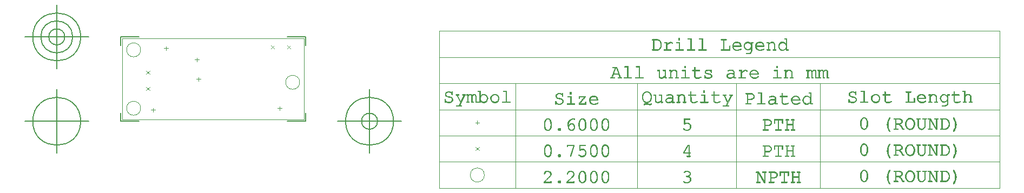
<source format=gbr>
G04 Generated by Ultiboard 14.0 *
%FSLAX34Y34*%
%MOMM*%

%ADD10C,0.0001*%
%ADD11C,0.0100*%
%ADD12C,0.1000*%
%ADD13C,0.0010*%
%ADD14C,0.1270*%


G04 ColorRGB 000000 for the following layer *
%LNDrill Symbols-Copper Top-Copper Bottom*%
%LPD*%
G54D11*
X103680Y970280D02*
X109680Y970280D01*
X106680Y967280D02*
X106680Y973280D01*
X247748Y992652D02*
X253052Y987348D01*
X247748Y987348D02*
X253052Y992652D01*
X222348Y992652D02*
X227652Y987348D01*
X222348Y987348D02*
X227652Y992652D01*
X27348Y952652D02*
X32652Y947348D01*
X27348Y947348D02*
X32652Y952652D01*
X27348Y921948D02*
X32652Y927252D01*
X27348Y927252D02*
X32652Y921948D01*
X55420Y988060D02*
X61420Y988060D01*
X58420Y985060D02*
X58420Y991060D01*
X106220Y939800D02*
X112220Y939800D01*
X109220Y936800D02*
X109220Y942800D01*
X35100Y891540D02*
X41100Y891540D01*
X38100Y888540D02*
X38100Y894540D01*
X236220Y891080D02*
X236220Y897080D01*
X233220Y894080D02*
X239220Y894080D01*
X542947Y827918D02*
X548250Y833222D01*
X542947Y833222D02*
X548250Y827918D01*
X545599Y868570D02*
X545599Y874570D01*
X542599Y871570D02*
X548599Y871570D01*
G54D12*
X-3380Y985520D02*
G75*
D01*
G02X-3380Y985520I11000J0*
G01*
X-3380Y894080D02*
G75*
D01*
G02X-3380Y894080I11000J0*
G01*
X245540Y934720D02*
G75*
D01*
G02X245540Y934720I11000J0*
G01*
X534599Y789570D02*
G75*
D01*
G02X534599Y789570I11000J0*
G01*
G54D13*
G36*
X660998Y777602D02*
X660998Y777602D01*
X660998Y779316D01*
X660954Y779693D01*
X660998Y777602D01*
D02*
G37*
X660998Y779316D01*
X660954Y779693D01*
X660998Y777602D01*
G36*
X660998Y777602D01*
X660954Y779693D01*
X660822Y779946D01*
X660998Y777602D01*
D02*
G37*
X660954Y779693D01*
X660822Y779946D01*
X660998Y777602D01*
G36*
X660998Y777602D01*
X660822Y779946D01*
X660625Y780089D01*
X660998Y777602D01*
D02*
G37*
X660822Y779946D01*
X660625Y780089D01*
X660998Y777602D01*
G36*
X660998Y777602D01*
X660625Y780089D01*
X660383Y780136D01*
X660998Y777602D01*
D02*
G37*
X660625Y780089D01*
X660383Y780136D01*
X660998Y777602D01*
G36*
X660998Y777602D01*
X660383Y780136D01*
X660130Y780089D01*
X660998Y777602D01*
D02*
G37*
X660383Y780136D01*
X660130Y780089D01*
X660998Y777602D01*
G36*
X660998Y777602D01*
X660130Y780089D01*
X659929Y779946D01*
X660998Y777602D01*
D02*
G37*
X660130Y780089D01*
X659929Y779946D01*
X660998Y777602D01*
G36*
X660998Y777602D01*
X659929Y779946D01*
X659797Y779693D01*
X660998Y777602D01*
D02*
G37*
X659929Y779946D01*
X659797Y779693D01*
X660998Y777602D01*
G36*
X660998Y777602D01*
X659797Y779693D01*
X659753Y779316D01*
X660998Y777602D01*
D02*
G37*
X659797Y779693D01*
X659753Y779316D01*
X660998Y777602D01*
G36*
X660998Y777602D01*
X659753Y779316D01*
X659753Y778833D01*
X660998Y777602D01*
D02*
G37*
X659753Y779316D01*
X659753Y778833D01*
X660998Y777602D01*
G36*
X660998Y777602D01*
X659753Y778833D01*
X650305Y778833D01*
X660998Y777602D01*
D02*
G37*
X659753Y778833D01*
X650305Y778833D01*
X660998Y777602D01*
G36*
X660998Y777602D01*
X650305Y778833D01*
X649104Y777602D01*
X660998Y777602D01*
D02*
G37*
X650305Y778833D01*
X649104Y777602D01*
X660998Y777602D01*
G36*
X658669Y788662D02*
X658669Y788662D01*
X658828Y787041D01*
X659187Y789378D01*
X658669Y788662D01*
D02*
G37*
X658828Y787041D01*
X659187Y789378D01*
X658669Y788662D01*
G36*
X658828Y787041D02*
X658828Y787041D01*
X658669Y788662D01*
X657794Y787684D01*
X658828Y787041D01*
D02*
G37*
X658669Y788662D01*
X657794Y787684D01*
X658828Y787041D01*
G36*
X657794Y787684D02*
X657794Y787684D01*
X657365Y785556D01*
X658828Y787041D01*
X657794Y787684D01*
D02*
G37*
X657365Y785556D01*
X658828Y787041D01*
X657794Y787684D01*
G36*
X657365Y785556D02*
X657365Y785556D01*
X657794Y787684D01*
X656399Y786274D01*
X657365Y785556D01*
D02*
G37*
X657794Y787684D01*
X656399Y786274D01*
X657365Y785556D01*
G36*
X656399Y786274D02*
X656399Y786274D01*
X653432Y781759D01*
X657365Y785556D01*
X656399Y786274D01*
D02*
G37*
X653432Y781759D01*
X657365Y785556D01*
X656399Y786274D01*
G36*
X653432Y781759D02*
X653432Y781759D01*
X656399Y786274D01*
X652802Y782817D01*
X653432Y781759D01*
D02*
G37*
X656399Y786274D01*
X652802Y782817D01*
X653432Y781759D01*
G36*
X652802Y782817D02*
X652802Y782817D01*
X650305Y778921D01*
X653432Y781759D01*
X652802Y782817D01*
D02*
G37*
X650305Y778921D01*
X653432Y781759D01*
X652802Y782817D01*
G36*
X650305Y778921D02*
X650305Y778921D01*
X652802Y782817D01*
X649104Y779419D01*
X650305Y778921D01*
D02*
G37*
X652802Y782817D01*
X649104Y779419D01*
X650305Y778921D01*
G36*
X649104Y779419D02*
X649104Y779419D01*
X650305Y778833D01*
X650305Y778921D01*
X649104Y779419D01*
D02*
G37*
X650305Y778833D01*
X650305Y778921D01*
X649104Y779419D01*
G36*
X650305Y778833D02*
X650305Y778833D01*
X649104Y779419D01*
X649104Y777602D01*
X650305Y778833D01*
D02*
G37*
X649104Y779419D01*
X649104Y777602D01*
X650305Y778833D01*
G36*
X660880Y792195D02*
X660880Y792195D01*
X660052Y794004D01*
X660330Y788907D01*
X660880Y792195D01*
D02*
G37*
X660052Y794004D01*
X660330Y788907D01*
X660880Y792195D01*
G36*
X660880Y792195D01*
X660330Y788907D01*
X660705Y789651D01*
X660880Y792195D01*
D02*
G37*
X660330Y788907D01*
X660705Y789651D01*
X660880Y792195D01*
G36*
X660880Y792195D01*
X660705Y789651D01*
X660914Y790396D01*
X660880Y792195D01*
D02*
G37*
X660705Y789651D01*
X660914Y790396D01*
X660880Y792195D01*
G36*
X660880Y792195D01*
X660914Y790396D01*
X660984Y791211D01*
X660880Y792195D01*
D02*
G37*
X660914Y790396D01*
X660984Y791211D01*
X660880Y792195D01*
G36*
X659760Y788098D02*
X659760Y788098D01*
X660330Y788907D01*
X660052Y794004D01*
X659760Y788098D01*
D02*
G37*
X660330Y788907D01*
X660052Y794004D01*
X659760Y788098D01*
G36*
X659760Y788098D01*
X660052Y794004D01*
X659738Y791167D01*
X659760Y788098D01*
D02*
G37*
X660052Y794004D01*
X659738Y791167D01*
X659760Y788098D01*
G36*
X659760Y788098D01*
X659738Y791167D01*
X659682Y790583D01*
X659760Y788098D01*
D02*
G37*
X659738Y791167D01*
X659682Y790583D01*
X659760Y788098D01*
G36*
X659760Y788098D01*
X659682Y790583D01*
X659511Y790002D01*
X659760Y788098D01*
D02*
G37*
X659682Y790583D01*
X659511Y790002D01*
X659760Y788098D01*
G36*
X659760Y788098D01*
X659511Y790002D01*
X659187Y789378D01*
X659760Y788098D01*
D02*
G37*
X659511Y790002D01*
X659187Y789378D01*
X659760Y788098D01*
G36*
X659760Y788098D01*
X659187Y789378D01*
X658828Y787041D01*
X659760Y788098D01*
D02*
G37*
X659187Y789378D01*
X658828Y787041D01*
X659760Y788098D01*
G36*
X659022Y793334D02*
X659022Y793334D01*
X659328Y794829D01*
X658464Y793965D01*
X659022Y793334D01*
D02*
G37*
X659328Y794829D01*
X658464Y793965D01*
X659022Y793334D01*
G36*
X659328Y794829D02*
X659328Y794829D01*
X659022Y793334D01*
X659659Y791935D01*
X659328Y794829D01*
D02*
G37*
X659022Y793334D01*
X659659Y791935D01*
X659328Y794829D01*
G36*
X659659Y791935D02*
X659659Y791935D01*
X660052Y794004D01*
X659328Y794829D01*
X659659Y791935D01*
D02*
G37*
X660052Y794004D01*
X659328Y794829D01*
X659659Y791935D01*
G36*
X660052Y794004D02*
X660052Y794004D01*
X659659Y791935D01*
X659738Y791167D01*
X660052Y794004D01*
D02*
G37*
X659659Y791935D01*
X659738Y791167D01*
X660052Y794004D01*
G36*
X656256Y795104D02*
X656256Y795104D01*
X656483Y796326D01*
X655388Y795180D01*
X656256Y795104D01*
D02*
G37*
X656483Y796326D01*
X655388Y795180D01*
X656256Y795104D01*
G36*
X656483Y796326D02*
X656483Y796326D01*
X656256Y795104D01*
X657794Y794496D01*
X656483Y796326D01*
D02*
G37*
X656256Y795104D01*
X657794Y794496D01*
X656483Y796326D01*
G36*
X657794Y794496D02*
X657794Y794496D01*
X658460Y795527D01*
X656483Y796326D01*
X657794Y794496D01*
D02*
G37*
X658460Y795527D01*
X656483Y796326D01*
X657794Y794496D01*
G36*
X658460Y795527D02*
X658460Y795527D01*
X657794Y794496D01*
X658464Y793965D01*
X658460Y795527D01*
D02*
G37*
X657794Y794496D01*
X658464Y793965D01*
X658460Y795527D01*
G36*
X658464Y793965D02*
X658464Y793965D01*
X659328Y794829D01*
X658460Y795527D01*
X658464Y793965D01*
D02*
G37*
X659328Y794829D01*
X658460Y795527D01*
X658464Y793965D01*
G36*
X652531Y794258D02*
X652531Y794258D01*
X652597Y795737D01*
X651506Y793225D01*
X652531Y794258D01*
D02*
G37*
X652597Y795737D01*
X651506Y793225D01*
X652531Y794258D01*
G36*
X652597Y795737D02*
X652597Y795737D01*
X652531Y794258D01*
X653868Y794950D01*
X652597Y795737D01*
D02*
G37*
X652531Y794258D01*
X653868Y794950D01*
X652597Y795737D01*
G36*
X653868Y794950D02*
X653868Y794950D01*
X653969Y796253D01*
X652597Y795737D01*
X653868Y794950D01*
D02*
G37*
X653969Y796253D01*
X652597Y795737D01*
X653868Y794950D01*
G36*
X653969Y796253D02*
X653969Y796253D01*
X653868Y794950D01*
X655388Y795180D01*
X653969Y796253D01*
D02*
G37*
X653868Y794950D01*
X655388Y795180D01*
X653969Y796253D01*
G36*
X655388Y795180D02*
X655388Y795180D01*
X655373Y796425D01*
X653969Y796253D01*
X655388Y795180D01*
D02*
G37*
X655373Y796425D01*
X653969Y796253D01*
X655388Y795180D01*
G36*
X655373Y796425D02*
X655373Y796425D01*
X655388Y795180D01*
X656483Y796326D01*
X655373Y796425D01*
D02*
G37*
X655388Y795180D01*
X656483Y796326D01*
X655373Y796425D01*
G36*
X651389Y794920D02*
X651389Y794920D01*
X650473Y793847D01*
X650510Y791408D01*
X651389Y794920D01*
D02*
G37*
X650473Y793847D01*
X650510Y791408D01*
X651389Y794920D01*
G36*
X651389Y794920D01*
X650510Y791408D01*
X650700Y791518D01*
X651389Y794920D01*
D02*
G37*
X650510Y791408D01*
X650700Y791518D01*
X651389Y794920D01*
G36*
X651389Y794920D01*
X650700Y791518D01*
X650821Y791683D01*
X651389Y794920D01*
D02*
G37*
X650700Y791518D01*
X650821Y791683D01*
X651389Y794920D01*
G36*
X651389Y794920D01*
X650821Y791683D01*
X650920Y791972D01*
X651389Y794920D01*
D02*
G37*
X650821Y791683D01*
X650920Y791972D01*
X651389Y794920D01*
G36*
X651389Y794920D01*
X650920Y791972D01*
X651506Y793225D01*
X651389Y794920D01*
D02*
G37*
X650920Y791972D01*
X651506Y793225D01*
X651389Y794920D01*
G36*
X651389Y794920D01*
X651506Y793225D01*
X652597Y795737D01*
X651389Y794920D01*
D02*
G37*
X651506Y793225D01*
X652597Y795737D01*
X651389Y794920D01*
G36*
X649873Y791540D02*
X649873Y791540D01*
X649896Y792771D01*
X649746Y791725D01*
X649873Y791540D01*
D02*
G37*
X649896Y792771D01*
X649746Y791725D01*
X649873Y791540D01*
G36*
X649896Y792771D02*
X649896Y792771D01*
X649873Y791540D01*
X650061Y791414D01*
X649896Y792771D01*
D02*
G37*
X649873Y791540D01*
X650061Y791414D01*
X649896Y792771D01*
G36*
X650061Y791414D02*
X650061Y791414D01*
X650473Y793847D01*
X649896Y792771D01*
X650061Y791414D01*
D02*
G37*
X650473Y793847D01*
X649896Y792771D01*
X650061Y791414D01*
G36*
X650473Y793847D02*
X650473Y793847D01*
X650061Y791414D01*
X650290Y791372D01*
X650473Y793847D01*
D02*
G37*
X650061Y791414D01*
X650290Y791372D01*
X650473Y793847D01*
G36*
X650290Y791372D02*
X650290Y791372D01*
X650510Y791408D01*
X650473Y793847D01*
X650290Y791372D01*
D02*
G37*
X650510Y791408D01*
X650473Y793847D01*
X650290Y791372D01*
G36*
X649746Y791725D02*
X649746Y791725D01*
X649896Y792771D01*
X649704Y791943D01*
X649746Y791725D01*
D02*
G37*
X649896Y792771D01*
X649704Y791943D01*
X649746Y791725D01*
G36*
X673347Y781133D02*
X673347Y781133D01*
X672594Y780990D01*
X673347Y781133D01*
D02*
G37*
X672594Y780990D01*
X673347Y781133D01*
G36*
X673347Y781133D01*
X672594Y780990D01*
X671948Y780561D01*
X673347Y781133D01*
D02*
G37*
X672594Y780990D01*
X671948Y780561D01*
X673347Y781133D01*
G36*
X673347Y781133D01*
X671948Y780561D01*
X671503Y779920D01*
X673347Y781133D01*
D02*
G37*
X671948Y780561D01*
X671503Y779920D01*
X673347Y781133D01*
G36*
X673347Y781133D01*
X671503Y779920D01*
X671355Y779140D01*
X673347Y781133D01*
D02*
G37*
X671503Y779920D01*
X671355Y779140D01*
X673347Y781133D01*
G36*
X673347Y781133D01*
X671355Y779140D01*
X671501Y778380D01*
X673347Y781133D01*
D02*
G37*
X671355Y779140D01*
X671501Y778380D01*
X673347Y781133D01*
G36*
X673347Y781133D01*
X671501Y778380D01*
X671941Y777741D01*
X673347Y781133D01*
D02*
G37*
X671501Y778380D01*
X671941Y777741D01*
X673347Y781133D01*
G36*
X673347Y781133D01*
X671941Y777741D01*
X672585Y777308D01*
X673347Y781133D01*
D02*
G37*
X671941Y777741D01*
X672585Y777308D01*
X673347Y781133D01*
G36*
X673347Y781133D01*
X672585Y777308D01*
X673347Y777163D01*
X673347Y781133D01*
D02*
G37*
X672585Y777308D01*
X673347Y777163D01*
X673347Y781133D01*
G36*
X673347Y781133D01*
X673347Y777163D01*
X673874Y777163D01*
X673347Y781133D01*
D02*
G37*
X673347Y777163D01*
X673874Y777163D01*
X673347Y781133D01*
G36*
X673347Y781133D01*
X673874Y777163D01*
X674627Y777306D01*
X673347Y781133D01*
D02*
G37*
X673874Y777163D01*
X674627Y777306D01*
X673347Y781133D01*
G36*
X673347Y781133D01*
X674627Y777306D01*
X675273Y777734D01*
X673347Y781133D01*
D02*
G37*
X674627Y777306D01*
X675273Y777734D01*
X673347Y781133D01*
G36*
X673347Y781133D01*
X675273Y777734D01*
X675718Y778375D01*
X673347Y781133D01*
D02*
G37*
X675273Y777734D01*
X675718Y778375D01*
X673347Y781133D01*
G36*
X673347Y781133D01*
X675718Y778375D01*
X675866Y779155D01*
X673347Y781133D01*
D02*
G37*
X675718Y778375D01*
X675866Y779155D01*
X673347Y781133D01*
G36*
X673347Y781133D01*
X675866Y779155D01*
X675720Y779915D01*
X673347Y781133D01*
D02*
G37*
X675866Y779155D01*
X675720Y779915D01*
X673347Y781133D01*
G36*
X673347Y781133D01*
X675720Y779915D01*
X675280Y780554D01*
X673347Y781133D01*
D02*
G37*
X675720Y779915D01*
X675280Y780554D01*
X673347Y781133D01*
G36*
X673347Y781133D01*
X675280Y780554D01*
X674636Y780988D01*
X673347Y781133D01*
D02*
G37*
X675280Y780554D01*
X674636Y780988D01*
X673347Y781133D01*
G36*
X673347Y781133D01*
X674636Y780988D01*
X673874Y781133D01*
X673347Y781133D01*
D02*
G37*
X674636Y780988D01*
X673874Y781133D01*
X673347Y781133D01*
G36*
X697004Y777602D02*
X697004Y777602D01*
X697004Y779316D01*
X696960Y779693D01*
X697004Y777602D01*
D02*
G37*
X697004Y779316D01*
X696960Y779693D01*
X697004Y777602D01*
G36*
X697004Y777602D01*
X696960Y779693D01*
X696828Y779946D01*
X697004Y777602D01*
D02*
G37*
X696960Y779693D01*
X696828Y779946D01*
X697004Y777602D01*
G36*
X697004Y777602D01*
X696828Y779946D01*
X696631Y780089D01*
X697004Y777602D01*
D02*
G37*
X696828Y779946D01*
X696631Y780089D01*
X697004Y777602D01*
G36*
X697004Y777602D01*
X696631Y780089D01*
X696389Y780136D01*
X697004Y777602D01*
D02*
G37*
X696631Y780089D01*
X696389Y780136D01*
X697004Y777602D01*
G36*
X697004Y777602D01*
X696389Y780136D01*
X696136Y780089D01*
X697004Y777602D01*
D02*
G37*
X696389Y780136D01*
X696136Y780089D01*
X697004Y777602D01*
G36*
X697004Y777602D01*
X696136Y780089D01*
X695935Y779946D01*
X697004Y777602D01*
D02*
G37*
X696136Y780089D01*
X695935Y779946D01*
X697004Y777602D01*
G36*
X697004Y777602D01*
X695935Y779946D01*
X695803Y779693D01*
X697004Y777602D01*
D02*
G37*
X695935Y779946D01*
X695803Y779693D01*
X697004Y777602D01*
G36*
X697004Y777602D01*
X695803Y779693D01*
X695759Y779316D01*
X697004Y777602D01*
D02*
G37*
X695803Y779693D01*
X695759Y779316D01*
X697004Y777602D01*
G36*
X697004Y777602D01*
X695759Y779316D01*
X695759Y778833D01*
X697004Y777602D01*
D02*
G37*
X695759Y779316D01*
X695759Y778833D01*
X697004Y777602D01*
G36*
X697004Y777602D01*
X695759Y778833D01*
X686311Y778833D01*
X697004Y777602D01*
D02*
G37*
X695759Y778833D01*
X686311Y778833D01*
X697004Y777602D01*
G36*
X697004Y777602D01*
X686311Y778833D01*
X685110Y777602D01*
X697004Y777602D01*
D02*
G37*
X686311Y778833D01*
X685110Y777602D01*
X697004Y777602D01*
G36*
X694675Y788662D02*
X694675Y788662D01*
X694834Y787041D01*
X695193Y789378D01*
X694675Y788662D01*
D02*
G37*
X694834Y787041D01*
X695193Y789378D01*
X694675Y788662D01*
G36*
X694834Y787041D02*
X694834Y787041D01*
X694675Y788662D01*
X693800Y787684D01*
X694834Y787041D01*
D02*
G37*
X694675Y788662D01*
X693800Y787684D01*
X694834Y787041D01*
G36*
X693800Y787684D02*
X693800Y787684D01*
X693371Y785556D01*
X694834Y787041D01*
X693800Y787684D01*
D02*
G37*
X693371Y785556D01*
X694834Y787041D01*
X693800Y787684D01*
G36*
X693371Y785556D02*
X693371Y785556D01*
X693800Y787684D01*
X692404Y786274D01*
X693371Y785556D01*
D02*
G37*
X693800Y787684D01*
X692404Y786274D01*
X693371Y785556D01*
G36*
X692404Y786274D02*
X692404Y786274D01*
X689438Y781759D01*
X693371Y785556D01*
X692404Y786274D01*
D02*
G37*
X689438Y781759D01*
X693371Y785556D01*
X692404Y786274D01*
G36*
X689438Y781759D02*
X689438Y781759D01*
X692404Y786274D01*
X688808Y782817D01*
X689438Y781759D01*
D02*
G37*
X692404Y786274D01*
X688808Y782817D01*
X689438Y781759D01*
G36*
X688808Y782817D02*
X688808Y782817D01*
X686311Y778921D01*
X689438Y781759D01*
X688808Y782817D01*
D02*
G37*
X686311Y778921D01*
X689438Y781759D01*
X688808Y782817D01*
G36*
X686311Y778921D02*
X686311Y778921D01*
X688808Y782817D01*
X685110Y779419D01*
X686311Y778921D01*
D02*
G37*
X688808Y782817D01*
X685110Y779419D01*
X686311Y778921D01*
G36*
X685110Y779419D02*
X685110Y779419D01*
X686311Y778833D01*
X686311Y778921D01*
X685110Y779419D01*
D02*
G37*
X686311Y778833D01*
X686311Y778921D01*
X685110Y779419D01*
G36*
X686311Y778833D02*
X686311Y778833D01*
X685110Y779419D01*
X685110Y777602D01*
X686311Y778833D01*
D02*
G37*
X685110Y779419D01*
X685110Y777602D01*
X686311Y778833D01*
G36*
X696886Y792195D02*
X696886Y792195D01*
X696058Y794004D01*
X696336Y788907D01*
X696886Y792195D01*
D02*
G37*
X696058Y794004D01*
X696336Y788907D01*
X696886Y792195D01*
G36*
X696886Y792195D01*
X696336Y788907D01*
X696711Y789651D01*
X696886Y792195D01*
D02*
G37*
X696336Y788907D01*
X696711Y789651D01*
X696886Y792195D01*
G36*
X696886Y792195D01*
X696711Y789651D01*
X696920Y790396D01*
X696886Y792195D01*
D02*
G37*
X696711Y789651D01*
X696920Y790396D01*
X696886Y792195D01*
G36*
X696886Y792195D01*
X696920Y790396D01*
X696989Y791211D01*
X696886Y792195D01*
D02*
G37*
X696920Y790396D01*
X696989Y791211D01*
X696886Y792195D01*
G36*
X695766Y788098D02*
X695766Y788098D01*
X696336Y788907D01*
X696058Y794004D01*
X695766Y788098D01*
D02*
G37*
X696336Y788907D01*
X696058Y794004D01*
X695766Y788098D01*
G36*
X695766Y788098D01*
X696058Y794004D01*
X695744Y791167D01*
X695766Y788098D01*
D02*
G37*
X696058Y794004D01*
X695744Y791167D01*
X695766Y788098D01*
G36*
X695766Y788098D01*
X695744Y791167D01*
X695688Y790583D01*
X695766Y788098D01*
D02*
G37*
X695744Y791167D01*
X695688Y790583D01*
X695766Y788098D01*
G36*
X695766Y788098D01*
X695688Y790583D01*
X695517Y790002D01*
X695766Y788098D01*
D02*
G37*
X695688Y790583D01*
X695517Y790002D01*
X695766Y788098D01*
G36*
X695766Y788098D01*
X695517Y790002D01*
X695193Y789378D01*
X695766Y788098D01*
D02*
G37*
X695517Y790002D01*
X695193Y789378D01*
X695766Y788098D01*
G36*
X695766Y788098D01*
X695193Y789378D01*
X694834Y787041D01*
X695766Y788098D01*
D02*
G37*
X695193Y789378D01*
X694834Y787041D01*
X695766Y788098D01*
G36*
X695027Y793334D02*
X695027Y793334D01*
X695334Y794829D01*
X694470Y793965D01*
X695027Y793334D01*
D02*
G37*
X695334Y794829D01*
X694470Y793965D01*
X695027Y793334D01*
G36*
X695334Y794829D02*
X695334Y794829D01*
X695027Y793334D01*
X695665Y791935D01*
X695334Y794829D01*
D02*
G37*
X695027Y793334D01*
X695665Y791935D01*
X695334Y794829D01*
G36*
X695665Y791935D02*
X695665Y791935D01*
X696058Y794004D01*
X695334Y794829D01*
X695665Y791935D01*
D02*
G37*
X696058Y794004D01*
X695334Y794829D01*
X695665Y791935D01*
G36*
X696058Y794004D02*
X696058Y794004D01*
X695665Y791935D01*
X695744Y791167D01*
X696058Y794004D01*
D02*
G37*
X695665Y791935D01*
X695744Y791167D01*
X696058Y794004D01*
G36*
X692262Y795104D02*
X692262Y795104D01*
X692489Y796326D01*
X691394Y795180D01*
X692262Y795104D01*
D02*
G37*
X692489Y796326D01*
X691394Y795180D01*
X692262Y795104D01*
G36*
X692489Y796326D02*
X692489Y796326D01*
X692262Y795104D01*
X693800Y794496D01*
X692489Y796326D01*
D02*
G37*
X692262Y795104D01*
X693800Y794496D01*
X692489Y796326D01*
G36*
X693800Y794496D02*
X693800Y794496D01*
X694466Y795527D01*
X692489Y796326D01*
X693800Y794496D01*
D02*
G37*
X694466Y795527D01*
X692489Y796326D01*
X693800Y794496D01*
G36*
X694466Y795527D02*
X694466Y795527D01*
X693800Y794496D01*
X694470Y793965D01*
X694466Y795527D01*
D02*
G37*
X693800Y794496D01*
X694470Y793965D01*
X694466Y795527D01*
G36*
X694470Y793965D02*
X694470Y793965D01*
X695334Y794829D01*
X694466Y795527D01*
X694470Y793965D01*
D02*
G37*
X695334Y794829D01*
X694466Y795527D01*
X694470Y793965D01*
G36*
X688537Y794258D02*
X688537Y794258D01*
X688603Y795737D01*
X687512Y793225D01*
X688537Y794258D01*
D02*
G37*
X688603Y795737D01*
X687512Y793225D01*
X688537Y794258D01*
G36*
X688603Y795737D02*
X688603Y795737D01*
X688537Y794258D01*
X689874Y794950D01*
X688603Y795737D01*
D02*
G37*
X688537Y794258D01*
X689874Y794950D01*
X688603Y795737D01*
G36*
X689874Y794950D02*
X689874Y794950D01*
X689975Y796253D01*
X688603Y795737D01*
X689874Y794950D01*
D02*
G37*
X689975Y796253D01*
X688603Y795737D01*
X689874Y794950D01*
G36*
X689975Y796253D02*
X689975Y796253D01*
X689874Y794950D01*
X691394Y795180D01*
X689975Y796253D01*
D02*
G37*
X689874Y794950D01*
X691394Y795180D01*
X689975Y796253D01*
G36*
X691394Y795180D02*
X691394Y795180D01*
X691379Y796425D01*
X689975Y796253D01*
X691394Y795180D01*
D02*
G37*
X691379Y796425D01*
X689975Y796253D01*
X691394Y795180D01*
G36*
X691379Y796425D02*
X691379Y796425D01*
X691394Y795180D01*
X692489Y796326D01*
X691379Y796425D01*
D02*
G37*
X691394Y795180D01*
X692489Y796326D01*
X691379Y796425D01*
G36*
X687395Y794920D02*
X687395Y794920D01*
X686479Y793847D01*
X686516Y791408D01*
X687395Y794920D01*
D02*
G37*
X686479Y793847D01*
X686516Y791408D01*
X687395Y794920D01*
G36*
X687395Y794920D01*
X686516Y791408D01*
X686706Y791518D01*
X687395Y794920D01*
D02*
G37*
X686516Y791408D01*
X686706Y791518D01*
X687395Y794920D01*
G36*
X687395Y794920D01*
X686706Y791518D01*
X686827Y791683D01*
X687395Y794920D01*
D02*
G37*
X686706Y791518D01*
X686827Y791683D01*
X687395Y794920D01*
G36*
X687395Y794920D01*
X686827Y791683D01*
X686926Y791972D01*
X687395Y794920D01*
D02*
G37*
X686827Y791683D01*
X686926Y791972D01*
X687395Y794920D01*
G36*
X687395Y794920D01*
X686926Y791972D01*
X687512Y793225D01*
X687395Y794920D01*
D02*
G37*
X686926Y791972D01*
X687512Y793225D01*
X687395Y794920D01*
G36*
X687395Y794920D01*
X687512Y793225D01*
X688603Y795737D01*
X687395Y794920D01*
D02*
G37*
X687512Y793225D01*
X688603Y795737D01*
X687395Y794920D01*
G36*
X685879Y791540D02*
X685879Y791540D01*
X685902Y792771D01*
X685752Y791725D01*
X685879Y791540D01*
D02*
G37*
X685902Y792771D01*
X685752Y791725D01*
X685879Y791540D01*
G36*
X685902Y792771D02*
X685902Y792771D01*
X685879Y791540D01*
X686067Y791414D01*
X685902Y792771D01*
D02*
G37*
X685879Y791540D01*
X686067Y791414D01*
X685902Y792771D01*
G36*
X686067Y791414D02*
X686067Y791414D01*
X686479Y793847D01*
X685902Y792771D01*
X686067Y791414D01*
D02*
G37*
X686479Y793847D01*
X685902Y792771D01*
X686067Y791414D01*
G36*
X686479Y793847D02*
X686479Y793847D01*
X686067Y791414D01*
X686296Y791372D01*
X686479Y793847D01*
D02*
G37*
X686067Y791414D01*
X686296Y791372D01*
X686479Y793847D01*
G36*
X686296Y791372D02*
X686296Y791372D01*
X686516Y791408D01*
X686479Y793847D01*
X686296Y791372D01*
D02*
G37*
X686516Y791408D01*
X686479Y793847D01*
X686296Y791372D01*
G36*
X685752Y791725D02*
X685752Y791725D01*
X685902Y792771D01*
X685710Y791943D01*
X685752Y791725D01*
D02*
G37*
X685902Y792771D01*
X685710Y791943D01*
X685752Y791725D01*
G36*
X715175Y789900D02*
X715175Y789900D01*
X714934Y791269D01*
X715138Y783382D01*
X715175Y789900D01*
D02*
G37*
X714934Y791269D01*
X715138Y783382D01*
X715175Y789900D01*
G36*
X715175Y789900D01*
X715138Y783382D01*
X715256Y785263D01*
X715175Y789900D01*
D02*
G37*
X715138Y783382D01*
X715256Y785263D01*
X715175Y789900D01*
G36*
X715175Y789900D01*
X715256Y785263D01*
X715256Y788310D01*
X715175Y789900D01*
D02*
G37*
X715256Y785263D01*
X715256Y788310D01*
X715175Y789900D01*
G36*
X714633Y792196D02*
X714633Y792196D01*
X715138Y783382D01*
X714934Y791269D01*
X714633Y792196D01*
D02*
G37*
X715138Y783382D01*
X714934Y791269D01*
X714633Y792196D01*
G36*
X715138Y783382D02*
X715138Y783382D01*
X714633Y792196D01*
X714201Y793217D01*
X715138Y783382D01*
D02*
G37*
X714633Y792196D01*
X714201Y793217D01*
X715138Y783382D01*
G36*
X714201Y793217D02*
X714201Y793217D01*
X714193Y780240D01*
X715138Y783382D01*
X714201Y793217D01*
D02*
G37*
X714193Y780240D01*
X715138Y783382D01*
X714201Y793217D01*
G36*
X714193Y780240D02*
X714193Y780240D01*
X714201Y793217D01*
X714026Y788149D01*
X714193Y780240D01*
D02*
G37*
X714201Y793217D01*
X714026Y788149D01*
X714193Y780240D01*
G36*
X714026Y788149D02*
X714026Y788149D01*
X714026Y785439D01*
X714193Y780240D01*
X714026Y788149D01*
D02*
G37*
X714026Y785439D01*
X714193Y780240D01*
X714026Y788149D01*
G36*
X712429Y793789D02*
X712429Y793789D01*
X712520Y795475D01*
X712008Y794265D01*
X712429Y793789D01*
D02*
G37*
X712520Y795475D01*
X712008Y794265D01*
X712429Y793789D01*
G36*
X712520Y795475D02*
X712520Y795475D01*
X712429Y793789D01*
X713013Y792743D01*
X712520Y795475D01*
D02*
G37*
X712429Y793789D01*
X713013Y792743D01*
X712520Y795475D01*
G36*
X713013Y792743D02*
X713013Y792743D01*
X713264Y794785D01*
X712520Y795475D01*
X713013Y792743D01*
D02*
G37*
X713264Y794785D01*
X712520Y795475D01*
X713013Y792743D01*
G36*
X713264Y794785D02*
X713264Y794785D01*
X713013Y792743D01*
X713535Y791394D01*
X713264Y794785D01*
D02*
G37*
X713013Y792743D01*
X713535Y791394D01*
X713264Y794785D01*
G36*
X713535Y791394D02*
X713535Y791394D01*
X713718Y794144D01*
X713264Y794785D01*
X713535Y791394D01*
D02*
G37*
X713718Y794144D01*
X713264Y794785D01*
X713535Y791394D01*
G36*
X713718Y794144D02*
X713718Y794144D01*
X713535Y791394D01*
X713903Y789832D01*
X713718Y794144D01*
D02*
G37*
X713535Y791394D01*
X713903Y789832D01*
X713718Y794144D01*
G36*
X713903Y789832D02*
X713903Y789832D01*
X714201Y793217D01*
X713718Y794144D01*
X713903Y789832D01*
D02*
G37*
X714201Y793217D01*
X713718Y794144D01*
X713903Y789832D01*
G36*
X714201Y793217D02*
X714201Y793217D01*
X713903Y789832D01*
X714026Y788149D01*
X714201Y793217D01*
D02*
G37*
X713903Y789832D01*
X714026Y788149D01*
X714201Y793217D01*
G36*
X710590Y795052D02*
X710590Y795052D01*
X710649Y796317D01*
X709602Y795180D01*
X710590Y795052D01*
D02*
G37*
X710649Y796317D01*
X709602Y795180D01*
X710590Y795052D01*
G36*
X710649Y796317D02*
X710649Y796317D01*
X710590Y795052D01*
X711477Y794668D01*
X710649Y796317D01*
D02*
G37*
X710590Y795052D01*
X711477Y794668D01*
X710649Y796317D01*
G36*
X711477Y794668D02*
X711477Y794668D01*
X711638Y795993D01*
X710649Y796317D01*
X711477Y794668D01*
D02*
G37*
X711638Y795993D01*
X710649Y796317D01*
X711477Y794668D01*
G36*
X711638Y795993D02*
X711638Y795993D01*
X711477Y794668D01*
X712008Y794265D01*
X711638Y795993D01*
D02*
G37*
X711477Y794668D01*
X712008Y794265D01*
X711638Y795993D01*
G36*
X712008Y794265D02*
X712008Y794265D01*
X712520Y795475D01*
X711638Y795993D01*
X712008Y794265D01*
D02*
G37*
X712520Y795475D01*
X711638Y795993D01*
X712008Y794265D01*
G36*
X705852Y791972D02*
X705852Y791972D01*
X705852Y794609D01*
X705266Y789511D01*
X705852Y791972D01*
D02*
G37*
X705852Y794609D01*
X705266Y789511D01*
X705852Y791972D01*
G36*
X705852Y794609D02*
X705852Y794609D01*
X705852Y791972D01*
X706364Y793071D01*
X705852Y794609D01*
D02*
G37*
X705852Y791972D01*
X706364Y793071D01*
X705852Y794609D01*
G36*
X706364Y793071D02*
X706364Y793071D01*
X706640Y795404D01*
X705852Y794609D01*
X706364Y793071D01*
D02*
G37*
X706640Y795404D01*
X705852Y794609D01*
X706364Y793071D01*
G36*
X706640Y795404D02*
X706640Y795404D01*
X706364Y793071D01*
X707006Y793994D01*
X706640Y795404D01*
D02*
G37*
X706364Y793071D01*
X707006Y793994D01*
X706640Y795404D01*
G36*
X707006Y793994D02*
X707006Y793994D01*
X708508Y796312D01*
X706640Y795404D01*
X707006Y793994D01*
D02*
G37*
X708508Y796312D01*
X706640Y795404D01*
X707006Y793994D01*
G36*
X708508Y796312D02*
X708508Y796312D01*
X707006Y793994D01*
X708625Y795049D01*
X708508Y796312D01*
D02*
G37*
X707006Y793994D01*
X708625Y795049D01*
X708508Y796312D01*
G36*
X708625Y795049D02*
X708625Y795049D01*
X709587Y796425D01*
X708508Y796312D01*
X708625Y795049D01*
D02*
G37*
X709587Y796425D01*
X708508Y796312D01*
X708625Y795049D01*
G36*
X709587Y796425D02*
X709587Y796425D01*
X708625Y795049D01*
X709602Y795180D01*
X709587Y796425D01*
D02*
G37*
X708625Y795049D01*
X709602Y795180D01*
X709587Y796425D01*
G36*
X709602Y795180D02*
X709602Y795180D01*
X710649Y796317D01*
X709587Y796425D01*
X709602Y795180D01*
D02*
G37*
X710649Y796317D01*
X709587Y796425D01*
X709602Y795180D01*
G36*
X705025Y793347D02*
X705025Y793347D01*
X704080Y790198D01*
X704299Y782319D01*
X705025Y793347D01*
D02*
G37*
X704080Y790198D01*
X704299Y782319D01*
X705025Y793347D01*
G36*
X705025Y793347D01*
X704299Y782319D01*
X704590Y781382D01*
X705025Y793347D01*
D02*
G37*
X704299Y782319D01*
X704590Y781382D01*
X705025Y793347D01*
G36*
X705025Y793347D01*
X704590Y781382D01*
X705024Y780356D01*
X705025Y793347D01*
D02*
G37*
X704590Y781382D01*
X705024Y780356D01*
X705025Y793347D01*
G36*
X705025Y793347D01*
X705024Y780356D01*
X705193Y785439D01*
X705025Y793347D01*
D02*
G37*
X705024Y780356D01*
X705193Y785439D01*
X705025Y793347D01*
G36*
X705025Y793347D01*
X705193Y785439D01*
X705193Y788149D01*
X705025Y793347D01*
D02*
G37*
X705193Y785439D01*
X705193Y788149D01*
X705025Y793347D01*
G36*
X705025Y793347D01*
X705193Y788149D01*
X705266Y789511D01*
X705025Y793347D01*
D02*
G37*
X705193Y788149D01*
X705266Y789511D01*
X705025Y793347D01*
G36*
X705025Y793347D01*
X705266Y789511D01*
X705852Y794609D01*
X705025Y793347D01*
D02*
G37*
X705266Y789511D01*
X705852Y794609D01*
X705025Y793347D01*
G36*
X713952Y784076D02*
X713952Y784076D01*
X714193Y780240D01*
X714026Y785439D01*
X713952Y784076D01*
D02*
G37*
X714193Y780240D01*
X714026Y785439D01*
X713952Y784076D01*
G36*
X714193Y780240D02*
X714193Y780240D01*
X713952Y784076D01*
X713366Y781612D01*
X714193Y780240D01*
D02*
G37*
X713952Y784076D01*
X713366Y781612D01*
X714193Y780240D01*
G36*
X713366Y781612D02*
X713366Y781612D01*
X713366Y778979D01*
X714193Y780240D01*
X713366Y781612D01*
D02*
G37*
X713366Y778979D01*
X714193Y780240D01*
X713366Y781612D01*
G36*
X713366Y778979D02*
X713366Y778979D01*
X713366Y781612D01*
X712854Y780510D01*
X713366Y778979D01*
D02*
G37*
X713366Y781612D01*
X712854Y780510D01*
X713366Y778979D01*
G36*
X712854Y780510D02*
X712854Y780510D01*
X712578Y778185D01*
X713366Y778979D01*
X712854Y780510D01*
D02*
G37*
X712578Y778185D01*
X713366Y778979D01*
X712854Y780510D01*
G36*
X712578Y778185D02*
X712578Y778185D01*
X712854Y780510D01*
X712213Y779584D01*
X712578Y778185D01*
D02*
G37*
X712854Y780510D01*
X712213Y779584D01*
X712578Y778185D01*
G36*
X712213Y779584D02*
X712213Y779584D01*
X710710Y777277D01*
X712578Y778185D01*
X712213Y779584D01*
D02*
G37*
X710710Y777277D01*
X712578Y778185D01*
X712213Y779584D01*
G36*
X710710Y777277D02*
X710710Y777277D01*
X712213Y779584D01*
X710601Y778526D01*
X710710Y777277D01*
D02*
G37*
X712213Y779584D01*
X710601Y778526D01*
X710710Y777277D01*
G36*
X710601Y778526D02*
X710601Y778526D01*
X709631Y778393D01*
X710710Y777277D01*
X710601Y778526D01*
D02*
G37*
X709631Y778393D01*
X710710Y777277D01*
X710601Y778526D01*
G36*
X709631Y778393D02*
X709631Y778393D01*
X709631Y777163D01*
X710710Y777277D01*
X709631Y778393D01*
D02*
G37*
X709631Y777163D01*
X710710Y777277D01*
X709631Y778393D01*
G36*
X709631Y777163D02*
X709631Y777163D01*
X709631Y778393D01*
X708631Y778525D01*
X709631Y777163D01*
D02*
G37*
X709631Y778393D01*
X708631Y778525D01*
X709631Y777163D01*
G36*
X708631Y778525D02*
X708631Y778525D01*
X708578Y777271D01*
X709631Y777163D01*
X708631Y778525D01*
D02*
G37*
X708578Y777271D01*
X709631Y777163D01*
X708631Y778525D01*
G36*
X708578Y777271D02*
X708578Y777271D01*
X708631Y778525D01*
X707741Y778921D01*
X708578Y777271D01*
D02*
G37*
X708631Y778525D01*
X707741Y778921D01*
X708578Y777271D01*
G36*
X707741Y778921D02*
X707741Y778921D01*
X707588Y777595D01*
X708578Y777271D01*
X707741Y778921D01*
D02*
G37*
X707588Y777595D01*
X708578Y777271D01*
X707741Y778921D01*
G36*
X707588Y777595D02*
X707588Y777595D01*
X707741Y778921D01*
X707214Y779320D01*
X707588Y777595D01*
D02*
G37*
X707741Y778921D01*
X707214Y779320D01*
X707588Y777595D01*
G36*
X707214Y779320D02*
X707214Y779320D01*
X706804Y779785D01*
X707588Y777595D01*
X707214Y779320D01*
D02*
G37*
X706804Y779785D01*
X707588Y777595D01*
X707214Y779320D01*
G36*
X706804Y779785D02*
X706804Y779785D01*
X706699Y778113D01*
X707588Y777595D01*
X706804Y779785D01*
D02*
G37*
X706699Y778113D01*
X707588Y777595D01*
X706804Y779785D01*
G36*
X706699Y778113D02*
X706699Y778113D01*
X706804Y779785D01*
X706209Y780832D01*
X706699Y778113D01*
D02*
G37*
X706804Y779785D01*
X706209Y780832D01*
X706699Y778113D01*
G36*
X706209Y780832D02*
X706209Y780832D01*
X705954Y778803D01*
X706699Y778113D01*
X706209Y780832D01*
D02*
G37*
X705954Y778803D01*
X706699Y778113D01*
X706209Y780832D01*
G36*
X705954Y778803D02*
X705954Y778803D01*
X706209Y780832D01*
X705683Y782187D01*
X705954Y778803D01*
D02*
G37*
X706209Y780832D01*
X705683Y782187D01*
X705954Y778803D01*
G36*
X705683Y782187D02*
X705683Y782187D01*
X705509Y779433D01*
X705954Y778803D01*
X705683Y782187D01*
D02*
G37*
X705509Y779433D01*
X705954Y778803D01*
X705683Y782187D01*
G36*
X705509Y779433D02*
X705509Y779433D01*
X705683Y782187D01*
X705315Y783755D01*
X705509Y779433D01*
D02*
G37*
X705683Y782187D01*
X705315Y783755D01*
X705509Y779433D01*
G36*
X705315Y783755D02*
X705315Y783755D01*
X705193Y785439D01*
X705509Y779433D01*
X705315Y783755D01*
D02*
G37*
X705193Y785439D01*
X705509Y779433D01*
X705315Y783755D01*
G36*
X704046Y783685D02*
X704046Y783685D01*
X704299Y782319D01*
X704080Y790198D01*
X704046Y783685D01*
D02*
G37*
X704299Y782319D01*
X704080Y790198D01*
X704046Y783685D01*
G36*
X704046Y783685D01*
X704080Y790198D01*
X703962Y788310D01*
X704046Y783685D01*
D02*
G37*
X704080Y790198D01*
X703962Y788310D01*
X704046Y783685D01*
G36*
X704046Y783685D01*
X703962Y788310D01*
X703962Y785263D01*
X704046Y783685D01*
D02*
G37*
X703962Y788310D01*
X703962Y785263D01*
X704046Y783685D01*
G36*
X705193Y785439D02*
X705193Y785439D01*
X705024Y780356D01*
X705509Y779433D01*
X705193Y785439D01*
D02*
G37*
X705024Y780356D01*
X705509Y779433D01*
X705193Y785439D01*
G36*
X733178Y789900D02*
X733178Y789900D01*
X732937Y791269D01*
X733141Y783382D01*
X733178Y789900D01*
D02*
G37*
X732937Y791269D01*
X733141Y783382D01*
X733178Y789900D01*
G36*
X733178Y789900D01*
X733141Y783382D01*
X733259Y785263D01*
X733178Y789900D01*
D02*
G37*
X733141Y783382D01*
X733259Y785263D01*
X733178Y789900D01*
G36*
X733178Y789900D01*
X733259Y785263D01*
X733259Y788310D01*
X733178Y789900D01*
D02*
G37*
X733259Y785263D01*
X733259Y788310D01*
X733178Y789900D01*
G36*
X732636Y792196D02*
X732636Y792196D01*
X733141Y783382D01*
X732937Y791269D01*
X732636Y792196D01*
D02*
G37*
X733141Y783382D01*
X732937Y791269D01*
X732636Y792196D01*
G36*
X733141Y783382D02*
X733141Y783382D01*
X732636Y792196D01*
X732204Y793217D01*
X733141Y783382D01*
D02*
G37*
X732636Y792196D01*
X732204Y793217D01*
X733141Y783382D01*
G36*
X732204Y793217D02*
X732204Y793217D01*
X732196Y780240D01*
X733141Y783382D01*
X732204Y793217D01*
D02*
G37*
X732196Y780240D01*
X733141Y783382D01*
X732204Y793217D01*
G36*
X732196Y780240D02*
X732196Y780240D01*
X732204Y793217D01*
X732028Y788149D01*
X732196Y780240D01*
D02*
G37*
X732204Y793217D01*
X732028Y788149D01*
X732196Y780240D01*
G36*
X732028Y788149D02*
X732028Y788149D01*
X732028Y785439D01*
X732196Y780240D01*
X732028Y788149D01*
D02*
G37*
X732028Y785439D01*
X732196Y780240D01*
X732028Y788149D01*
G36*
X730432Y793789D02*
X730432Y793789D01*
X730523Y795475D01*
X730011Y794265D01*
X730432Y793789D01*
D02*
G37*
X730523Y795475D01*
X730011Y794265D01*
X730432Y793789D01*
G36*
X730523Y795475D02*
X730523Y795475D01*
X730432Y793789D01*
X731016Y792743D01*
X730523Y795475D01*
D02*
G37*
X730432Y793789D01*
X731016Y792743D01*
X730523Y795475D01*
G36*
X731016Y792743D02*
X731016Y792743D01*
X731267Y794785D01*
X730523Y795475D01*
X731016Y792743D01*
D02*
G37*
X731267Y794785D01*
X730523Y795475D01*
X731016Y792743D01*
G36*
X731267Y794785D02*
X731267Y794785D01*
X731016Y792743D01*
X731538Y791394D01*
X731267Y794785D01*
D02*
G37*
X731016Y792743D01*
X731538Y791394D01*
X731267Y794785D01*
G36*
X731538Y791394D02*
X731538Y791394D01*
X731721Y794144D01*
X731267Y794785D01*
X731538Y791394D01*
D02*
G37*
X731721Y794144D01*
X731267Y794785D01*
X731538Y791394D01*
G36*
X731721Y794144D02*
X731721Y794144D01*
X731538Y791394D01*
X731906Y789832D01*
X731721Y794144D01*
D02*
G37*
X731538Y791394D01*
X731906Y789832D01*
X731721Y794144D01*
G36*
X731906Y789832D02*
X731906Y789832D01*
X732204Y793217D01*
X731721Y794144D01*
X731906Y789832D01*
D02*
G37*
X732204Y793217D01*
X731721Y794144D01*
X731906Y789832D01*
G36*
X732204Y793217D02*
X732204Y793217D01*
X731906Y789832D01*
X732028Y788149D01*
X732204Y793217D01*
D02*
G37*
X731906Y789832D01*
X732028Y788149D01*
X732204Y793217D01*
G36*
X728593Y795052D02*
X728593Y795052D01*
X728652Y796317D01*
X727605Y795180D01*
X728593Y795052D01*
D02*
G37*
X728652Y796317D01*
X727605Y795180D01*
X728593Y795052D01*
G36*
X728652Y796317D02*
X728652Y796317D01*
X728593Y795052D01*
X729480Y794668D01*
X728652Y796317D01*
D02*
G37*
X728593Y795052D01*
X729480Y794668D01*
X728652Y796317D01*
G36*
X729480Y794668D02*
X729480Y794668D01*
X729641Y795993D01*
X728652Y796317D01*
X729480Y794668D01*
D02*
G37*
X729641Y795993D01*
X728652Y796317D01*
X729480Y794668D01*
G36*
X729641Y795993D02*
X729641Y795993D01*
X729480Y794668D01*
X730011Y794265D01*
X729641Y795993D01*
D02*
G37*
X729480Y794668D01*
X730011Y794265D01*
X729641Y795993D01*
G36*
X730011Y794265D02*
X730011Y794265D01*
X730523Y795475D01*
X729641Y795993D01*
X730011Y794265D01*
D02*
G37*
X730523Y795475D01*
X729641Y795993D01*
X730011Y794265D01*
G36*
X723855Y791972D02*
X723855Y791972D01*
X723855Y794609D01*
X723269Y789511D01*
X723855Y791972D01*
D02*
G37*
X723855Y794609D01*
X723269Y789511D01*
X723855Y791972D01*
G36*
X723855Y794609D02*
X723855Y794609D01*
X723855Y791972D01*
X724367Y793071D01*
X723855Y794609D01*
D02*
G37*
X723855Y791972D01*
X724367Y793071D01*
X723855Y794609D01*
G36*
X724367Y793071D02*
X724367Y793071D01*
X724643Y795404D01*
X723855Y794609D01*
X724367Y793071D01*
D02*
G37*
X724643Y795404D01*
X723855Y794609D01*
X724367Y793071D01*
G36*
X724643Y795404D02*
X724643Y795404D01*
X724367Y793071D01*
X725009Y793994D01*
X724643Y795404D01*
D02*
G37*
X724367Y793071D01*
X725009Y793994D01*
X724643Y795404D01*
G36*
X725009Y793994D02*
X725009Y793994D01*
X726511Y796312D01*
X724643Y795404D01*
X725009Y793994D01*
D02*
G37*
X726511Y796312D01*
X724643Y795404D01*
X725009Y793994D01*
G36*
X726511Y796312D02*
X726511Y796312D01*
X725009Y793994D01*
X726628Y795049D01*
X726511Y796312D01*
D02*
G37*
X725009Y793994D01*
X726628Y795049D01*
X726511Y796312D01*
G36*
X726628Y795049D02*
X726628Y795049D01*
X727590Y796425D01*
X726511Y796312D01*
X726628Y795049D01*
D02*
G37*
X727590Y796425D01*
X726511Y796312D01*
X726628Y795049D01*
G36*
X727590Y796425D02*
X727590Y796425D01*
X726628Y795049D01*
X727605Y795180D01*
X727590Y796425D01*
D02*
G37*
X726628Y795049D01*
X727605Y795180D01*
X727590Y796425D01*
G36*
X727605Y795180D02*
X727605Y795180D01*
X728652Y796317D01*
X727590Y796425D01*
X727605Y795180D01*
D02*
G37*
X728652Y796317D01*
X727590Y796425D01*
X727605Y795180D01*
G36*
X723028Y793347D02*
X723028Y793347D01*
X722083Y790198D01*
X722302Y782319D01*
X723028Y793347D01*
D02*
G37*
X722083Y790198D01*
X722302Y782319D01*
X723028Y793347D01*
G36*
X723028Y793347D01*
X722302Y782319D01*
X722593Y781382D01*
X723028Y793347D01*
D02*
G37*
X722302Y782319D01*
X722593Y781382D01*
X723028Y793347D01*
G36*
X723028Y793347D01*
X722593Y781382D01*
X723027Y780356D01*
X723028Y793347D01*
D02*
G37*
X722593Y781382D01*
X723027Y780356D01*
X723028Y793347D01*
G36*
X723028Y793347D01*
X723027Y780356D01*
X723195Y785439D01*
X723028Y793347D01*
D02*
G37*
X723027Y780356D01*
X723195Y785439D01*
X723028Y793347D01*
G36*
X723028Y793347D01*
X723195Y785439D01*
X723195Y788149D01*
X723028Y793347D01*
D02*
G37*
X723195Y785439D01*
X723195Y788149D01*
X723028Y793347D01*
G36*
X723028Y793347D01*
X723195Y788149D01*
X723269Y789511D01*
X723028Y793347D01*
D02*
G37*
X723195Y788149D01*
X723269Y789511D01*
X723028Y793347D01*
G36*
X723028Y793347D01*
X723269Y789511D01*
X723855Y794609D01*
X723028Y793347D01*
D02*
G37*
X723269Y789511D01*
X723855Y794609D01*
X723028Y793347D01*
G36*
X731955Y784076D02*
X731955Y784076D01*
X732196Y780240D01*
X732028Y785439D01*
X731955Y784076D01*
D02*
G37*
X732196Y780240D01*
X732028Y785439D01*
X731955Y784076D01*
G36*
X732196Y780240D02*
X732196Y780240D01*
X731955Y784076D01*
X731369Y781612D01*
X732196Y780240D01*
D02*
G37*
X731955Y784076D01*
X731369Y781612D01*
X732196Y780240D01*
G36*
X731369Y781612D02*
X731369Y781612D01*
X731369Y778979D01*
X732196Y780240D01*
X731369Y781612D01*
D02*
G37*
X731369Y778979D01*
X732196Y780240D01*
X731369Y781612D01*
G36*
X731369Y778979D02*
X731369Y778979D01*
X731369Y781612D01*
X730857Y780510D01*
X731369Y778979D01*
D02*
G37*
X731369Y781612D01*
X730857Y780510D01*
X731369Y778979D01*
G36*
X730857Y780510D02*
X730857Y780510D01*
X730581Y778185D01*
X731369Y778979D01*
X730857Y780510D01*
D02*
G37*
X730581Y778185D01*
X731369Y778979D01*
X730857Y780510D01*
G36*
X730581Y778185D02*
X730581Y778185D01*
X730857Y780510D01*
X730216Y779584D01*
X730581Y778185D01*
D02*
G37*
X730857Y780510D01*
X730216Y779584D01*
X730581Y778185D01*
G36*
X730216Y779584D02*
X730216Y779584D01*
X728713Y777277D01*
X730581Y778185D01*
X730216Y779584D01*
D02*
G37*
X728713Y777277D01*
X730581Y778185D01*
X730216Y779584D01*
G36*
X728713Y777277D02*
X728713Y777277D01*
X730216Y779584D01*
X728604Y778526D01*
X728713Y777277D01*
D02*
G37*
X730216Y779584D01*
X728604Y778526D01*
X728713Y777277D01*
G36*
X728604Y778526D02*
X728604Y778526D01*
X727634Y778393D01*
X728713Y777277D01*
X728604Y778526D01*
D02*
G37*
X727634Y778393D01*
X728713Y777277D01*
X728604Y778526D01*
G36*
X727634Y778393D02*
X727634Y778393D01*
X727634Y777163D01*
X728713Y777277D01*
X727634Y778393D01*
D02*
G37*
X727634Y777163D01*
X728713Y777277D01*
X727634Y778393D01*
G36*
X727634Y777163D02*
X727634Y777163D01*
X727634Y778393D01*
X726634Y778525D01*
X727634Y777163D01*
D02*
G37*
X727634Y778393D01*
X726634Y778525D01*
X727634Y777163D01*
G36*
X726634Y778525D02*
X726634Y778525D01*
X726581Y777271D01*
X727634Y777163D01*
X726634Y778525D01*
D02*
G37*
X726581Y777271D01*
X727634Y777163D01*
X726634Y778525D01*
G36*
X726581Y777271D02*
X726581Y777271D01*
X726634Y778525D01*
X725744Y778921D01*
X726581Y777271D01*
D02*
G37*
X726634Y778525D01*
X725744Y778921D01*
X726581Y777271D01*
G36*
X725744Y778921D02*
X725744Y778921D01*
X725590Y777595D01*
X726581Y777271D01*
X725744Y778921D01*
D02*
G37*
X725590Y777595D01*
X726581Y777271D01*
X725744Y778921D01*
G36*
X725590Y777595D02*
X725590Y777595D01*
X725744Y778921D01*
X725217Y779320D01*
X725590Y777595D01*
D02*
G37*
X725744Y778921D01*
X725217Y779320D01*
X725590Y777595D01*
G36*
X725217Y779320D02*
X725217Y779320D01*
X724807Y779785D01*
X725590Y777595D01*
X725217Y779320D01*
D02*
G37*
X724807Y779785D01*
X725590Y777595D01*
X725217Y779320D01*
G36*
X724807Y779785D02*
X724807Y779785D01*
X724702Y778113D01*
X725590Y777595D01*
X724807Y779785D01*
D02*
G37*
X724702Y778113D01*
X725590Y777595D01*
X724807Y779785D01*
G36*
X724702Y778113D02*
X724702Y778113D01*
X724807Y779785D01*
X724212Y780832D01*
X724702Y778113D01*
D02*
G37*
X724807Y779785D01*
X724212Y780832D01*
X724702Y778113D01*
G36*
X724212Y780832D02*
X724212Y780832D01*
X723957Y778803D01*
X724702Y778113D01*
X724212Y780832D01*
D02*
G37*
X723957Y778803D01*
X724702Y778113D01*
X724212Y780832D01*
G36*
X723957Y778803D02*
X723957Y778803D01*
X724212Y780832D01*
X723686Y782187D01*
X723957Y778803D01*
D02*
G37*
X724212Y780832D01*
X723686Y782187D01*
X723957Y778803D01*
G36*
X723686Y782187D02*
X723686Y782187D01*
X723512Y779433D01*
X723957Y778803D01*
X723686Y782187D01*
D02*
G37*
X723512Y779433D01*
X723957Y778803D01*
X723686Y782187D01*
G36*
X723512Y779433D02*
X723512Y779433D01*
X723686Y782187D01*
X723318Y783755D01*
X723512Y779433D01*
D02*
G37*
X723686Y782187D01*
X723318Y783755D01*
X723512Y779433D01*
G36*
X723318Y783755D02*
X723318Y783755D01*
X723195Y785439D01*
X723512Y779433D01*
X723318Y783755D01*
D02*
G37*
X723195Y785439D01*
X723512Y779433D01*
X723318Y783755D01*
G36*
X722049Y783685D02*
X722049Y783685D01*
X722302Y782319D01*
X722083Y790198D01*
X722049Y783685D01*
D02*
G37*
X722302Y782319D01*
X722083Y790198D01*
X722049Y783685D01*
G36*
X722049Y783685D01*
X722083Y790198D01*
X721965Y788310D01*
X722049Y783685D01*
D02*
G37*
X722083Y790198D01*
X721965Y788310D01*
X722049Y783685D01*
G36*
X722049Y783685D01*
X721965Y788310D01*
X721965Y785263D01*
X722049Y783685D01*
D02*
G37*
X721965Y788310D01*
X721965Y785263D01*
X722049Y783685D01*
G36*
X723195Y785439D02*
X723195Y785439D01*
X723027Y780356D01*
X723512Y779433D01*
X723195Y785439D01*
D02*
G37*
X723027Y780356D01*
X723512Y779433D01*
X723195Y785439D01*
G36*
X751181Y789900D02*
X751181Y789900D01*
X750940Y791269D01*
X751144Y783382D01*
X751181Y789900D01*
D02*
G37*
X750940Y791269D01*
X751144Y783382D01*
X751181Y789900D01*
G36*
X751181Y789900D01*
X751144Y783382D01*
X751262Y785263D01*
X751181Y789900D01*
D02*
G37*
X751144Y783382D01*
X751262Y785263D01*
X751181Y789900D01*
G36*
X751181Y789900D01*
X751262Y785263D01*
X751262Y788310D01*
X751181Y789900D01*
D02*
G37*
X751262Y785263D01*
X751262Y788310D01*
X751181Y789900D01*
G36*
X750639Y792196D02*
X750639Y792196D01*
X751144Y783382D01*
X750940Y791269D01*
X750639Y792196D01*
D02*
G37*
X751144Y783382D01*
X750940Y791269D01*
X750639Y792196D01*
G36*
X751144Y783382D02*
X751144Y783382D01*
X750639Y792196D01*
X750207Y793217D01*
X751144Y783382D01*
D02*
G37*
X750639Y792196D01*
X750207Y793217D01*
X751144Y783382D01*
G36*
X750207Y793217D02*
X750207Y793217D01*
X750199Y780240D01*
X751144Y783382D01*
X750207Y793217D01*
D02*
G37*
X750199Y780240D01*
X751144Y783382D01*
X750207Y793217D01*
G36*
X750199Y780240D02*
X750199Y780240D01*
X750207Y793217D01*
X750031Y788149D01*
X750199Y780240D01*
D02*
G37*
X750207Y793217D01*
X750031Y788149D01*
X750199Y780240D01*
G36*
X750031Y788149D02*
X750031Y788149D01*
X750031Y785439D01*
X750199Y780240D01*
X750031Y788149D01*
D02*
G37*
X750031Y785439D01*
X750199Y780240D01*
X750031Y788149D01*
G36*
X748435Y793789D02*
X748435Y793789D01*
X748526Y795475D01*
X748014Y794265D01*
X748435Y793789D01*
D02*
G37*
X748526Y795475D01*
X748014Y794265D01*
X748435Y793789D01*
G36*
X748526Y795475D02*
X748526Y795475D01*
X748435Y793789D01*
X749019Y792743D01*
X748526Y795475D01*
D02*
G37*
X748435Y793789D01*
X749019Y792743D01*
X748526Y795475D01*
G36*
X749019Y792743D02*
X749019Y792743D01*
X749270Y794785D01*
X748526Y795475D01*
X749019Y792743D01*
D02*
G37*
X749270Y794785D01*
X748526Y795475D01*
X749019Y792743D01*
G36*
X749270Y794785D02*
X749270Y794785D01*
X749019Y792743D01*
X749541Y791394D01*
X749270Y794785D01*
D02*
G37*
X749019Y792743D01*
X749541Y791394D01*
X749270Y794785D01*
G36*
X749541Y791394D02*
X749541Y791394D01*
X749724Y794144D01*
X749270Y794785D01*
X749541Y791394D01*
D02*
G37*
X749724Y794144D01*
X749270Y794785D01*
X749541Y791394D01*
G36*
X749724Y794144D02*
X749724Y794144D01*
X749541Y791394D01*
X749909Y789832D01*
X749724Y794144D01*
D02*
G37*
X749541Y791394D01*
X749909Y789832D01*
X749724Y794144D01*
G36*
X749909Y789832D02*
X749909Y789832D01*
X750207Y793217D01*
X749724Y794144D01*
X749909Y789832D01*
D02*
G37*
X750207Y793217D01*
X749724Y794144D01*
X749909Y789832D01*
G36*
X750207Y793217D02*
X750207Y793217D01*
X749909Y789832D01*
X750031Y788149D01*
X750207Y793217D01*
D02*
G37*
X749909Y789832D01*
X750031Y788149D01*
X750207Y793217D01*
G36*
X746596Y795052D02*
X746596Y795052D01*
X746655Y796317D01*
X745608Y795180D01*
X746596Y795052D01*
D02*
G37*
X746655Y796317D01*
X745608Y795180D01*
X746596Y795052D01*
G36*
X746655Y796317D02*
X746655Y796317D01*
X746596Y795052D01*
X747483Y794668D01*
X746655Y796317D01*
D02*
G37*
X746596Y795052D01*
X747483Y794668D01*
X746655Y796317D01*
G36*
X747483Y794668D02*
X747483Y794668D01*
X747644Y795993D01*
X746655Y796317D01*
X747483Y794668D01*
D02*
G37*
X747644Y795993D01*
X746655Y796317D01*
X747483Y794668D01*
G36*
X747644Y795993D02*
X747644Y795993D01*
X747483Y794668D01*
X748014Y794265D01*
X747644Y795993D01*
D02*
G37*
X747483Y794668D01*
X748014Y794265D01*
X747644Y795993D01*
G36*
X748014Y794265D02*
X748014Y794265D01*
X748526Y795475D01*
X747644Y795993D01*
X748014Y794265D01*
D02*
G37*
X748526Y795475D01*
X747644Y795993D01*
X748014Y794265D01*
G36*
X741858Y791972D02*
X741858Y791972D01*
X741858Y794609D01*
X741272Y789511D01*
X741858Y791972D01*
D02*
G37*
X741858Y794609D01*
X741272Y789511D01*
X741858Y791972D01*
G36*
X741858Y794609D02*
X741858Y794609D01*
X741858Y791972D01*
X742370Y793071D01*
X741858Y794609D01*
D02*
G37*
X741858Y791972D01*
X742370Y793071D01*
X741858Y794609D01*
G36*
X742370Y793071D02*
X742370Y793071D01*
X742646Y795404D01*
X741858Y794609D01*
X742370Y793071D01*
D02*
G37*
X742646Y795404D01*
X741858Y794609D01*
X742370Y793071D01*
G36*
X742646Y795404D02*
X742646Y795404D01*
X742370Y793071D01*
X743012Y793994D01*
X742646Y795404D01*
D02*
G37*
X742370Y793071D01*
X743012Y793994D01*
X742646Y795404D01*
G36*
X743012Y793994D02*
X743012Y793994D01*
X744514Y796312D01*
X742646Y795404D01*
X743012Y793994D01*
D02*
G37*
X744514Y796312D01*
X742646Y795404D01*
X743012Y793994D01*
G36*
X744514Y796312D02*
X744514Y796312D01*
X743012Y793994D01*
X744631Y795049D01*
X744514Y796312D01*
D02*
G37*
X743012Y793994D01*
X744631Y795049D01*
X744514Y796312D01*
G36*
X744631Y795049D02*
X744631Y795049D01*
X745593Y796425D01*
X744514Y796312D01*
X744631Y795049D01*
D02*
G37*
X745593Y796425D01*
X744514Y796312D01*
X744631Y795049D01*
G36*
X745593Y796425D02*
X745593Y796425D01*
X744631Y795049D01*
X745608Y795180D01*
X745593Y796425D01*
D02*
G37*
X744631Y795049D01*
X745608Y795180D01*
X745593Y796425D01*
G36*
X745608Y795180D02*
X745608Y795180D01*
X746655Y796317D01*
X745593Y796425D01*
X745608Y795180D01*
D02*
G37*
X746655Y796317D01*
X745593Y796425D01*
X745608Y795180D01*
G36*
X741031Y793347D02*
X741031Y793347D01*
X740086Y790198D01*
X740305Y782319D01*
X741031Y793347D01*
D02*
G37*
X740086Y790198D01*
X740305Y782319D01*
X741031Y793347D01*
G36*
X741031Y793347D01*
X740305Y782319D01*
X740596Y781382D01*
X741031Y793347D01*
D02*
G37*
X740305Y782319D01*
X740596Y781382D01*
X741031Y793347D01*
G36*
X741031Y793347D01*
X740596Y781382D01*
X741030Y780356D01*
X741031Y793347D01*
D02*
G37*
X740596Y781382D01*
X741030Y780356D01*
X741031Y793347D01*
G36*
X741031Y793347D01*
X741030Y780356D01*
X741198Y785439D01*
X741031Y793347D01*
D02*
G37*
X741030Y780356D01*
X741198Y785439D01*
X741031Y793347D01*
G36*
X741031Y793347D01*
X741198Y785439D01*
X741198Y788149D01*
X741031Y793347D01*
D02*
G37*
X741198Y785439D01*
X741198Y788149D01*
X741031Y793347D01*
G36*
X741031Y793347D01*
X741198Y788149D01*
X741272Y789511D01*
X741031Y793347D01*
D02*
G37*
X741198Y788149D01*
X741272Y789511D01*
X741031Y793347D01*
G36*
X741031Y793347D01*
X741272Y789511D01*
X741858Y794609D01*
X741031Y793347D01*
D02*
G37*
X741272Y789511D01*
X741858Y794609D01*
X741031Y793347D01*
G36*
X749958Y784076D02*
X749958Y784076D01*
X750199Y780240D01*
X750031Y785439D01*
X749958Y784076D01*
D02*
G37*
X750199Y780240D01*
X750031Y785439D01*
X749958Y784076D01*
G36*
X750199Y780240D02*
X750199Y780240D01*
X749958Y784076D01*
X749372Y781612D01*
X750199Y780240D01*
D02*
G37*
X749958Y784076D01*
X749372Y781612D01*
X750199Y780240D01*
G36*
X749372Y781612D02*
X749372Y781612D01*
X749372Y778979D01*
X750199Y780240D01*
X749372Y781612D01*
D02*
G37*
X749372Y778979D01*
X750199Y780240D01*
X749372Y781612D01*
G36*
X749372Y778979D02*
X749372Y778979D01*
X749372Y781612D01*
X748860Y780510D01*
X749372Y778979D01*
D02*
G37*
X749372Y781612D01*
X748860Y780510D01*
X749372Y778979D01*
G36*
X748860Y780510D02*
X748860Y780510D01*
X748584Y778185D01*
X749372Y778979D01*
X748860Y780510D01*
D02*
G37*
X748584Y778185D01*
X749372Y778979D01*
X748860Y780510D01*
G36*
X748584Y778185D02*
X748584Y778185D01*
X748860Y780510D01*
X748219Y779584D01*
X748584Y778185D01*
D02*
G37*
X748860Y780510D01*
X748219Y779584D01*
X748584Y778185D01*
G36*
X748219Y779584D02*
X748219Y779584D01*
X746716Y777277D01*
X748584Y778185D01*
X748219Y779584D01*
D02*
G37*
X746716Y777277D01*
X748584Y778185D01*
X748219Y779584D01*
G36*
X746716Y777277D02*
X746716Y777277D01*
X748219Y779584D01*
X746607Y778526D01*
X746716Y777277D01*
D02*
G37*
X748219Y779584D01*
X746607Y778526D01*
X746716Y777277D01*
G36*
X746607Y778526D02*
X746607Y778526D01*
X745637Y778393D01*
X746716Y777277D01*
X746607Y778526D01*
D02*
G37*
X745637Y778393D01*
X746716Y777277D01*
X746607Y778526D01*
G36*
X745637Y778393D02*
X745637Y778393D01*
X745637Y777163D01*
X746716Y777277D01*
X745637Y778393D01*
D02*
G37*
X745637Y777163D01*
X746716Y777277D01*
X745637Y778393D01*
G36*
X745637Y777163D02*
X745637Y777163D01*
X745637Y778393D01*
X744637Y778525D01*
X745637Y777163D01*
D02*
G37*
X745637Y778393D01*
X744637Y778525D01*
X745637Y777163D01*
G36*
X744637Y778525D02*
X744637Y778525D01*
X744584Y777271D01*
X745637Y777163D01*
X744637Y778525D01*
D02*
G37*
X744584Y777271D01*
X745637Y777163D01*
X744637Y778525D01*
G36*
X744584Y777271D02*
X744584Y777271D01*
X744637Y778525D01*
X743747Y778921D01*
X744584Y777271D01*
D02*
G37*
X744637Y778525D01*
X743747Y778921D01*
X744584Y777271D01*
G36*
X743747Y778921D02*
X743747Y778921D01*
X743593Y777595D01*
X744584Y777271D01*
X743747Y778921D01*
D02*
G37*
X743593Y777595D01*
X744584Y777271D01*
X743747Y778921D01*
G36*
X743593Y777595D02*
X743593Y777595D01*
X743747Y778921D01*
X743220Y779320D01*
X743593Y777595D01*
D02*
G37*
X743747Y778921D01*
X743220Y779320D01*
X743593Y777595D01*
G36*
X743220Y779320D02*
X743220Y779320D01*
X742810Y779785D01*
X743593Y777595D01*
X743220Y779320D01*
D02*
G37*
X742810Y779785D01*
X743593Y777595D01*
X743220Y779320D01*
G36*
X742810Y779785D02*
X742810Y779785D01*
X742705Y778113D01*
X743593Y777595D01*
X742810Y779785D01*
D02*
G37*
X742705Y778113D01*
X743593Y777595D01*
X742810Y779785D01*
G36*
X742705Y778113D02*
X742705Y778113D01*
X742810Y779785D01*
X742215Y780832D01*
X742705Y778113D01*
D02*
G37*
X742810Y779785D01*
X742215Y780832D01*
X742705Y778113D01*
G36*
X742215Y780832D02*
X742215Y780832D01*
X741960Y778803D01*
X742705Y778113D01*
X742215Y780832D01*
D02*
G37*
X741960Y778803D01*
X742705Y778113D01*
X742215Y780832D01*
G36*
X741960Y778803D02*
X741960Y778803D01*
X742215Y780832D01*
X741689Y782187D01*
X741960Y778803D01*
D02*
G37*
X742215Y780832D01*
X741689Y782187D01*
X741960Y778803D01*
G36*
X741689Y782187D02*
X741689Y782187D01*
X741515Y779433D01*
X741960Y778803D01*
X741689Y782187D01*
D02*
G37*
X741515Y779433D01*
X741960Y778803D01*
X741689Y782187D01*
G36*
X741515Y779433D02*
X741515Y779433D01*
X741689Y782187D01*
X741321Y783755D01*
X741515Y779433D01*
D02*
G37*
X741689Y782187D01*
X741321Y783755D01*
X741515Y779433D01*
G36*
X741321Y783755D02*
X741321Y783755D01*
X741198Y785439D01*
X741515Y779433D01*
X741321Y783755D01*
D02*
G37*
X741198Y785439D01*
X741515Y779433D01*
X741321Y783755D01*
G36*
X740052Y783685D02*
X740052Y783685D01*
X740305Y782319D01*
X740086Y790198D01*
X740052Y783685D01*
D02*
G37*
X740305Y782319D01*
X740086Y790198D01*
X740052Y783685D01*
G36*
X740052Y783685D01*
X740086Y790198D01*
X739968Y788310D01*
X740052Y783685D01*
D02*
G37*
X740086Y790198D01*
X739968Y788310D01*
X740052Y783685D01*
G36*
X740052Y783685D01*
X739968Y788310D01*
X739968Y785263D01*
X740052Y783685D01*
D02*
G37*
X739968Y788310D01*
X739968Y785263D01*
X740052Y783685D01*
G36*
X741198Y785439D02*
X741198Y785439D01*
X741030Y780356D01*
X741515Y779433D01*
X741198Y785439D01*
D02*
G37*
X741030Y780356D01*
X741515Y779433D01*
X741198Y785439D01*
G36*
X876600Y794140D02*
X876600Y794140D01*
X876680Y795639D01*
X875993Y794602D01*
X876600Y794140D01*
D02*
G37*
X876680Y795639D01*
X875993Y794602D01*
X876600Y794140D01*
G36*
X876680Y795639D02*
X876680Y795639D01*
X876600Y794140D01*
X877094Y793593D01*
X876680Y795639D01*
D02*
G37*
X876600Y794140D01*
X877094Y793593D01*
X876680Y795639D01*
G36*
X877094Y793593D02*
X877094Y793593D01*
X877479Y795027D01*
X876680Y795639D01*
X877094Y793593D01*
D02*
G37*
X877479Y795027D01*
X876680Y795639D01*
X877094Y793593D01*
G36*
X877479Y795027D02*
X877479Y795027D01*
X877094Y793593D01*
X877658Y792377D01*
X877479Y795027D01*
D02*
G37*
X877094Y793593D01*
X877658Y792377D01*
X877479Y795027D01*
G36*
X877658Y792377D02*
X877658Y792377D01*
X878133Y794294D01*
X877479Y795027D01*
X877658Y792377D01*
D02*
G37*
X878133Y794294D01*
X877479Y795027D01*
X877658Y792377D01*
G36*
X878133Y794294D02*
X878133Y794294D01*
X877658Y792377D01*
X877728Y791709D01*
X878133Y794294D01*
D02*
G37*
X877658Y792377D01*
X877728Y791709D01*
X878133Y794294D01*
G36*
X877728Y791709D02*
X877728Y791709D01*
X878256Y789365D01*
X878133Y794294D01*
X877728Y791709D01*
D02*
G37*
X878256Y789365D01*
X878133Y794294D01*
X877728Y791709D01*
G36*
X878256Y789365D02*
X878256Y789365D01*
X877728Y791709D01*
X877661Y791062D01*
X878256Y789365D01*
D02*
G37*
X877728Y791709D01*
X877661Y791062D01*
X878256Y789365D01*
G36*
X877661Y791062D02*
X877661Y791062D01*
X877369Y788376D01*
X878256Y789365D01*
X877661Y791062D01*
D02*
G37*
X877369Y788376D01*
X878256Y789365D01*
X877661Y791062D01*
G36*
X877369Y788376D02*
X877369Y788376D01*
X877661Y791062D01*
X877123Y789890D01*
X877369Y788376D01*
D02*
G37*
X877661Y791062D01*
X877123Y789890D01*
X877369Y788376D01*
G36*
X877123Y789890D02*
X877123Y789890D01*
X876652Y789365D01*
X877369Y788376D01*
X877123Y789890D01*
D02*
G37*
X876652Y789365D01*
X877369Y788376D01*
X877123Y789890D01*
G36*
X872433Y795085D02*
X872433Y795085D01*
X872558Y796348D01*
X871312Y794756D01*
X872433Y795085D01*
D02*
G37*
X872558Y796348D01*
X871312Y794756D01*
X872433Y795085D01*
G36*
X872558Y796348D02*
X872558Y796348D01*
X872433Y795085D01*
X873656Y795195D01*
X872558Y796348D01*
D02*
G37*
X872433Y795085D01*
X873656Y795195D01*
X872558Y796348D01*
G36*
X873656Y795195D02*
X873656Y795195D01*
X873656Y796425D01*
X872558Y796348D01*
X873656Y795195D01*
D02*
G37*
X873656Y796425D01*
X872558Y796348D01*
X873656Y795195D01*
G36*
X873656Y796425D02*
X873656Y796425D01*
X873656Y795195D01*
X874521Y795129D01*
X873656Y796425D01*
D02*
G37*
X873656Y795195D01*
X874521Y795129D01*
X873656Y796425D01*
G36*
X874521Y795129D02*
X874521Y795129D01*
X874768Y796338D01*
X873656Y796425D01*
X874521Y795129D01*
D02*
G37*
X874768Y796338D01*
X873656Y796425D01*
X874521Y795129D01*
G36*
X874768Y796338D02*
X874768Y796338D01*
X874521Y795129D01*
X875993Y794602D01*
X874768Y796338D01*
D02*
G37*
X874521Y795129D01*
X875993Y794602D01*
X874768Y796338D01*
G36*
X875993Y794602D02*
X875993Y794602D01*
X876680Y795639D01*
X874768Y796338D01*
X875993Y794602D01*
D02*
G37*
X876680Y795639D01*
X874768Y796338D01*
X875993Y794602D01*
G36*
X869598Y793554D02*
X869598Y793554D01*
X869628Y795180D01*
X869391Y793318D01*
X869598Y793554D01*
D02*
G37*
X869628Y795180D01*
X869391Y793318D01*
X869598Y793554D01*
G36*
X869628Y795180D02*
X869628Y795180D01*
X869598Y793554D01*
X870349Y794236D01*
X869628Y795180D01*
D02*
G37*
X869598Y793554D01*
X870349Y794236D01*
X869628Y795180D01*
G36*
X870349Y794236D02*
X870349Y794236D01*
X870544Y795725D01*
X869628Y795180D01*
X870349Y794236D01*
D02*
G37*
X870544Y795725D01*
X869628Y795180D01*
X870349Y794236D01*
G36*
X870544Y795725D02*
X870544Y795725D01*
X870349Y794236D01*
X871312Y794756D01*
X870544Y795725D01*
D02*
G37*
X870349Y794236D01*
X871312Y794756D01*
X870544Y795725D01*
G36*
X871312Y794756D02*
X871312Y794756D01*
X872558Y796348D01*
X870544Y795725D01*
X871312Y794756D01*
D02*
G37*
X872558Y796348D01*
X870544Y795725D01*
X871312Y794756D01*
G36*
X869628Y795180D02*
X869628Y795180D01*
X868672Y794364D01*
X868723Y793172D01*
X869628Y795180D01*
D02*
G37*
X868672Y794364D01*
X868723Y793172D01*
X869628Y795180D01*
G36*
X869628Y795180D01*
X868723Y793172D01*
X868954Y793130D01*
X869628Y795180D01*
D02*
G37*
X868723Y793172D01*
X868954Y793130D01*
X869628Y795180D01*
G36*
X869628Y795180D01*
X868954Y793130D01*
X869106Y793146D01*
X869628Y795180D01*
D02*
G37*
X868954Y793130D01*
X869106Y793146D01*
X869628Y795180D01*
G36*
X869628Y795180D01*
X869106Y793146D01*
X869239Y793195D01*
X869628Y795180D01*
D02*
G37*
X869106Y793146D01*
X869239Y793195D01*
X869628Y795180D01*
G36*
X869628Y795180D01*
X869239Y793195D01*
X869391Y793318D01*
X869628Y795180D01*
D02*
G37*
X869239Y793195D01*
X869391Y793318D01*
X869628Y795180D01*
G36*
X868672Y794364D02*
X868672Y794364D01*
X868353Y793701D01*
X868397Y793483D01*
X868672Y794364D01*
D02*
G37*
X868353Y793701D01*
X868397Y793483D01*
X868672Y794364D01*
G36*
X868672Y794364D01*
X868397Y793483D01*
X868529Y793298D01*
X868672Y794364D01*
D02*
G37*
X868397Y793483D01*
X868529Y793298D01*
X868672Y794364D01*
G36*
X868672Y794364D01*
X868529Y793298D01*
X868723Y793172D01*
X868672Y794364D01*
D02*
G37*
X868529Y793298D01*
X868723Y793172D01*
X868672Y794364D01*
G36*
X878880Y792627D02*
X878880Y792627D01*
X878133Y794294D01*
X878256Y789365D01*
X878880Y792627D01*
D02*
G37*
X878133Y794294D01*
X878256Y789365D01*
X878880Y792627D01*
G36*
X878880Y792627D01*
X878256Y789365D01*
X878794Y790497D01*
X878880Y792627D01*
D02*
G37*
X878256Y789365D01*
X878794Y790497D01*
X878880Y792627D01*
G36*
X878880Y792627D01*
X878794Y790497D01*
X878973Y791694D01*
X878880Y792627D01*
D02*
G37*
X878794Y790497D01*
X878973Y791694D01*
X878880Y792627D01*
G36*
X876652Y789365D02*
X876652Y789365D01*
X876146Y787607D01*
X877369Y788376D01*
X876652Y789365D01*
D02*
G37*
X876146Y787607D01*
X877369Y788376D01*
X876652Y789365D01*
G36*
X876146Y787607D02*
X876146Y787607D01*
X876652Y789365D01*
X876077Y788923D01*
X876146Y787607D01*
D02*
G37*
X876652Y789365D01*
X876077Y788923D01*
X876146Y787607D01*
G36*
X876077Y788923D02*
X876077Y788923D01*
X875648Y786530D01*
X876146Y787607D01*
X876077Y788923D01*
D02*
G37*
X875648Y786530D01*
X876146Y787607D01*
X876077Y788923D01*
G36*
X875648Y786530D02*
X875648Y786530D01*
X876077Y788923D01*
X874711Y788417D01*
X875648Y786530D01*
D02*
G37*
X876077Y788923D01*
X874711Y788417D01*
X875648Y786530D01*
G36*
X874711Y788417D02*
X874711Y788417D01*
X874308Y786986D01*
X875648Y786530D01*
X874711Y788417D01*
D02*
G37*
X874308Y786986D01*
X875648Y786530D01*
X874711Y788417D01*
G36*
X874308Y786986D02*
X874308Y786986D01*
X874711Y788417D01*
X873920Y788354D01*
X874308Y786986D01*
D02*
G37*
X874711Y788417D01*
X873920Y788354D01*
X874308Y786986D01*
G36*
X873920Y788354D02*
X873920Y788354D01*
X872953Y787138D01*
X874308Y786986D01*
X873920Y788354D01*
D02*
G37*
X872953Y787138D01*
X874308Y786986D01*
X873920Y788354D01*
G36*
X872953Y787138D02*
X872953Y787138D01*
X873920Y788354D01*
X872865Y788369D01*
X872953Y787138D01*
D02*
G37*
X873920Y788354D01*
X872865Y788369D01*
X872953Y787138D01*
G36*
X872865Y788369D02*
X872865Y788369D01*
X872576Y787180D01*
X872953Y787138D01*
X872865Y788369D01*
D02*
G37*
X872576Y787180D01*
X872953Y787138D01*
X872865Y788369D01*
G36*
X872576Y787180D02*
X872576Y787180D01*
X872865Y788369D01*
X872544Y788325D01*
X872576Y787180D01*
D02*
G37*
X872865Y788369D01*
X872544Y788325D01*
X872576Y787180D01*
G36*
X872544Y788325D02*
X872544Y788325D01*
X872323Y787307D01*
X872576Y787180D01*
X872544Y788325D01*
D02*
G37*
X872323Y787307D01*
X872576Y787180D01*
X872544Y788325D01*
G36*
X872323Y787307D02*
X872323Y787307D01*
X872544Y788325D01*
X872316Y788193D01*
X872323Y787307D01*
D02*
G37*
X872544Y788325D01*
X872316Y788193D01*
X872323Y787307D01*
G36*
X872316Y788193D02*
X872316Y788193D01*
X872180Y787503D01*
X872323Y787307D01*
X872316Y788193D01*
D02*
G37*
X872180Y787503D01*
X872323Y787307D01*
X872316Y788193D01*
G36*
X872180Y787503D02*
X872180Y787503D01*
X872316Y788193D01*
X872178Y787995D01*
X872180Y787503D01*
D02*
G37*
X872316Y788193D01*
X872178Y787995D01*
X872180Y787503D01*
G36*
X872178Y787995D02*
X872178Y787995D01*
X872132Y787754D01*
X872180Y787503D01*
X872178Y787995D01*
D02*
G37*
X872132Y787754D01*
X872180Y787503D01*
X872178Y787995D01*
G36*
X879409Y784167D02*
X879409Y784167D01*
X879520Y781685D01*
X879632Y782758D01*
X879409Y784167D01*
D02*
G37*
X879520Y781685D01*
X879632Y782758D01*
X879409Y784167D01*
G36*
X879520Y781685D02*
X879520Y781685D01*
X879409Y784167D01*
X878739Y785520D01*
X879520Y781685D01*
D02*
G37*
X879409Y784167D01*
X878739Y785520D01*
X879520Y781685D01*
G36*
X878739Y785520D02*
X878739Y785520D01*
X878623Y779733D01*
X879520Y781685D01*
X878739Y785520D01*
D02*
G37*
X878623Y779733D01*
X879520Y781685D01*
X878739Y785520D01*
G36*
X878623Y779733D02*
X878623Y779733D01*
X878739Y785520D01*
X878402Y782715D01*
X878623Y779733D01*
D02*
G37*
X878739Y785520D01*
X878402Y782715D01*
X878623Y779733D01*
G36*
X878402Y782715D02*
X878402Y782715D01*
X878312Y781913D01*
X878623Y779733D01*
X878402Y782715D01*
D02*
G37*
X878312Y781913D01*
X878623Y779733D01*
X878402Y782715D01*
G36*
X876825Y785811D02*
X876825Y785811D01*
X877644Y786704D01*
X876146Y787607D01*
X876825Y785811D01*
D02*
G37*
X877644Y786704D01*
X876146Y787607D01*
X876825Y785811D01*
G36*
X877644Y786704D02*
X877644Y786704D01*
X876825Y785811D01*
X877692Y784868D01*
X877644Y786704D01*
D02*
G37*
X876825Y785811D01*
X877692Y784868D01*
X877644Y786704D01*
G36*
X877692Y784868D02*
X877692Y784868D01*
X878739Y785520D01*
X877644Y786704D01*
X877692Y784868D01*
D02*
G37*
X878739Y785520D01*
X877644Y786704D01*
X877692Y784868D01*
G36*
X878739Y785520D02*
X878739Y785520D01*
X877692Y784868D01*
X878224Y783802D01*
X878739Y785520D01*
D02*
G37*
X877692Y784868D01*
X878224Y783802D01*
X878739Y785520D01*
G36*
X878224Y783802D02*
X878224Y783802D01*
X878402Y782715D01*
X878739Y785520D01*
X878224Y783802D01*
D02*
G37*
X878402Y782715D01*
X878739Y785520D01*
X878224Y783802D01*
G36*
X877838Y778855D02*
X877838Y778855D01*
X878623Y779733D01*
X878312Y781913D01*
X877838Y778855D01*
D02*
G37*
X878623Y779733D01*
X878312Y781913D01*
X877838Y778855D01*
G36*
X877838Y778855D01*
X878312Y781913D01*
X877590Y780423D01*
X877838Y778855D01*
D02*
G37*
X878312Y781913D01*
X877590Y780423D01*
X877838Y778855D01*
G36*
X877838Y778855D01*
X877590Y780423D01*
X876959Y779734D01*
X877838Y778855D01*
D02*
G37*
X877590Y780423D01*
X876959Y779734D01*
X877838Y778855D01*
G36*
X877838Y778855D01*
X876959Y779734D01*
X876885Y778115D01*
X877838Y778855D01*
D02*
G37*
X876959Y779734D01*
X876885Y778115D01*
X877838Y778855D01*
G36*
X876194Y779147D02*
X876194Y779147D01*
X874403Y778477D01*
X874640Y777269D01*
X876194Y779147D01*
D02*
G37*
X874403Y778477D01*
X874640Y777269D01*
X876194Y779147D01*
G36*
X876194Y779147D01*
X874640Y777269D01*
X876885Y778115D01*
X876194Y779147D01*
D02*
G37*
X874640Y777269D01*
X876885Y778115D01*
X876194Y779147D01*
G36*
X876194Y779147D01*
X876885Y778115D01*
X876959Y779734D01*
X876194Y779147D01*
D02*
G37*
X876885Y778115D01*
X876959Y779734D01*
X876194Y779147D01*
G36*
X871737Y777331D02*
X871737Y777331D01*
X872127Y778499D01*
X870067Y777837D01*
X871737Y777331D01*
D02*
G37*
X872127Y778499D01*
X870067Y777837D01*
X871737Y777331D01*
G36*
X872127Y778499D02*
X872127Y778499D01*
X871737Y777331D01*
X873348Y777163D01*
X872127Y778499D01*
D02*
G37*
X871737Y777331D01*
X873348Y777163D01*
X872127Y778499D01*
G36*
X873348Y777163D02*
X873348Y777163D01*
X873378Y778393D01*
X872127Y778499D01*
X873348Y777163D01*
D02*
G37*
X873378Y778393D01*
X872127Y778499D01*
X873348Y777163D01*
G36*
X873378Y778393D02*
X873378Y778393D01*
X873348Y777163D01*
X874640Y777269D01*
X873378Y778393D01*
D02*
G37*
X873348Y777163D01*
X874640Y777269D01*
X873378Y778393D01*
G36*
X874640Y777269D02*
X874640Y777269D01*
X874403Y778477D01*
X873378Y778393D01*
X874640Y777269D01*
D02*
G37*
X874403Y778477D01*
X873378Y778393D01*
X874640Y777269D01*
G36*
X869725Y779341D02*
X869725Y779341D01*
X868573Y780078D01*
X868624Y778518D01*
X869725Y779341D01*
D02*
G37*
X868573Y780078D01*
X868624Y778518D01*
X869725Y779341D01*
G36*
X869725Y779341D01*
X868624Y778518D01*
X870067Y777837D01*
X869725Y779341D01*
D02*
G37*
X868624Y778518D01*
X870067Y777837D01*
X869725Y779341D01*
G36*
X869725Y779341D01*
X870067Y777837D01*
X872127Y778499D01*
X869725Y779341D01*
D02*
G37*
X870067Y777837D01*
X872127Y778499D01*
X869725Y779341D01*
G36*
X868624Y778518D02*
X868624Y778518D01*
X868573Y780078D01*
X868295Y780243D01*
X868624Y778518D01*
D02*
G37*
X868573Y780078D01*
X868295Y780243D01*
X868624Y778518D01*
G36*
X868624Y778518D01*
X868295Y780243D01*
X868046Y780298D01*
X868624Y778518D01*
D02*
G37*
X868295Y780243D01*
X868046Y780298D01*
X868624Y778518D01*
G36*
X868624Y778518D01*
X868046Y780298D01*
X867828Y780254D01*
X868624Y778518D01*
D02*
G37*
X868046Y780298D01*
X867828Y780254D01*
X868624Y778518D01*
G36*
X868624Y778518D01*
X867828Y780254D01*
X867694Y779214D01*
X868624Y778518D01*
D02*
G37*
X867828Y780254D01*
X867694Y779214D01*
X868624Y778518D01*
G36*
X867643Y780122D02*
X867643Y780122D01*
X867516Y779931D01*
X867529Y779455D01*
X867643Y780122D01*
D02*
G37*
X867516Y779931D01*
X867529Y779455D01*
X867643Y780122D01*
G36*
X867643Y780122D01*
X867529Y779455D01*
X867694Y779214D01*
X867643Y780122D01*
D02*
G37*
X867529Y779455D01*
X867694Y779214D01*
X867643Y780122D01*
G36*
X867643Y780122D01*
X867694Y779214D01*
X867828Y780254D01*
X867643Y780122D01*
D02*
G37*
X867694Y779214D01*
X867828Y780254D01*
X867643Y780122D01*
G36*
X867529Y779455D02*
X867529Y779455D01*
X867516Y779931D01*
X867474Y779712D01*
X867529Y779455D01*
D02*
G37*
X867516Y779931D01*
X867474Y779712D01*
X867529Y779455D01*
G36*
X876146Y787607D02*
X876146Y787607D01*
X875648Y786530D01*
X876825Y785811D01*
X876146Y787607D01*
D02*
G37*
X875648Y786530D01*
X876825Y785811D01*
X876146Y787607D01*
G36*
X996694Y793708D02*
X996694Y793708D01*
X996694Y794939D01*
X995654Y793708D01*
X996694Y793708D01*
D02*
G37*
X996694Y794939D01*
X995654Y793708D01*
X996694Y793708D01*
G36*
X996694Y794939D02*
X996694Y794939D01*
X996694Y793708D01*
X997072Y793750D01*
X996694Y794939D01*
D02*
G37*
X996694Y793708D01*
X997072Y793750D01*
X996694Y794939D01*
G36*
X997072Y793750D02*
X997072Y793750D01*
X997072Y794897D01*
X996694Y794939D01*
X997072Y793750D01*
D02*
G37*
X997072Y794897D01*
X996694Y794939D01*
X997072Y793750D01*
G36*
X997072Y794897D02*
X997072Y794897D01*
X997072Y793750D01*
X997324Y793877D01*
X997072Y794897D01*
D02*
G37*
X997072Y793750D01*
X997324Y793877D01*
X997072Y794897D01*
G36*
X997324Y793877D02*
X997324Y793877D01*
X997324Y794770D01*
X997072Y794897D01*
X997324Y793877D01*
D02*
G37*
X997324Y794770D01*
X997072Y794897D01*
X997324Y793877D01*
G36*
X997324Y794770D02*
X997324Y794770D01*
X997324Y793877D01*
X997467Y794073D01*
X997324Y794770D01*
D02*
G37*
X997324Y793877D01*
X997467Y794073D01*
X997324Y794770D01*
G36*
X997467Y794073D02*
X997467Y794073D01*
X997467Y794574D01*
X997324Y794770D01*
X997467Y794073D01*
D02*
G37*
X997467Y794574D01*
X997324Y794770D01*
X997467Y794073D01*
G36*
X997467Y794574D02*
X997467Y794574D01*
X997467Y794073D01*
X997515Y794323D01*
X997467Y794574D01*
D02*
G37*
X997467Y794073D01*
X997515Y794323D01*
X997467Y794574D01*
G36*
X981962Y778174D02*
X981962Y778174D01*
X981962Y778666D01*
X981914Y778415D01*
X981962Y778174D01*
D02*
G37*
X981962Y778666D01*
X981914Y778415D01*
X981962Y778174D01*
G36*
X981962Y778666D02*
X981962Y778666D01*
X981962Y778174D01*
X982105Y777976D01*
X981962Y778666D01*
D02*
G37*
X981962Y778174D01*
X982105Y777976D01*
X981962Y778666D01*
G36*
X982105Y777976D02*
X982105Y777976D01*
X982105Y778862D01*
X981962Y778666D01*
X982105Y777976D01*
D02*
G37*
X982105Y778862D01*
X981962Y778666D01*
X982105Y777976D01*
G36*
X982105Y778862D02*
X982105Y778862D01*
X982105Y777976D01*
X982361Y777844D01*
X982105Y778862D01*
D02*
G37*
X982105Y777976D01*
X982361Y777844D01*
X982105Y778862D01*
G36*
X982361Y777844D02*
X982361Y777844D01*
X982361Y778988D01*
X982105Y778862D01*
X982361Y777844D01*
D02*
G37*
X982361Y778988D01*
X982105Y778862D01*
X982361Y777844D01*
G36*
X982361Y778988D02*
X982361Y778988D01*
X982361Y777844D01*
X982749Y777800D01*
X982361Y778988D01*
D02*
G37*
X982361Y777844D01*
X982749Y777800D01*
X982361Y778988D01*
G36*
X982749Y777800D02*
X982749Y777800D01*
X982749Y779030D01*
X982361Y778988D01*
X982749Y777800D01*
D02*
G37*
X982749Y779030D01*
X982361Y778988D01*
X982749Y777800D01*
G36*
X982749Y779030D02*
X982749Y779030D01*
X982749Y777800D01*
X987276Y777800D01*
X982749Y779030D01*
D02*
G37*
X982749Y777800D01*
X987276Y777800D01*
X982749Y779030D01*
G36*
X987276Y777800D02*
X987276Y777800D01*
X983775Y779030D01*
X982749Y779030D01*
X987276Y777800D01*
D02*
G37*
X983775Y779030D01*
X982749Y779030D01*
X987276Y777800D01*
G36*
X983775Y779030D02*
X983775Y779030D01*
X987276Y777800D01*
X985005Y779030D01*
X983775Y779030D01*
D02*
G37*
X987276Y777800D01*
X985005Y779030D01*
X983775Y779030D01*
G36*
X985005Y779030D02*
X985005Y779030D01*
X983775Y793708D01*
X983775Y779030D01*
X985005Y779030D01*
D02*
G37*
X983775Y793708D01*
X983775Y779030D01*
X985005Y779030D01*
G36*
X983775Y793708D02*
X983775Y793708D01*
X985005Y779030D01*
X985005Y793137D01*
X983775Y793708D01*
D02*
G37*
X985005Y779030D01*
X985005Y793137D01*
X983775Y793708D01*
G36*
X985005Y793137D02*
X985005Y793137D01*
X985342Y794939D01*
X983775Y793708D01*
X985005Y793137D01*
D02*
G37*
X985342Y794939D01*
X983775Y793708D01*
X985005Y793137D01*
G36*
X985342Y794939D02*
X985342Y794939D01*
X985005Y793137D01*
X994072Y777800D01*
X985342Y794939D01*
D02*
G37*
X985005Y793137D01*
X994072Y777800D01*
X985342Y794939D01*
G36*
X994072Y777800D02*
X994072Y777800D01*
X994424Y779572D01*
X985342Y794939D01*
X994072Y777800D01*
D02*
G37*
X994424Y779572D01*
X985342Y794939D01*
X994072Y777800D01*
G36*
X994424Y779572D02*
X994424Y779572D01*
X994072Y777800D01*
X995654Y777800D01*
X994424Y779572D01*
D02*
G37*
X994072Y777800D01*
X995654Y777800D01*
X994424Y779572D01*
G36*
X995654Y777800D02*
X995654Y777800D01*
X994424Y793708D01*
X994424Y779572D01*
X995654Y777800D01*
D02*
G37*
X994424Y793708D01*
X994424Y779572D01*
X995654Y777800D01*
G36*
X994424Y793708D02*
X994424Y793708D01*
X995654Y777800D01*
X995654Y793708D01*
X994424Y793708D01*
D02*
G37*
X995654Y777800D01*
X995654Y793708D01*
X994424Y793708D01*
G36*
X995654Y793708D02*
X995654Y793708D01*
X996694Y794939D01*
X994424Y793708D01*
X995654Y793708D01*
D02*
G37*
X996694Y794939D01*
X994424Y793708D01*
X995654Y793708D01*
G36*
X992153Y794939D02*
X992153Y794939D01*
X991767Y794897D01*
X991776Y793750D01*
X992153Y794939D01*
D02*
G37*
X991767Y794897D01*
X991776Y793750D01*
X992153Y794939D01*
G36*
X992153Y794939D01*
X991776Y793750D01*
X992153Y793708D01*
X992153Y794939D01*
D02*
G37*
X991776Y793750D01*
X992153Y793708D01*
X992153Y794939D01*
G36*
X992153Y794939D01*
X992153Y793708D01*
X994424Y793708D01*
X992153Y794939D01*
D02*
G37*
X992153Y793708D01*
X994424Y793708D01*
X992153Y794939D01*
G36*
X992153Y794939D01*
X994424Y793708D01*
X996694Y794939D01*
X992153Y794939D01*
D02*
G37*
X994424Y793708D01*
X996694Y794939D01*
X992153Y794939D01*
G36*
X991767Y794897D02*
X991767Y794897D01*
X991524Y793877D01*
X991776Y793750D01*
X991767Y794897D01*
D02*
G37*
X991524Y793877D01*
X991776Y793750D01*
X991767Y794897D01*
G36*
X991524Y793877D02*
X991524Y793877D01*
X991767Y794897D01*
X991516Y794770D01*
X991524Y793877D01*
D02*
G37*
X991767Y794897D01*
X991516Y794770D01*
X991524Y793877D01*
G36*
X991516Y794770D02*
X991516Y794770D01*
X991381Y794073D01*
X991524Y793877D01*
X991516Y794770D01*
D02*
G37*
X991381Y794073D01*
X991524Y793877D01*
X991516Y794770D01*
G36*
X991381Y794073D02*
X991381Y794073D01*
X991516Y794770D01*
X991379Y794574D01*
X991381Y794073D01*
D02*
G37*
X991516Y794770D01*
X991379Y794574D01*
X991381Y794073D01*
G36*
X991379Y794574D02*
X991379Y794574D01*
X991333Y794323D01*
X991381Y794073D01*
X991379Y794574D01*
D02*
G37*
X991333Y794323D01*
X991381Y794073D01*
X991379Y794574D01*
G36*
X981347Y794073D02*
X981347Y794073D01*
X981347Y794574D01*
X981299Y794323D01*
X981347Y794073D01*
D02*
G37*
X981347Y794574D01*
X981299Y794323D01*
X981347Y794073D01*
G36*
X981347Y794574D02*
X981347Y794574D01*
X981347Y794073D01*
X981489Y793877D01*
X981347Y794574D01*
D02*
G37*
X981347Y794073D01*
X981489Y793877D01*
X981347Y794574D01*
G36*
X981489Y793877D02*
X981489Y793877D01*
X981489Y794770D01*
X981347Y794574D01*
X981489Y793877D01*
D02*
G37*
X981489Y794770D01*
X981347Y794574D01*
X981489Y793877D01*
G36*
X981489Y794770D02*
X981489Y794770D01*
X981489Y793877D01*
X981742Y793750D01*
X981489Y794770D01*
D02*
G37*
X981489Y793877D01*
X981742Y793750D01*
X981489Y794770D01*
G36*
X981742Y793750D02*
X981742Y793750D01*
X981742Y794897D01*
X981489Y794770D01*
X981742Y793750D01*
D02*
G37*
X981742Y794897D01*
X981489Y794770D01*
X981742Y793750D01*
G36*
X981742Y794897D02*
X981742Y794897D01*
X981742Y793750D01*
X982119Y793708D01*
X981742Y794897D01*
D02*
G37*
X981742Y793750D01*
X982119Y793708D01*
X981742Y794897D01*
G36*
X982119Y793708D02*
X982119Y793708D01*
X982119Y794939D01*
X981742Y794897D01*
X982119Y793708D01*
D02*
G37*
X982119Y794939D01*
X981742Y794897D01*
X982119Y793708D01*
G36*
X982119Y794939D02*
X982119Y794939D01*
X982119Y793708D01*
X983775Y793708D01*
X982119Y794939D01*
D02*
G37*
X982119Y793708D01*
X983775Y793708D01*
X982119Y794939D01*
G36*
X983775Y793708D02*
X983775Y793708D01*
X985342Y794939D01*
X982119Y794939D01*
X983775Y793708D01*
D02*
G37*
X985342Y794939D01*
X982119Y794939D01*
X983775Y793708D01*
G36*
X987276Y777800D02*
X987276Y777800D01*
X987276Y779030D01*
X985005Y779030D01*
X987276Y777800D01*
D02*
G37*
X987276Y779030D01*
X985005Y779030D01*
X987276Y777800D01*
G36*
X987276Y779030D02*
X987276Y779030D01*
X987276Y777800D01*
X987664Y777844D01*
X987276Y779030D01*
D02*
G37*
X987276Y777800D01*
X987664Y777844D01*
X987276Y779030D01*
G36*
X987664Y777844D02*
X987664Y777844D01*
X987664Y778988D01*
X987276Y779030D01*
X987664Y777844D01*
D02*
G37*
X987664Y778988D01*
X987276Y779030D01*
X987664Y777844D01*
G36*
X987664Y778988D02*
X987664Y778988D01*
X987664Y777844D01*
X987920Y777976D01*
X987664Y778988D01*
D02*
G37*
X987664Y777844D01*
X987920Y777976D01*
X987664Y778988D01*
G36*
X987920Y777976D02*
X987920Y777976D01*
X987920Y778862D01*
X987664Y778988D01*
X987920Y777976D01*
D02*
G37*
X987920Y778862D01*
X987664Y778988D01*
X987920Y777976D01*
G36*
X987920Y778862D02*
X987920Y778862D01*
X987920Y777976D01*
X988063Y778174D01*
X987920Y778862D01*
D02*
G37*
X987920Y777976D01*
X988063Y778174D01*
X987920Y778862D01*
G36*
X988063Y778174D02*
X988063Y778174D01*
X988063Y778666D01*
X987920Y778862D01*
X988063Y778174D01*
D02*
G37*
X988063Y778666D01*
X987920Y778862D01*
X988063Y778174D01*
G36*
X988063Y778666D02*
X988063Y778666D01*
X988063Y778174D01*
X988110Y778415D01*
X988063Y778666D01*
D02*
G37*
X988063Y778174D01*
X988110Y778415D01*
X988063Y778666D01*
G36*
X1013868Y786955D02*
X1013868Y786955D01*
X1014059Y792665D01*
X1013731Y789944D01*
X1013868Y786955D01*
D02*
G37*
X1014059Y792665D01*
X1013731Y789944D01*
X1013868Y786955D01*
G36*
X1014059Y792665D02*
X1014059Y792665D01*
X1013868Y786955D01*
X1014441Y787805D01*
X1014059Y792665D01*
D02*
G37*
X1013868Y786955D01*
X1014441Y787805D01*
X1014059Y792665D01*
G36*
X1014441Y787805D02*
X1014441Y787805D01*
X1014861Y790915D01*
X1014059Y792665D01*
X1014441Y787805D01*
D02*
G37*
X1014861Y790915D01*
X1014059Y792665D01*
X1014441Y787805D01*
G36*
X1014861Y790915D02*
X1014861Y790915D01*
X1014441Y787805D01*
X1014831Y788816D01*
X1014861Y790915D01*
D02*
G37*
X1014441Y787805D01*
X1014831Y788816D01*
X1014861Y790915D01*
G36*
X1014831Y788816D02*
X1014831Y788816D01*
X1014961Y789944D01*
X1014861Y790915D01*
X1014831Y788816D01*
D02*
G37*
X1014961Y789944D01*
X1014861Y790915D01*
X1014831Y788816D01*
G36*
X1012485Y792551D02*
X1012485Y792551D01*
X1012497Y794098D01*
X1011822Y793057D01*
X1012485Y792551D01*
D02*
G37*
X1012497Y794098D01*
X1011822Y793057D01*
X1012485Y792551D01*
G36*
X1012497Y794098D02*
X1012497Y794098D01*
X1012485Y792551D01*
X1013030Y791954D01*
X1012497Y794098D01*
D02*
G37*
X1012485Y792551D01*
X1013030Y791954D01*
X1012497Y794098D01*
G36*
X1013030Y791954D02*
X1013030Y791954D01*
X1013357Y793445D01*
X1012497Y794098D01*
X1013030Y791954D01*
D02*
G37*
X1013357Y793445D01*
X1012497Y794098D01*
X1013030Y791954D01*
G36*
X1013357Y793445D02*
X1013357Y793445D01*
X1013030Y791954D01*
X1013653Y790650D01*
X1013357Y793445D01*
D02*
G37*
X1013030Y791954D01*
X1013653Y790650D01*
X1013357Y793445D01*
G36*
X1013653Y790650D02*
X1013653Y790650D01*
X1014059Y792665D01*
X1013357Y793445D01*
X1013653Y790650D01*
D02*
G37*
X1014059Y792665D01*
X1013357Y793445D01*
X1013653Y790650D01*
G36*
X1014059Y792665D02*
X1014059Y792665D01*
X1013653Y790650D01*
X1013731Y789944D01*
X1014059Y792665D01*
D02*
G37*
X1013653Y790650D01*
X1013731Y789944D01*
X1014059Y792665D01*
G36*
X1010428Y794845D02*
X1010428Y794845D01*
X1009219Y794939D01*
X1009336Y793708D01*
X1010428Y794845D01*
D02*
G37*
X1009219Y794939D01*
X1009336Y793708D01*
X1010428Y794845D01*
G36*
X1010428Y794845D01*
X1009336Y793708D01*
X1010247Y793636D01*
X1010428Y794845D01*
D02*
G37*
X1009336Y793708D01*
X1010247Y793636D01*
X1010428Y794845D01*
G36*
X1010428Y794845D01*
X1010247Y793636D01*
X1011822Y793057D01*
X1010428Y794845D01*
D02*
G37*
X1010247Y793636D01*
X1011822Y793057D01*
X1010428Y794845D01*
G36*
X1010428Y794845D01*
X1011822Y793057D01*
X1012497Y794098D01*
X1010428Y794845D01*
D02*
G37*
X1011822Y793057D01*
X1012497Y794098D01*
X1010428Y794845D01*
G36*
X1001298Y778174D02*
X1001298Y778174D01*
X1001298Y778666D01*
X1001250Y778415D01*
X1001298Y778174D01*
D02*
G37*
X1001298Y778666D01*
X1001250Y778415D01*
X1001298Y778174D01*
G36*
X1001298Y778666D02*
X1001298Y778666D01*
X1001298Y778174D01*
X1001441Y777976D01*
X1001298Y778666D01*
D02*
G37*
X1001298Y778174D01*
X1001441Y777976D01*
X1001298Y778666D01*
G36*
X1001441Y777976D02*
X1001441Y777976D01*
X1001441Y778862D01*
X1001298Y778666D01*
X1001441Y777976D01*
D02*
G37*
X1001441Y778862D01*
X1001298Y778666D01*
X1001441Y777976D01*
G36*
X1001441Y778862D02*
X1001441Y778862D01*
X1001441Y777976D01*
X1001693Y777844D01*
X1001441Y778862D01*
D02*
G37*
X1001441Y777976D01*
X1001693Y777844D01*
X1001441Y778862D01*
G36*
X1001693Y777844D02*
X1001693Y777844D01*
X1001693Y778988D01*
X1001441Y778862D01*
X1001693Y777844D01*
D02*
G37*
X1001693Y778988D01*
X1001441Y778862D01*
X1001693Y777844D01*
G36*
X1001693Y778988D02*
X1001693Y778988D01*
X1001693Y777844D01*
X1002070Y777800D01*
X1001693Y778988D01*
D02*
G37*
X1001693Y777844D01*
X1002070Y777800D01*
X1001693Y778988D01*
G36*
X1002070Y777800D02*
X1002070Y777800D01*
X1002070Y779030D01*
X1001693Y778988D01*
X1002070Y777800D01*
D02*
G37*
X1002070Y779030D01*
X1001693Y778988D01*
X1002070Y777800D01*
G36*
X1002070Y779030D02*
X1002070Y779030D01*
X1002070Y777800D01*
X1009175Y777800D01*
X1002070Y779030D01*
D02*
G37*
X1002070Y777800D01*
X1009175Y777800D01*
X1002070Y779030D01*
G36*
X1009175Y777800D02*
X1009175Y777800D01*
X1003726Y779030D01*
X1002070Y779030D01*
X1009175Y777800D01*
D02*
G37*
X1003726Y779030D01*
X1002070Y779030D01*
X1009175Y777800D01*
G36*
X1003726Y779030D02*
X1003726Y779030D01*
X1009175Y777800D01*
X1004956Y779030D01*
X1003726Y779030D01*
D02*
G37*
X1009175Y777800D01*
X1004956Y779030D01*
X1003726Y779030D01*
G36*
X1004956Y779030D02*
X1004956Y779030D01*
X1003726Y793708D01*
X1003726Y779030D01*
X1004956Y779030D01*
D02*
G37*
X1003726Y793708D01*
X1003726Y779030D01*
X1004956Y779030D01*
G36*
X1003726Y793708D02*
X1003726Y793708D01*
X1004956Y779030D01*
X1004956Y793708D01*
X1003726Y793708D01*
D02*
G37*
X1004956Y779030D01*
X1004956Y793708D01*
X1003726Y793708D01*
G36*
X1004956Y793708D02*
X1004956Y793708D01*
X1009219Y794939D01*
X1003726Y793708D01*
X1004956Y793708D01*
D02*
G37*
X1009219Y794939D01*
X1003726Y793708D01*
X1004956Y793708D01*
G36*
X1009219Y794939D02*
X1009219Y794939D01*
X1004956Y793708D01*
X1009336Y793708D01*
X1009219Y794939D01*
D02*
G37*
X1004956Y793708D01*
X1009336Y793708D01*
X1009219Y794939D01*
G36*
X1013181Y788156D02*
X1013181Y788156D01*
X1013189Y786311D01*
X1013593Y789043D01*
X1013181Y788156D01*
D02*
G37*
X1013189Y786311D01*
X1013593Y789043D01*
X1013181Y788156D01*
G36*
X1013189Y786311D02*
X1013189Y786311D01*
X1013181Y788156D01*
X1012471Y787345D01*
X1013189Y786311D01*
D02*
G37*
X1013181Y788156D01*
X1012471Y787345D01*
X1013189Y786311D01*
G36*
X1012471Y787345D02*
X1012471Y787345D01*
X1012072Y785600D01*
X1013189Y786311D01*
X1012471Y787345D01*
D02*
G37*
X1012072Y785600D01*
X1013189Y786311D01*
X1012471Y787345D01*
G36*
X1012072Y785600D02*
X1012072Y785600D01*
X1012471Y787345D01*
X1011438Y786670D01*
X1012072Y785600D01*
D02*
G37*
X1012471Y787345D01*
X1011438Y786670D01*
X1012072Y785600D01*
G36*
X1011438Y786670D02*
X1011438Y786670D01*
X1010918Y785110D01*
X1012072Y785600D01*
X1011438Y786670D01*
D02*
G37*
X1010918Y785110D01*
X1012072Y785600D01*
X1011438Y786670D01*
G36*
X1010918Y785110D02*
X1010918Y785110D01*
X1011438Y786670D01*
X1010202Y786214D01*
X1010918Y785110D01*
D02*
G37*
X1011438Y786670D01*
X1010202Y786214D01*
X1010918Y785110D01*
G36*
X1010202Y786214D02*
X1010202Y786214D01*
X1009966Y784901D01*
X1010918Y785110D01*
X1010202Y786214D01*
D02*
G37*
X1009966Y784901D01*
X1010918Y785110D01*
X1010202Y786214D01*
G36*
X1009966Y784901D02*
X1009966Y784901D01*
X1010202Y786214D01*
X1008882Y786062D01*
X1009966Y784901D01*
D02*
G37*
X1010202Y786214D01*
X1008882Y786062D01*
X1009966Y784901D01*
G36*
X1008882Y786062D02*
X1008882Y786062D01*
X1008809Y784831D01*
X1009966Y784901D01*
X1008882Y786062D01*
D02*
G37*
X1008809Y784831D01*
X1009966Y784901D01*
X1008882Y786062D01*
G36*
X1008809Y784831D02*
X1008809Y784831D01*
X1008882Y786062D01*
X1004956Y786062D01*
X1008809Y784831D01*
D02*
G37*
X1008882Y786062D01*
X1004956Y786062D01*
X1008809Y784831D01*
G36*
X1004956Y786062D02*
X1004956Y786062D01*
X1004956Y784831D01*
X1008809Y784831D01*
X1004956Y786062D01*
D02*
G37*
X1004956Y784831D01*
X1008809Y784831D01*
X1004956Y786062D01*
G36*
X1004956Y784831D02*
X1004956Y784831D01*
X1004956Y793708D01*
X1004956Y784831D01*
D02*
G37*
X1004956Y793708D01*
X1004956Y784831D01*
G36*
X1004956Y793708D02*
X1004956Y793708D01*
X1004956Y779030D01*
X1004956Y784831D01*
X1004956Y793708D01*
D02*
G37*
X1004956Y779030D01*
X1004956Y784831D01*
X1004956Y793708D01*
G36*
X1001298Y794073D02*
X1001298Y794073D01*
X1001298Y794574D01*
X1001250Y794323D01*
X1001298Y794073D01*
D02*
G37*
X1001298Y794574D01*
X1001250Y794323D01*
X1001298Y794073D01*
G36*
X1001298Y794574D02*
X1001298Y794574D01*
X1001298Y794073D01*
X1001441Y793877D01*
X1001298Y794574D01*
D02*
G37*
X1001298Y794073D01*
X1001441Y793877D01*
X1001298Y794574D01*
G36*
X1001441Y793877D02*
X1001441Y793877D01*
X1001441Y794770D01*
X1001298Y794574D01*
X1001441Y793877D01*
D02*
G37*
X1001441Y794770D01*
X1001298Y794574D01*
X1001441Y793877D01*
G36*
X1001441Y794770D02*
X1001441Y794770D01*
X1001441Y793877D01*
X1001693Y793750D01*
X1001441Y794770D01*
D02*
G37*
X1001441Y793877D01*
X1001693Y793750D01*
X1001441Y794770D01*
G36*
X1001693Y793750D02*
X1001693Y793750D01*
X1001693Y794897D01*
X1001441Y794770D01*
X1001693Y793750D01*
D02*
G37*
X1001693Y794897D01*
X1001441Y794770D01*
X1001693Y793750D01*
G36*
X1001693Y794897D02*
X1001693Y794897D01*
X1001693Y793750D01*
X1002070Y793708D01*
X1001693Y794897D01*
D02*
G37*
X1001693Y793750D01*
X1002070Y793708D01*
X1001693Y794897D01*
G36*
X1002070Y793708D02*
X1002070Y793708D01*
X1002070Y794939D01*
X1001693Y794897D01*
X1002070Y793708D01*
D02*
G37*
X1002070Y794939D01*
X1001693Y794897D01*
X1002070Y793708D01*
G36*
X1002070Y794939D02*
X1002070Y794939D01*
X1002070Y793708D01*
X1003726Y793708D01*
X1002070Y794939D01*
D02*
G37*
X1002070Y793708D01*
X1003726Y793708D01*
X1002070Y794939D01*
G36*
X1003726Y793708D02*
X1003726Y793708D01*
X1009219Y794939D01*
X1002070Y794939D01*
X1003726Y793708D01*
D02*
G37*
X1009219Y794939D01*
X1002070Y794939D01*
X1003726Y793708D01*
G36*
X1013593Y789043D02*
X1013593Y789043D01*
X1013189Y786311D01*
X1013868Y786955D01*
X1013593Y789043D01*
D02*
G37*
X1013189Y786311D01*
X1013868Y786955D01*
X1013593Y789043D01*
G36*
X1013593Y789043D01*
X1013868Y786955D01*
X1013731Y789944D01*
X1013593Y789043D01*
D02*
G37*
X1013868Y786955D01*
X1013731Y789944D01*
X1013593Y789043D01*
G36*
X1009175Y777800D02*
X1009175Y777800D01*
X1009175Y779030D01*
X1004956Y779030D01*
X1009175Y777800D01*
D02*
G37*
X1009175Y779030D01*
X1004956Y779030D01*
X1009175Y777800D01*
G36*
X1009175Y779030D02*
X1009175Y779030D01*
X1009175Y777800D01*
X1009552Y777844D01*
X1009175Y779030D01*
D02*
G37*
X1009175Y777800D01*
X1009552Y777844D01*
X1009175Y779030D01*
G36*
X1009552Y777844D02*
X1009552Y777844D01*
X1009552Y778988D01*
X1009175Y779030D01*
X1009552Y777844D01*
D02*
G37*
X1009552Y778988D01*
X1009175Y779030D01*
X1009552Y777844D01*
G36*
X1009552Y778988D02*
X1009552Y778988D01*
X1009552Y777844D01*
X1009805Y777976D01*
X1009552Y778988D01*
D02*
G37*
X1009552Y777844D01*
X1009805Y777976D01*
X1009552Y778988D01*
G36*
X1009805Y777976D02*
X1009805Y777976D01*
X1009805Y778862D01*
X1009552Y778988D01*
X1009805Y777976D01*
D02*
G37*
X1009805Y778862D01*
X1009552Y778988D01*
X1009805Y777976D01*
G36*
X1009805Y778862D02*
X1009805Y778862D01*
X1009805Y777976D01*
X1009948Y778174D01*
X1009805Y778862D01*
D02*
G37*
X1009805Y777976D01*
X1009948Y778174D01*
X1009805Y778862D01*
G36*
X1009948Y778174D02*
X1009948Y778174D01*
X1009948Y778666D01*
X1009805Y778862D01*
X1009948Y778174D01*
D02*
G37*
X1009948Y778666D01*
X1009805Y778862D01*
X1009948Y778174D01*
G36*
X1009948Y778666D02*
X1009948Y778666D01*
X1009948Y778174D01*
X1009995Y778415D01*
X1009948Y778666D01*
D02*
G37*
X1009948Y778174D01*
X1009995Y778415D01*
X1009948Y778666D01*
G36*
X1032510Y794939D02*
X1032510Y794939D01*
X1018726Y794939D01*
X1019956Y793708D01*
X1032510Y794939D01*
D02*
G37*
X1018726Y794939D01*
X1019956Y793708D01*
X1032510Y794939D01*
G36*
X1032510Y794939D01*
X1019956Y793708D01*
X1024995Y793708D01*
X1032510Y794939D01*
D02*
G37*
X1019956Y793708D01*
X1024995Y793708D01*
X1032510Y794939D01*
G36*
X1032510Y794939D01*
X1024995Y793708D01*
X1026240Y793708D01*
X1032510Y794939D01*
D02*
G37*
X1024995Y793708D01*
X1026240Y793708D01*
X1032510Y794939D01*
G36*
X1032510Y794939D01*
X1026240Y793708D01*
X1031279Y793708D01*
X1032510Y794939D01*
D02*
G37*
X1026240Y793708D01*
X1031279Y793708D01*
X1032510Y794939D01*
G36*
X1032510Y794939D01*
X1031279Y793708D01*
X1031322Y789057D01*
X1032510Y794939D01*
D02*
G37*
X1031279Y793708D01*
X1031322Y789057D01*
X1032510Y794939D01*
G36*
X1032510Y794939D01*
X1031322Y789057D01*
X1031448Y788801D01*
X1032510Y794939D01*
D02*
G37*
X1031322Y789057D01*
X1031448Y788801D01*
X1032510Y794939D01*
G36*
X1032510Y794939D01*
X1031448Y788801D01*
X1031644Y788658D01*
X1032510Y794939D01*
D02*
G37*
X1031448Y788801D01*
X1031644Y788658D01*
X1032510Y794939D01*
G36*
X1032510Y794939D01*
X1031644Y788658D01*
X1031895Y788611D01*
X1032510Y794939D01*
D02*
G37*
X1031644Y788658D01*
X1031895Y788611D01*
X1032510Y794939D01*
G36*
X1032510Y794939D01*
X1031895Y788611D01*
X1032146Y788658D01*
X1032510Y794939D01*
D02*
G37*
X1031895Y788611D01*
X1032146Y788658D01*
X1032510Y794939D01*
G36*
X1032510Y794939D01*
X1032146Y788658D01*
X1032341Y788801D01*
X1032510Y794939D01*
D02*
G37*
X1032146Y788658D01*
X1032341Y788801D01*
X1032510Y794939D01*
G36*
X1032510Y794939D01*
X1032341Y788801D01*
X1032468Y789057D01*
X1032510Y794939D01*
D02*
G37*
X1032341Y788801D01*
X1032468Y789057D01*
X1032510Y794939D01*
G36*
X1032510Y794939D01*
X1032468Y789057D01*
X1032510Y789445D01*
X1032510Y794939D01*
D02*
G37*
X1032468Y789057D01*
X1032510Y789445D01*
X1032510Y794939D01*
G36*
X1021029Y778174D02*
X1021029Y778174D01*
X1021029Y778666D01*
X1020982Y778415D01*
X1021029Y778174D01*
D02*
G37*
X1021029Y778666D01*
X1020982Y778415D01*
X1021029Y778174D01*
G36*
X1021029Y778666D02*
X1021029Y778666D01*
X1021029Y778174D01*
X1021172Y777976D01*
X1021029Y778666D01*
D02*
G37*
X1021029Y778174D01*
X1021172Y777976D01*
X1021029Y778666D01*
G36*
X1021172Y777976D02*
X1021172Y777976D01*
X1021172Y778862D01*
X1021029Y778666D01*
X1021172Y777976D01*
D02*
G37*
X1021172Y778862D01*
X1021029Y778666D01*
X1021172Y777976D01*
G36*
X1021172Y778862D02*
X1021172Y778862D01*
X1021172Y777976D01*
X1021425Y777844D01*
X1021172Y778862D01*
D02*
G37*
X1021172Y777976D01*
X1021425Y777844D01*
X1021172Y778862D01*
G36*
X1021425Y777844D02*
X1021425Y777844D01*
X1021425Y778988D01*
X1021172Y778862D01*
X1021425Y777844D01*
D02*
G37*
X1021425Y778988D01*
X1021172Y778862D01*
X1021425Y777844D01*
G36*
X1021425Y778988D02*
X1021425Y778988D01*
X1021425Y777844D01*
X1021802Y777800D01*
X1021425Y778988D01*
D02*
G37*
X1021425Y777844D01*
X1021802Y777800D01*
X1021425Y778988D01*
G36*
X1021802Y777800D02*
X1021802Y777800D01*
X1021802Y779030D01*
X1021425Y778988D01*
X1021802Y777800D01*
D02*
G37*
X1021802Y779030D01*
X1021425Y778988D01*
X1021802Y777800D01*
G36*
X1021802Y779030D02*
X1021802Y779030D01*
X1021802Y777800D01*
X1029434Y777800D01*
X1021802Y779030D01*
D02*
G37*
X1021802Y777800D01*
X1029434Y777800D01*
X1021802Y779030D01*
G36*
X1029434Y777800D02*
X1029434Y777800D01*
X1024995Y779030D01*
X1021802Y779030D01*
X1029434Y777800D01*
D02*
G37*
X1024995Y779030D01*
X1021802Y779030D01*
X1029434Y777800D01*
G36*
X1024995Y779030D02*
X1024995Y779030D01*
X1029434Y777800D01*
X1026240Y779030D01*
X1024995Y779030D01*
D02*
G37*
X1029434Y777800D01*
X1026240Y779030D01*
X1024995Y779030D01*
G36*
X1026240Y779030D02*
X1026240Y779030D01*
X1024995Y793708D01*
X1024995Y779030D01*
X1026240Y779030D01*
D02*
G37*
X1024995Y793708D01*
X1024995Y779030D01*
X1026240Y779030D01*
G36*
X1024995Y793708D02*
X1024995Y793708D01*
X1026240Y779030D01*
X1026240Y793708D01*
X1024995Y793708D01*
D02*
G37*
X1026240Y779030D01*
X1026240Y793708D01*
X1024995Y793708D01*
G36*
X1019956Y793708D02*
X1019956Y793708D01*
X1018726Y794939D01*
X1018770Y789057D01*
X1019956Y793708D01*
D02*
G37*
X1018726Y794939D01*
X1018770Y789057D01*
X1019956Y793708D01*
G36*
X1019956Y793708D01*
X1018770Y789057D01*
X1018901Y788801D01*
X1019956Y793708D01*
D02*
G37*
X1018770Y789057D01*
X1018901Y788801D01*
X1019956Y793708D01*
G36*
X1019956Y793708D01*
X1018901Y788801D01*
X1019099Y788658D01*
X1019956Y793708D01*
D02*
G37*
X1018901Y788801D01*
X1019099Y788658D01*
X1019956Y793708D01*
G36*
X1019956Y793708D01*
X1019099Y788658D01*
X1019341Y788611D01*
X1019956Y793708D01*
D02*
G37*
X1019099Y788658D01*
X1019341Y788611D01*
X1019956Y793708D01*
G36*
X1019956Y793708D01*
X1019341Y788611D01*
X1019592Y788658D01*
X1019956Y793708D01*
D02*
G37*
X1019341Y788611D01*
X1019592Y788658D01*
X1019956Y793708D01*
G36*
X1019956Y793708D01*
X1019592Y788658D01*
X1019788Y788801D01*
X1019956Y793708D01*
D02*
G37*
X1019592Y788658D01*
X1019788Y788801D01*
X1019956Y793708D01*
G36*
X1019956Y793708D01*
X1019788Y788801D01*
X1019914Y789057D01*
X1019956Y793708D01*
D02*
G37*
X1019788Y788801D01*
X1019914Y789057D01*
X1019956Y793708D01*
G36*
X1019956Y793708D01*
X1019914Y789057D01*
X1019956Y789445D01*
X1019956Y793708D01*
D02*
G37*
X1019914Y789057D01*
X1019956Y789445D01*
X1019956Y793708D01*
G36*
X1029434Y777800D02*
X1029434Y777800D01*
X1029434Y779030D01*
X1026240Y779030D01*
X1029434Y777800D01*
D02*
G37*
X1029434Y779030D01*
X1026240Y779030D01*
X1029434Y777800D01*
G36*
X1029434Y779030D02*
X1029434Y779030D01*
X1029434Y777800D01*
X1029811Y777844D01*
X1029434Y779030D01*
D02*
G37*
X1029434Y777800D01*
X1029811Y777844D01*
X1029434Y779030D01*
G36*
X1029811Y777844D02*
X1029811Y777844D01*
X1029811Y778988D01*
X1029434Y779030D01*
X1029811Y777844D01*
D02*
G37*
X1029811Y778988D01*
X1029434Y779030D01*
X1029811Y777844D01*
G36*
X1029811Y778988D02*
X1029811Y778988D01*
X1029811Y777844D01*
X1030064Y777976D01*
X1029811Y778988D01*
D02*
G37*
X1029811Y777844D01*
X1030064Y777976D01*
X1029811Y778988D01*
G36*
X1030064Y777976D02*
X1030064Y777976D01*
X1030064Y778862D01*
X1029811Y778988D01*
X1030064Y777976D01*
D02*
G37*
X1030064Y778862D01*
X1029811Y778988D01*
X1030064Y777976D01*
G36*
X1030064Y778862D02*
X1030064Y778862D01*
X1030064Y777976D01*
X1030206Y778174D01*
X1030064Y778862D01*
D02*
G37*
X1030064Y777976D01*
X1030206Y778174D01*
X1030064Y778862D01*
G36*
X1030206Y778174D02*
X1030206Y778174D01*
X1030206Y778666D01*
X1030064Y778862D01*
X1030206Y778174D01*
D02*
G37*
X1030206Y778666D01*
X1030064Y778862D01*
X1030206Y778174D01*
G36*
X1030206Y778666D02*
X1030206Y778666D01*
X1030206Y778174D01*
X1030254Y778415D01*
X1030206Y778666D01*
D02*
G37*
X1030206Y778174D01*
X1030254Y778415D01*
X1030206Y778666D01*
G36*
X1031322Y789057D02*
X1031322Y789057D01*
X1031279Y793708D01*
X1031279Y789445D01*
X1031322Y789057D01*
D02*
G37*
X1031279Y793708D01*
X1031279Y789445D01*
X1031322Y789057D01*
G36*
X1018770Y789057D02*
X1018770Y789057D01*
X1018726Y794939D01*
X1018726Y789445D01*
X1018770Y789057D01*
D02*
G37*
X1018726Y794939D01*
X1018726Y789445D01*
X1018770Y789057D01*
G36*
X1041299Y793708D02*
X1041299Y793708D01*
X1041299Y794939D01*
X1039644Y793708D01*
X1041299Y793708D01*
D02*
G37*
X1041299Y794939D01*
X1039644Y793708D01*
X1041299Y793708D01*
G36*
X1041299Y794939D02*
X1041299Y794939D01*
X1041299Y793708D01*
X1041676Y793750D01*
X1041299Y794939D01*
D02*
G37*
X1041299Y793708D01*
X1041676Y793750D01*
X1041299Y794939D01*
G36*
X1041676Y793750D02*
X1041676Y793750D01*
X1041676Y794897D01*
X1041299Y794939D01*
X1041676Y793750D01*
D02*
G37*
X1041676Y794897D01*
X1041299Y794939D01*
X1041676Y793750D01*
G36*
X1041676Y794897D02*
X1041676Y794897D01*
X1041676Y793750D01*
X1041929Y793877D01*
X1041676Y794897D01*
D02*
G37*
X1041676Y793750D01*
X1041929Y793877D01*
X1041676Y794897D01*
G36*
X1041929Y793877D02*
X1041929Y793877D01*
X1041929Y794770D01*
X1041676Y794897D01*
X1041929Y793877D01*
D02*
G37*
X1041929Y794770D01*
X1041676Y794897D01*
X1041929Y793877D01*
G36*
X1041929Y794770D02*
X1041929Y794770D01*
X1041929Y793877D01*
X1042072Y794073D01*
X1041929Y794770D01*
D02*
G37*
X1041929Y793877D01*
X1042072Y794073D01*
X1041929Y794770D01*
G36*
X1042072Y794073D02*
X1042072Y794073D01*
X1042072Y794574D01*
X1041929Y794770D01*
X1042072Y794073D01*
D02*
G37*
X1042072Y794574D01*
X1041929Y794770D01*
X1042072Y794073D01*
G36*
X1042072Y794574D02*
X1042072Y794574D01*
X1042072Y794073D01*
X1042119Y794323D01*
X1042072Y794574D01*
D02*
G37*
X1042072Y794073D01*
X1042119Y794323D01*
X1042072Y794574D01*
G36*
X1039644Y779030D02*
X1039644Y779030D01*
X1039644Y793708D01*
X1038413Y793708D01*
X1039644Y779030D01*
D02*
G37*
X1039644Y793708D01*
X1038413Y793708D01*
X1039644Y779030D01*
G36*
X1039644Y793708D02*
X1039644Y793708D01*
X1039644Y779030D01*
X1039644Y786091D01*
X1039644Y793708D01*
D02*
G37*
X1039644Y779030D01*
X1039644Y786091D01*
X1039644Y793708D01*
G36*
X1039644Y786091D02*
X1039644Y786091D01*
X1039644Y793708D01*
X1039644Y786091D01*
D02*
G37*
X1039644Y793708D01*
X1039644Y786091D01*
G36*
X1039644Y787321D02*
X1039644Y787321D01*
X1039644Y786091D01*
X1047803Y786091D01*
X1039644Y787321D01*
D02*
G37*
X1039644Y786091D01*
X1047803Y786091D01*
X1039644Y787321D01*
G36*
X1047803Y786091D02*
X1047803Y786091D01*
X1047803Y787321D01*
X1039644Y787321D01*
X1047803Y786091D01*
D02*
G37*
X1047803Y787321D01*
X1039644Y787321D01*
X1047803Y786091D01*
G36*
X1047803Y787321D02*
X1047803Y787321D01*
X1047803Y786091D01*
X1049048Y779030D01*
X1047803Y787321D01*
D02*
G37*
X1047803Y786091D01*
X1049048Y779030D01*
X1047803Y787321D01*
G36*
X1049048Y779030D02*
X1049048Y779030D01*
X1047803Y793708D01*
X1047803Y787321D01*
X1049048Y779030D01*
D02*
G37*
X1047803Y793708D01*
X1047803Y787321D01*
X1049048Y779030D01*
G36*
X1047803Y793708D02*
X1047803Y793708D01*
X1049048Y779030D01*
X1049048Y793708D01*
X1047803Y793708D01*
D02*
G37*
X1049048Y779030D01*
X1049048Y793708D01*
X1047803Y793708D01*
G36*
X1049048Y793708D02*
X1049048Y793708D01*
X1049810Y794939D01*
X1047803Y793708D01*
X1049048Y793708D01*
D02*
G37*
X1049810Y794939D01*
X1047803Y793708D01*
X1049048Y793708D01*
G36*
X1049810Y794939D02*
X1049810Y794939D01*
X1049048Y793708D01*
X1049810Y793708D01*
X1049810Y794939D01*
D02*
G37*
X1049048Y793708D01*
X1049810Y793708D01*
X1049810Y794939D01*
G36*
X1049810Y793708D02*
X1049810Y793708D01*
X1050198Y793750D01*
X1049810Y794939D01*
X1049810Y793708D01*
D02*
G37*
X1050198Y793750D01*
X1049810Y794939D01*
X1049810Y793708D01*
G36*
X1036864Y794073D02*
X1036864Y794073D01*
X1036864Y794574D01*
X1036817Y794323D01*
X1036864Y794073D01*
D02*
G37*
X1036864Y794574D01*
X1036817Y794323D01*
X1036864Y794073D01*
G36*
X1036864Y794574D02*
X1036864Y794574D01*
X1036864Y794073D01*
X1037007Y793877D01*
X1036864Y794574D01*
D02*
G37*
X1036864Y794073D01*
X1037007Y793877D01*
X1036864Y794574D01*
G36*
X1037007Y793877D02*
X1037007Y793877D01*
X1037007Y794770D01*
X1036864Y794574D01*
X1037007Y793877D01*
D02*
G37*
X1037007Y794770D01*
X1036864Y794574D01*
X1037007Y793877D01*
G36*
X1037007Y794770D02*
X1037007Y794770D01*
X1037007Y793877D01*
X1037263Y793750D01*
X1037007Y794770D01*
D02*
G37*
X1037007Y793877D01*
X1037263Y793750D01*
X1037007Y794770D01*
G36*
X1037263Y793750D02*
X1037263Y793750D01*
X1037263Y794897D01*
X1037007Y794770D01*
X1037263Y793750D01*
D02*
G37*
X1037263Y794897D01*
X1037007Y794770D01*
X1037263Y793750D01*
G36*
X1037263Y794897D02*
X1037263Y794897D01*
X1037263Y793750D01*
X1037651Y793708D01*
X1037263Y794897D01*
D02*
G37*
X1037263Y793750D01*
X1037651Y793708D01*
X1037263Y794897D01*
G36*
X1037651Y793708D02*
X1037651Y793708D01*
X1037651Y794939D01*
X1037263Y794897D01*
X1037651Y793708D01*
D02*
G37*
X1037651Y794939D01*
X1037263Y794897D01*
X1037651Y793708D01*
G36*
X1037651Y794939D02*
X1037651Y794939D01*
X1037651Y793708D01*
X1038413Y793708D01*
X1037651Y794939D01*
D02*
G37*
X1037651Y793708D01*
X1038413Y793708D01*
X1037651Y794939D01*
G36*
X1038413Y793708D02*
X1038413Y793708D01*
X1041299Y794939D01*
X1037651Y794939D01*
X1038413Y793708D01*
D02*
G37*
X1041299Y794939D01*
X1037651Y794939D01*
X1038413Y793708D01*
G36*
X1041299Y794939D02*
X1041299Y794939D01*
X1038413Y793708D01*
X1039644Y793708D01*
X1041299Y794939D01*
D02*
G37*
X1038413Y793708D01*
X1039644Y793708D01*
X1041299Y794939D01*
G36*
X1050198Y793750D02*
X1050198Y793750D01*
X1050198Y794897D01*
X1049810Y794939D01*
X1050198Y793750D01*
D02*
G37*
X1050198Y794897D01*
X1049810Y794939D01*
X1050198Y793750D01*
G36*
X1050198Y794897D02*
X1050198Y794897D01*
X1050198Y793750D01*
X1050454Y793877D01*
X1050198Y794897D01*
D02*
G37*
X1050198Y793750D01*
X1050454Y793877D01*
X1050198Y794897D01*
G36*
X1050454Y793877D02*
X1050454Y793877D01*
X1050454Y794770D01*
X1050198Y794897D01*
X1050454Y793877D01*
D02*
G37*
X1050454Y794770D01*
X1050198Y794897D01*
X1050454Y793877D01*
G36*
X1050454Y794770D02*
X1050454Y794770D01*
X1050454Y793877D01*
X1050597Y794073D01*
X1050454Y794770D01*
D02*
G37*
X1050454Y793877D01*
X1050597Y794073D01*
X1050454Y794770D01*
G36*
X1050597Y794073D02*
X1050597Y794073D01*
X1050597Y794574D01*
X1050454Y794770D01*
X1050597Y794073D01*
D02*
G37*
X1050597Y794574D01*
X1050454Y794770D01*
X1050597Y794073D01*
G36*
X1050597Y794574D02*
X1050597Y794574D01*
X1050597Y794073D01*
X1050645Y794323D01*
X1050597Y794574D01*
D02*
G37*
X1050597Y794073D01*
X1050645Y794323D01*
X1050597Y794574D01*
G36*
X1046162Y794939D02*
X1046162Y794939D01*
X1045776Y794897D01*
X1045785Y793750D01*
X1046162Y794939D01*
D02*
G37*
X1045776Y794897D01*
X1045785Y793750D01*
X1046162Y794939D01*
G36*
X1046162Y794939D01*
X1045785Y793750D01*
X1046162Y793708D01*
X1046162Y794939D01*
D02*
G37*
X1045785Y793750D01*
X1046162Y793708D01*
X1046162Y794939D01*
G36*
X1046162Y794939D01*
X1046162Y793708D01*
X1047803Y793708D01*
X1046162Y794939D01*
D02*
G37*
X1046162Y793708D01*
X1047803Y793708D01*
X1046162Y794939D01*
G36*
X1046162Y794939D01*
X1047803Y793708D01*
X1049810Y794939D01*
X1046162Y794939D01*
D02*
G37*
X1047803Y793708D01*
X1049810Y794939D01*
X1046162Y794939D01*
G36*
X1045776Y794897D02*
X1045776Y794897D01*
X1045532Y793877D01*
X1045785Y793750D01*
X1045776Y794897D01*
D02*
G37*
X1045532Y793877D01*
X1045785Y793750D01*
X1045776Y794897D01*
G36*
X1045532Y793877D02*
X1045532Y793877D01*
X1045776Y794897D01*
X1045525Y794770D01*
X1045532Y793877D01*
D02*
G37*
X1045776Y794897D01*
X1045525Y794770D01*
X1045532Y793877D01*
G36*
X1045525Y794770D02*
X1045525Y794770D01*
X1045390Y794073D01*
X1045532Y793877D01*
X1045525Y794770D01*
D02*
G37*
X1045390Y794073D01*
X1045532Y793877D01*
X1045525Y794770D01*
G36*
X1045390Y794073D02*
X1045390Y794073D01*
X1045525Y794770D01*
X1045388Y794574D01*
X1045390Y794073D01*
D02*
G37*
X1045525Y794770D01*
X1045388Y794574D01*
X1045390Y794073D01*
G36*
X1045388Y794574D02*
X1045388Y794574D01*
X1045342Y794323D01*
X1045390Y794073D01*
X1045388Y794574D01*
D02*
G37*
X1045342Y794323D01*
X1045390Y794073D01*
X1045388Y794574D01*
G36*
X1047803Y779030D02*
X1047803Y779030D01*
X1049048Y779030D01*
X1047803Y786091D01*
X1047803Y779030D01*
D02*
G37*
X1049048Y779030D01*
X1047803Y786091D01*
X1047803Y779030D01*
G36*
X1049048Y779030D02*
X1049048Y779030D01*
X1047803Y779030D01*
X1050440Y777800D01*
X1049048Y779030D01*
D02*
G37*
X1047803Y779030D01*
X1050440Y777800D01*
X1049048Y779030D01*
G36*
X1050440Y777800D02*
X1050440Y777800D01*
X1050440Y779030D01*
X1049048Y779030D01*
X1050440Y777800D01*
D02*
G37*
X1050440Y779030D01*
X1049048Y779030D01*
X1050440Y777800D01*
G36*
X1050440Y779030D02*
X1050440Y779030D01*
X1050440Y777800D01*
X1050817Y777844D01*
X1050440Y779030D01*
D02*
G37*
X1050440Y777800D01*
X1050817Y777844D01*
X1050440Y779030D01*
G36*
X1050817Y777844D02*
X1050817Y777844D01*
X1050817Y778988D01*
X1050440Y779030D01*
X1050817Y777844D01*
D02*
G37*
X1050817Y778988D01*
X1050440Y779030D01*
X1050817Y777844D01*
G36*
X1050817Y778988D02*
X1050817Y778988D01*
X1050817Y777844D01*
X1051069Y777976D01*
X1050817Y778988D01*
D02*
G37*
X1050817Y777844D01*
X1051069Y777976D01*
X1050817Y778988D01*
G36*
X1051069Y777976D02*
X1051069Y777976D01*
X1051069Y778862D01*
X1050817Y778988D01*
X1051069Y777976D01*
D02*
G37*
X1051069Y778862D01*
X1050817Y778988D01*
X1051069Y777976D01*
G36*
X1051069Y778862D02*
X1051069Y778862D01*
X1051069Y777976D01*
X1051212Y778174D01*
X1051069Y778862D01*
D02*
G37*
X1051069Y777976D01*
X1051212Y778174D01*
X1051069Y778862D01*
G36*
X1051212Y778174D02*
X1051212Y778174D01*
X1051212Y778666D01*
X1051069Y778862D01*
X1051212Y778174D01*
D02*
G37*
X1051212Y778666D01*
X1051069Y778862D01*
X1051212Y778174D01*
G36*
X1051212Y778666D02*
X1051212Y778666D01*
X1051212Y778174D01*
X1051260Y778415D01*
X1051212Y778666D01*
D02*
G37*
X1051212Y778174D01*
X1051260Y778415D01*
X1051212Y778666D01*
G36*
X1046162Y779030D02*
X1046162Y779030D01*
X1045776Y778988D01*
X1045785Y777844D01*
X1046162Y779030D01*
D02*
G37*
X1045776Y778988D01*
X1045785Y777844D01*
X1046162Y779030D01*
G36*
X1046162Y779030D01*
X1045785Y777844D01*
X1046162Y777800D01*
X1046162Y779030D01*
D02*
G37*
X1045785Y777844D01*
X1046162Y777800D01*
X1046162Y779030D01*
G36*
X1046162Y779030D01*
X1046162Y777800D01*
X1050440Y777800D01*
X1046162Y779030D01*
D02*
G37*
X1046162Y777800D01*
X1050440Y777800D01*
X1046162Y779030D01*
G36*
X1046162Y779030D01*
X1050440Y777800D01*
X1047803Y779030D01*
X1046162Y779030D01*
D02*
G37*
X1050440Y777800D01*
X1047803Y779030D01*
X1046162Y779030D01*
G36*
X1045776Y778988D02*
X1045776Y778988D01*
X1045532Y777976D01*
X1045785Y777844D01*
X1045776Y778988D01*
D02*
G37*
X1045532Y777976D01*
X1045785Y777844D01*
X1045776Y778988D01*
G36*
X1045532Y777976D02*
X1045532Y777976D01*
X1045776Y778988D01*
X1045525Y778862D01*
X1045532Y777976D01*
D02*
G37*
X1045776Y778988D01*
X1045525Y778862D01*
X1045532Y777976D01*
G36*
X1045525Y778862D02*
X1045525Y778862D01*
X1045390Y778174D01*
X1045532Y777976D01*
X1045525Y778862D01*
D02*
G37*
X1045390Y778174D01*
X1045532Y777976D01*
X1045525Y778862D01*
G36*
X1045390Y778174D02*
X1045390Y778174D01*
X1045525Y778862D01*
X1045388Y778666D01*
X1045390Y778174D01*
D02*
G37*
X1045525Y778862D01*
X1045388Y778666D01*
X1045390Y778174D01*
G36*
X1045388Y778666D02*
X1045388Y778666D01*
X1045342Y778415D01*
X1045390Y778174D01*
X1045388Y778666D01*
D02*
G37*
X1045342Y778415D01*
X1045390Y778174D01*
X1045388Y778666D01*
G36*
X1038413Y779030D02*
X1038413Y779030D01*
X1039644Y779030D01*
X1038413Y793708D01*
X1038413Y779030D01*
D02*
G37*
X1039644Y779030D01*
X1038413Y793708D01*
X1038413Y779030D01*
G36*
X1039644Y779030D02*
X1039644Y779030D01*
X1038413Y779030D01*
X1041299Y777800D01*
X1039644Y779030D01*
D02*
G37*
X1038413Y779030D01*
X1041299Y777800D01*
X1039644Y779030D01*
G36*
X1041299Y777800D02*
X1041299Y777800D01*
X1041299Y779030D01*
X1039644Y779030D01*
X1041299Y777800D01*
D02*
G37*
X1041299Y779030D01*
X1039644Y779030D01*
X1041299Y777800D01*
G36*
X1041299Y779030D02*
X1041299Y779030D01*
X1041299Y777800D01*
X1041676Y777844D01*
X1041299Y779030D01*
D02*
G37*
X1041299Y777800D01*
X1041676Y777844D01*
X1041299Y779030D01*
G36*
X1041676Y777844D02*
X1041676Y777844D01*
X1041676Y778988D01*
X1041299Y779030D01*
X1041676Y777844D01*
D02*
G37*
X1041676Y778988D01*
X1041299Y779030D01*
X1041676Y777844D01*
G36*
X1041676Y778988D02*
X1041676Y778988D01*
X1041676Y777844D01*
X1041929Y777976D01*
X1041676Y778988D01*
D02*
G37*
X1041676Y777844D01*
X1041929Y777976D01*
X1041676Y778988D01*
G36*
X1041929Y777976D02*
X1041929Y777976D01*
X1041929Y778862D01*
X1041676Y778988D01*
X1041929Y777976D01*
D02*
G37*
X1041929Y778862D01*
X1041676Y778988D01*
X1041929Y777976D01*
G36*
X1041929Y778862D02*
X1041929Y778862D01*
X1041929Y777976D01*
X1042072Y778174D01*
X1041929Y778862D01*
D02*
G37*
X1041929Y777976D01*
X1042072Y778174D01*
X1041929Y778862D01*
G36*
X1042072Y778174D02*
X1042072Y778174D01*
X1042072Y778666D01*
X1041929Y778862D01*
X1042072Y778174D01*
D02*
G37*
X1042072Y778666D01*
X1041929Y778862D01*
X1042072Y778174D01*
G36*
X1042072Y778666D02*
X1042072Y778666D01*
X1042072Y778174D01*
X1042119Y778415D01*
X1042072Y778666D01*
D02*
G37*
X1042072Y778174D01*
X1042119Y778415D01*
X1042072Y778666D01*
G36*
X1036249Y778174D02*
X1036249Y778174D01*
X1036249Y778666D01*
X1036201Y778415D01*
X1036249Y778174D01*
D02*
G37*
X1036249Y778666D01*
X1036201Y778415D01*
X1036249Y778174D01*
G36*
X1036249Y778666D02*
X1036249Y778666D01*
X1036249Y778174D01*
X1036392Y777976D01*
X1036249Y778666D01*
D02*
G37*
X1036249Y778174D01*
X1036392Y777976D01*
X1036249Y778666D01*
G36*
X1036392Y777976D02*
X1036392Y777976D01*
X1036392Y778862D01*
X1036249Y778666D01*
X1036392Y777976D01*
D02*
G37*
X1036392Y778862D01*
X1036249Y778666D01*
X1036392Y777976D01*
G36*
X1036392Y778862D02*
X1036392Y778862D01*
X1036392Y777976D01*
X1036644Y777844D01*
X1036392Y778862D01*
D02*
G37*
X1036392Y777976D01*
X1036644Y777844D01*
X1036392Y778862D01*
G36*
X1036644Y777844D02*
X1036644Y777844D01*
X1036644Y778988D01*
X1036392Y778862D01*
X1036644Y777844D01*
D02*
G37*
X1036644Y778988D01*
X1036392Y778862D01*
X1036644Y777844D01*
G36*
X1036644Y778988D02*
X1036644Y778988D01*
X1036644Y777844D01*
X1037022Y777800D01*
X1036644Y778988D01*
D02*
G37*
X1036644Y777844D01*
X1037022Y777800D01*
X1036644Y778988D01*
G36*
X1037022Y777800D02*
X1037022Y777800D01*
X1037022Y779030D01*
X1036644Y778988D01*
X1037022Y777800D01*
D02*
G37*
X1037022Y779030D01*
X1036644Y778988D01*
X1037022Y777800D01*
G36*
X1037022Y779030D02*
X1037022Y779030D01*
X1037022Y777800D01*
X1041299Y777800D01*
X1037022Y779030D01*
D02*
G37*
X1037022Y777800D01*
X1041299Y777800D01*
X1037022Y779030D01*
G36*
X1041299Y777800D02*
X1041299Y777800D01*
X1038413Y779030D01*
X1037022Y779030D01*
X1041299Y777800D01*
D02*
G37*
X1038413Y779030D01*
X1037022Y779030D01*
X1041299Y777800D01*
G36*
X1156186Y791584D02*
X1156186Y791584D01*
X1155944Y792954D01*
X1156148Y785067D01*
X1156186Y791584D01*
D02*
G37*
X1155944Y792954D01*
X1156148Y785067D01*
X1156186Y791584D01*
G36*
X1156186Y791584D01*
X1156148Y785067D01*
X1156266Y786948D01*
X1156186Y791584D01*
D02*
G37*
X1156148Y785067D01*
X1156266Y786948D01*
X1156186Y791584D01*
G36*
X1156186Y791584D01*
X1156266Y786948D01*
X1156266Y789995D01*
X1156186Y791584D01*
D02*
G37*
X1156266Y786948D01*
X1156266Y789995D01*
X1156186Y791584D01*
G36*
X1155644Y793880D02*
X1155644Y793880D01*
X1156148Y785067D01*
X1155944Y792954D01*
X1155644Y793880D01*
D02*
G37*
X1156148Y785067D01*
X1155944Y792954D01*
X1155644Y793880D01*
G36*
X1156148Y785067D02*
X1156148Y785067D01*
X1155644Y793880D01*
X1155212Y794902D01*
X1156148Y785067D01*
D02*
G37*
X1155644Y793880D01*
X1155212Y794902D01*
X1156148Y785067D01*
G36*
X1155212Y794902D02*
X1155212Y794902D01*
X1155203Y781924D01*
X1156148Y785067D01*
X1155212Y794902D01*
D02*
G37*
X1155203Y781924D01*
X1156148Y785067D01*
X1155212Y794902D01*
G36*
X1155203Y781924D02*
X1155203Y781924D01*
X1155212Y794902D01*
X1155036Y789834D01*
X1155203Y781924D01*
D02*
G37*
X1155212Y794902D01*
X1155036Y789834D01*
X1155203Y781924D01*
G36*
X1155036Y789834D02*
X1155036Y789834D01*
X1155036Y787124D01*
X1155203Y781924D01*
X1155036Y789834D01*
D02*
G37*
X1155036Y787124D01*
X1155203Y781924D01*
X1155036Y789834D01*
G36*
X1153439Y795473D02*
X1153439Y795473D01*
X1153531Y797160D01*
X1153018Y795949D01*
X1153439Y795473D01*
D02*
G37*
X1153531Y797160D01*
X1153018Y795949D01*
X1153439Y795473D01*
G36*
X1153531Y797160D02*
X1153531Y797160D01*
X1153439Y795473D01*
X1154023Y794428D01*
X1153531Y797160D01*
D02*
G37*
X1153439Y795473D01*
X1154023Y794428D01*
X1153531Y797160D01*
G36*
X1154023Y794428D02*
X1154023Y794428D01*
X1154274Y796469D01*
X1153531Y797160D01*
X1154023Y794428D01*
D02*
G37*
X1154274Y796469D01*
X1153531Y797160D01*
X1154023Y794428D01*
G36*
X1154274Y796469D02*
X1154274Y796469D01*
X1154023Y794428D01*
X1154545Y793078D01*
X1154274Y796469D01*
D02*
G37*
X1154023Y794428D01*
X1154545Y793078D01*
X1154274Y796469D01*
G36*
X1154545Y793078D02*
X1154545Y793078D01*
X1154728Y795829D01*
X1154274Y796469D01*
X1154545Y793078D01*
D02*
G37*
X1154728Y795829D01*
X1154274Y796469D01*
X1154545Y793078D01*
G36*
X1154728Y795829D02*
X1154728Y795829D01*
X1154545Y793078D01*
X1154913Y791516D01*
X1154728Y795829D01*
D02*
G37*
X1154545Y793078D01*
X1154913Y791516D01*
X1154728Y795829D01*
G36*
X1154913Y791516D02*
X1154913Y791516D01*
X1155212Y794902D01*
X1154728Y795829D01*
X1154913Y791516D01*
D02*
G37*
X1155212Y794902D01*
X1154728Y795829D01*
X1154913Y791516D01*
G36*
X1155212Y794902D02*
X1155212Y794902D01*
X1154913Y791516D01*
X1155036Y789834D01*
X1155212Y794902D01*
D02*
G37*
X1154913Y791516D01*
X1155036Y789834D01*
X1155212Y794902D01*
G36*
X1151601Y796737D02*
X1151601Y796737D01*
X1151659Y798002D01*
X1150612Y796865D01*
X1151601Y796737D01*
D02*
G37*
X1151659Y798002D01*
X1150612Y796865D01*
X1151601Y796737D01*
G36*
X1151659Y798002D02*
X1151659Y798002D01*
X1151601Y796737D01*
X1152487Y796352D01*
X1151659Y798002D01*
D02*
G37*
X1151601Y796737D01*
X1152487Y796352D01*
X1151659Y798002D01*
G36*
X1152487Y796352D02*
X1152487Y796352D01*
X1152648Y797678D01*
X1151659Y798002D01*
X1152487Y796352D01*
D02*
G37*
X1152648Y797678D01*
X1151659Y798002D01*
X1152487Y796352D01*
G36*
X1152648Y797678D02*
X1152648Y797678D01*
X1152487Y796352D01*
X1153018Y795949D01*
X1152648Y797678D01*
D02*
G37*
X1152487Y796352D01*
X1153018Y795949D01*
X1152648Y797678D01*
G36*
X1153018Y795949D02*
X1153018Y795949D01*
X1153531Y797160D01*
X1152648Y797678D01*
X1153018Y795949D01*
D02*
G37*
X1153531Y797160D01*
X1152648Y797678D01*
X1153018Y795949D01*
G36*
X1146862Y793657D02*
X1146862Y793657D01*
X1146862Y796294D01*
X1146276Y791196D01*
X1146862Y793657D01*
D02*
G37*
X1146862Y796294D01*
X1146276Y791196D01*
X1146862Y793657D01*
G36*
X1146862Y796294D02*
X1146862Y796294D01*
X1146862Y793657D01*
X1147375Y794756D01*
X1146862Y796294D01*
D02*
G37*
X1146862Y793657D01*
X1147375Y794756D01*
X1146862Y796294D01*
G36*
X1147375Y794756D02*
X1147375Y794756D01*
X1147650Y797088D01*
X1146862Y796294D01*
X1147375Y794756D01*
D02*
G37*
X1147650Y797088D01*
X1146862Y796294D01*
X1147375Y794756D01*
G36*
X1147650Y797088D02*
X1147650Y797088D01*
X1147375Y794756D01*
X1148016Y795678D01*
X1147650Y797088D01*
D02*
G37*
X1147375Y794756D01*
X1148016Y795678D01*
X1147650Y797088D01*
G36*
X1148016Y795678D02*
X1148016Y795678D01*
X1149518Y797997D01*
X1147650Y797088D01*
X1148016Y795678D01*
D02*
G37*
X1149518Y797997D01*
X1147650Y797088D01*
X1148016Y795678D01*
G36*
X1149518Y797997D02*
X1149518Y797997D01*
X1148016Y795678D01*
X1149635Y796733D01*
X1149518Y797997D01*
D02*
G37*
X1148016Y795678D01*
X1149635Y796733D01*
X1149518Y797997D01*
G36*
X1149635Y796733D02*
X1149635Y796733D01*
X1150597Y798110D01*
X1149518Y797997D01*
X1149635Y796733D01*
D02*
G37*
X1150597Y798110D01*
X1149518Y797997D01*
X1149635Y796733D01*
G36*
X1150597Y798110D02*
X1150597Y798110D01*
X1149635Y796733D01*
X1150612Y796865D01*
X1150597Y798110D01*
D02*
G37*
X1149635Y796733D01*
X1150612Y796865D01*
X1150597Y798110D01*
G36*
X1150612Y796865D02*
X1150612Y796865D01*
X1151659Y798002D01*
X1150597Y798110D01*
X1150612Y796865D01*
D02*
G37*
X1151659Y798002D01*
X1150597Y798110D01*
X1150612Y796865D01*
G36*
X1146035Y795032D02*
X1146035Y795032D01*
X1145090Y791883D01*
X1145309Y784004D01*
X1146035Y795032D01*
D02*
G37*
X1145090Y791883D01*
X1145309Y784004D01*
X1146035Y795032D01*
G36*
X1146035Y795032D01*
X1145309Y784004D01*
X1145600Y783066D01*
X1146035Y795032D01*
D02*
G37*
X1145309Y784004D01*
X1145600Y783066D01*
X1146035Y795032D01*
G36*
X1146035Y795032D01*
X1145600Y783066D01*
X1146034Y782041D01*
X1146035Y795032D01*
D02*
G37*
X1145600Y783066D01*
X1146034Y782041D01*
X1146035Y795032D01*
G36*
X1146035Y795032D01*
X1146034Y782041D01*
X1146203Y787124D01*
X1146035Y795032D01*
D02*
G37*
X1146034Y782041D01*
X1146203Y787124D01*
X1146035Y795032D01*
G36*
X1146035Y795032D01*
X1146203Y787124D01*
X1146203Y789834D01*
X1146035Y795032D01*
D02*
G37*
X1146203Y787124D01*
X1146203Y789834D01*
X1146035Y795032D01*
G36*
X1146035Y795032D01*
X1146203Y789834D01*
X1146276Y791196D01*
X1146035Y795032D01*
D02*
G37*
X1146203Y789834D01*
X1146276Y791196D01*
X1146035Y795032D01*
G36*
X1146035Y795032D01*
X1146276Y791196D01*
X1146862Y796294D01*
X1146035Y795032D01*
D02*
G37*
X1146276Y791196D01*
X1146862Y796294D01*
X1146035Y795032D01*
G36*
X1154963Y785761D02*
X1154963Y785761D01*
X1155203Y781924D01*
X1155036Y787124D01*
X1154963Y785761D01*
D02*
G37*
X1155203Y781924D01*
X1155036Y787124D01*
X1154963Y785761D01*
G36*
X1155203Y781924D02*
X1155203Y781924D01*
X1154963Y785761D01*
X1154377Y783296D01*
X1155203Y781924D01*
D02*
G37*
X1154963Y785761D01*
X1154377Y783296D01*
X1155203Y781924D01*
G36*
X1154377Y783296D02*
X1154377Y783296D01*
X1154377Y780664D01*
X1155203Y781924D01*
X1154377Y783296D01*
D02*
G37*
X1154377Y780664D01*
X1155203Y781924D01*
X1154377Y783296D01*
G36*
X1154377Y780664D02*
X1154377Y780664D01*
X1154377Y783296D01*
X1153864Y782195D01*
X1154377Y780664D01*
D02*
G37*
X1154377Y783296D01*
X1153864Y782195D01*
X1154377Y780664D01*
G36*
X1153864Y782195D02*
X1153864Y782195D01*
X1153588Y779869D01*
X1154377Y780664D01*
X1153864Y782195D01*
D02*
G37*
X1153588Y779869D01*
X1154377Y780664D01*
X1153864Y782195D01*
G36*
X1153588Y779869D02*
X1153588Y779869D01*
X1153864Y782195D01*
X1153223Y781268D01*
X1153588Y779869D01*
D02*
G37*
X1153864Y782195D01*
X1153223Y781268D01*
X1153588Y779869D01*
G36*
X1153223Y781268D02*
X1153223Y781268D01*
X1151721Y778961D01*
X1153588Y779869D01*
X1153223Y781268D01*
D02*
G37*
X1151721Y778961D01*
X1153588Y779869D01*
X1153223Y781268D01*
G36*
X1151721Y778961D02*
X1151721Y778961D01*
X1153223Y781268D01*
X1151612Y780210D01*
X1151721Y778961D01*
D02*
G37*
X1153223Y781268D01*
X1151612Y780210D01*
X1151721Y778961D01*
G36*
X1151612Y780210D02*
X1151612Y780210D01*
X1150641Y780078D01*
X1151721Y778961D01*
X1151612Y780210D01*
D02*
G37*
X1150641Y780078D01*
X1151721Y778961D01*
X1151612Y780210D01*
G36*
X1150641Y780078D02*
X1150641Y780078D01*
X1150641Y778848D01*
X1151721Y778961D01*
X1150641Y780078D01*
D02*
G37*
X1150641Y778848D01*
X1151721Y778961D01*
X1150641Y780078D01*
G36*
X1150641Y778848D02*
X1150641Y778848D01*
X1150641Y780078D01*
X1149641Y780210D01*
X1150641Y778848D01*
D02*
G37*
X1150641Y780078D01*
X1149641Y780210D01*
X1150641Y778848D01*
G36*
X1149641Y780210D02*
X1149641Y780210D01*
X1149588Y778956D01*
X1150641Y778848D01*
X1149641Y780210D01*
D02*
G37*
X1149588Y778956D01*
X1150641Y778848D01*
X1149641Y780210D01*
G36*
X1149588Y778956D02*
X1149588Y778956D01*
X1149641Y780210D01*
X1148752Y780605D01*
X1149588Y778956D01*
D02*
G37*
X1149641Y780210D01*
X1148752Y780605D01*
X1149588Y778956D01*
G36*
X1148752Y780605D02*
X1148752Y780605D01*
X1148598Y779280D01*
X1149588Y778956D01*
X1148752Y780605D01*
D02*
G37*
X1148598Y779280D01*
X1149588Y778956D01*
X1148752Y780605D01*
G36*
X1148598Y779280D02*
X1148598Y779280D01*
X1148752Y780605D01*
X1148224Y781004D01*
X1148598Y779280D01*
D02*
G37*
X1148752Y780605D01*
X1148224Y781004D01*
X1148598Y779280D01*
G36*
X1148224Y781004D02*
X1148224Y781004D01*
X1147814Y781469D01*
X1148598Y779280D01*
X1148224Y781004D01*
D02*
G37*
X1147814Y781469D01*
X1148598Y779280D01*
X1148224Y781004D01*
G36*
X1147814Y781469D02*
X1147814Y781469D01*
X1147710Y779798D01*
X1148598Y779280D01*
X1147814Y781469D01*
D02*
G37*
X1147710Y779798D01*
X1148598Y779280D01*
X1147814Y781469D01*
G36*
X1147710Y779798D02*
X1147710Y779798D01*
X1147814Y781469D01*
X1147219Y782517D01*
X1147710Y779798D01*
D02*
G37*
X1147814Y781469D01*
X1147219Y782517D01*
X1147710Y779798D01*
G36*
X1147219Y782517D02*
X1147219Y782517D01*
X1146964Y780488D01*
X1147710Y779798D01*
X1147219Y782517D01*
D02*
G37*
X1146964Y780488D01*
X1147710Y779798D01*
X1147219Y782517D01*
G36*
X1146964Y780488D02*
X1146964Y780488D01*
X1147219Y782517D01*
X1146693Y783872D01*
X1146964Y780488D01*
D02*
G37*
X1147219Y782517D01*
X1146693Y783872D01*
X1146964Y780488D01*
G36*
X1146693Y783872D02*
X1146693Y783872D01*
X1146520Y781118D01*
X1146964Y780488D01*
X1146693Y783872D01*
D02*
G37*
X1146520Y781118D01*
X1146964Y780488D01*
X1146693Y783872D01*
G36*
X1146520Y781118D02*
X1146520Y781118D01*
X1146693Y783872D01*
X1146325Y785439D01*
X1146520Y781118D01*
D02*
G37*
X1146693Y783872D01*
X1146325Y785439D01*
X1146520Y781118D01*
G36*
X1146325Y785439D02*
X1146325Y785439D01*
X1146203Y787124D01*
X1146520Y781118D01*
X1146325Y785439D01*
D02*
G37*
X1146203Y787124D01*
X1146520Y781118D01*
X1146325Y785439D01*
G36*
X1145057Y785370D02*
X1145057Y785370D01*
X1145309Y784004D01*
X1145090Y791883D01*
X1145057Y785370D01*
D02*
G37*
X1145309Y784004D01*
X1145090Y791883D01*
X1145057Y785370D01*
G36*
X1145057Y785370D01*
X1145090Y791883D01*
X1144972Y789995D01*
X1145057Y785370D01*
D02*
G37*
X1145090Y791883D01*
X1144972Y789995D01*
X1145057Y785370D01*
G36*
X1145057Y785370D01*
X1144972Y789995D01*
X1144972Y786948D01*
X1145057Y785370D01*
D02*
G37*
X1144972Y789995D01*
X1144972Y786948D01*
X1145057Y785370D01*
G36*
X1146203Y787124D02*
X1146203Y787124D01*
X1146034Y782041D01*
X1146520Y781118D01*
X1146203Y787124D01*
D02*
G37*
X1146034Y782041D01*
X1146520Y781118D01*
X1146203Y787124D01*
G36*
X1191391Y797301D02*
X1191391Y797301D01*
X1191254Y797495D01*
X1191335Y796748D01*
X1191391Y797301D01*
D02*
G37*
X1191254Y797495D01*
X1191335Y796748D01*
X1191391Y797301D01*
G36*
X1191391Y797301D01*
X1191335Y796748D01*
X1191412Y796916D01*
X1191391Y797301D01*
D02*
G37*
X1191335Y796748D01*
X1191412Y796916D01*
X1191391Y797301D01*
G36*
X1191391Y797301D01*
X1191412Y796916D01*
X1191437Y797070D01*
X1191391Y797301D01*
D02*
G37*
X1191412Y796916D01*
X1191437Y797070D01*
X1191391Y797301D01*
G36*
X1191335Y796748D02*
X1191335Y796748D01*
X1191254Y797495D01*
X1191051Y797627D01*
X1191335Y796748D01*
D02*
G37*
X1191254Y797495D01*
X1191051Y797627D01*
X1191335Y796748D01*
G36*
X1191335Y796748D01*
X1191051Y797627D01*
X1190807Y797671D01*
X1191335Y796748D01*
D02*
G37*
X1191051Y797627D01*
X1190807Y797671D01*
X1191335Y796748D01*
G36*
X1191335Y796748D01*
X1190807Y797671D01*
X1190609Y797630D01*
X1191335Y796748D01*
D02*
G37*
X1190807Y797671D01*
X1190609Y797630D01*
X1191335Y796748D01*
G36*
X1191335Y796748D01*
X1190609Y797630D01*
X1190426Y797509D01*
X1191335Y796748D01*
D02*
G37*
X1190609Y797630D01*
X1190426Y797509D01*
X1191335Y796748D01*
G36*
X1191335Y796748D01*
X1190426Y797509D01*
X1189954Y793928D01*
X1191335Y796748D01*
D02*
G37*
X1190426Y797509D01*
X1189954Y793928D01*
X1191335Y796748D01*
G36*
X1188518Y788984D02*
X1188518Y788984D01*
X1188610Y794521D01*
X1188346Y786582D01*
X1188518Y788984D01*
D02*
G37*
X1188610Y794521D01*
X1188346Y786582D01*
X1188518Y788984D01*
G36*
X1188610Y794521D02*
X1188610Y794521D01*
X1188518Y788984D01*
X1189035Y791386D01*
X1188610Y794521D01*
D02*
G37*
X1188518Y788984D01*
X1189035Y791386D01*
X1188610Y794521D01*
G36*
X1189035Y791386D02*
X1189035Y791386D01*
X1189687Y796506D01*
X1188610Y794521D01*
X1189035Y791386D01*
D02*
G37*
X1189687Y796506D01*
X1188610Y794521D01*
X1189035Y791386D01*
G36*
X1189687Y796506D02*
X1189687Y796506D01*
X1189035Y791386D01*
X1189954Y793928D01*
X1189687Y796506D01*
D02*
G37*
X1189035Y791386D01*
X1189954Y793928D01*
X1189687Y796506D01*
G36*
X1189954Y793928D02*
X1189954Y793928D01*
X1190426Y797509D01*
X1189687Y796506D01*
X1189954Y793928D01*
D02*
G37*
X1190426Y797509D01*
X1189687Y796506D01*
X1189954Y793928D01*
G36*
X1188610Y794521D02*
X1188610Y794521D01*
X1187614Y780832D01*
X1188346Y786582D01*
X1188610Y794521D01*
D02*
G37*
X1187614Y780832D01*
X1188346Y786582D01*
X1188610Y794521D01*
G36*
X1187614Y780832D02*
X1187614Y780832D01*
X1188610Y794521D01*
X1187566Y792192D01*
X1187614Y780832D01*
D02*
G37*
X1188610Y794521D01*
X1187566Y792192D01*
X1187614Y780832D01*
G36*
X1187566Y792192D02*
X1187566Y792192D01*
X1186955Y782832D01*
X1187614Y780832D01*
X1187566Y792192D01*
D02*
G37*
X1186955Y782832D01*
X1187614Y780832D01*
X1187566Y792192D01*
G36*
X1186955Y782832D02*
X1186955Y782832D01*
X1187566Y792192D01*
X1186925Y790156D01*
X1186955Y782832D01*
D02*
G37*
X1187566Y792192D01*
X1186925Y790156D01*
X1186955Y782832D01*
G36*
X1186925Y790156D02*
X1186925Y790156D01*
X1186603Y784699D01*
X1186955Y782832D01*
X1186925Y790156D01*
D02*
G37*
X1186603Y784699D01*
X1186955Y782832D01*
X1186925Y790156D01*
G36*
X1186603Y784699D02*
X1186603Y784699D01*
X1186925Y790156D01*
X1186596Y788318D01*
X1186603Y784699D01*
D02*
G37*
X1186925Y790156D01*
X1186596Y788318D01*
X1186603Y784699D01*
G36*
X1186596Y788318D02*
X1186596Y788318D01*
X1186486Y786582D01*
X1186603Y784699D01*
X1186596Y788318D01*
D02*
G37*
X1186486Y786582D01*
X1186603Y784699D01*
X1186596Y788318D01*
G36*
X1191254Y775662D02*
X1191254Y775662D01*
X1191335Y776416D01*
X1191051Y775524D01*
X1191254Y775662D01*
D02*
G37*
X1191335Y776416D01*
X1191051Y775524D01*
X1191254Y775662D01*
G36*
X1191335Y776416D02*
X1191335Y776416D01*
X1191254Y775662D01*
X1191391Y775861D01*
X1191335Y776416D01*
D02*
G37*
X1191254Y775662D01*
X1191391Y775861D01*
X1191335Y776416D01*
G36*
X1191391Y775861D02*
X1191391Y775861D01*
X1191412Y776247D01*
X1191335Y776416D01*
X1191391Y775861D01*
D02*
G37*
X1191412Y776247D01*
X1191335Y776416D01*
X1191391Y775861D01*
G36*
X1191412Y776247D02*
X1191412Y776247D01*
X1191391Y775861D01*
X1191437Y776094D01*
X1191412Y776247D01*
D02*
G37*
X1191391Y775861D01*
X1191437Y776094D01*
X1191412Y776247D01*
G36*
X1191335Y776416D02*
X1191335Y776416D01*
X1189954Y779225D01*
X1190426Y775640D01*
X1191335Y776416D01*
D02*
G37*
X1189954Y779225D01*
X1190426Y775640D01*
X1191335Y776416D01*
G36*
X1191335Y776416D01*
X1190426Y775640D01*
X1190609Y775519D01*
X1191335Y776416D01*
D02*
G37*
X1190426Y775640D01*
X1190609Y775519D01*
X1191335Y776416D01*
G36*
X1191335Y776416D01*
X1190609Y775519D01*
X1190807Y775478D01*
X1191335Y776416D01*
D02*
G37*
X1190609Y775519D01*
X1190807Y775478D01*
X1191335Y776416D01*
G36*
X1191335Y776416D01*
X1190807Y775478D01*
X1191051Y775524D01*
X1191335Y776416D01*
D02*
G37*
X1190807Y775478D01*
X1191051Y775524D01*
X1191335Y776416D01*
G36*
X1189954Y779225D02*
X1189954Y779225D01*
X1189712Y776617D01*
X1190426Y775640D01*
X1189954Y779225D01*
D02*
G37*
X1189712Y776617D01*
X1190426Y775640D01*
X1189954Y779225D01*
G36*
X1189712Y776617D02*
X1189712Y776617D01*
X1189954Y779225D01*
X1189035Y781762D01*
X1189712Y776617D01*
D02*
G37*
X1189954Y779225D01*
X1189035Y781762D01*
X1189712Y776617D01*
G36*
X1189035Y781762D02*
X1189035Y781762D01*
X1188654Y778555D01*
X1189712Y776617D01*
X1189035Y781762D01*
D02*
G37*
X1188654Y778555D01*
X1189712Y776617D01*
X1189035Y781762D01*
G36*
X1188654Y778555D02*
X1188654Y778555D01*
X1189035Y781762D01*
X1188518Y784168D01*
X1188654Y778555D01*
D02*
G37*
X1189035Y781762D01*
X1188518Y784168D01*
X1188654Y778555D01*
G36*
X1188518Y784168D02*
X1188518Y784168D01*
X1188346Y786582D01*
X1188654Y778555D01*
X1188518Y784168D01*
D02*
G37*
X1188346Y786582D01*
X1188654Y778555D01*
X1188518Y784168D01*
G36*
X1188654Y778555D02*
X1188654Y778555D01*
X1188346Y786582D01*
X1187614Y780832D01*
X1188654Y778555D01*
D02*
G37*
X1188346Y786582D01*
X1187614Y780832D01*
X1188654Y778555D01*
G36*
X1210528Y792572D02*
X1210528Y792572D01*
X1210383Y790399D01*
X1210627Y791679D01*
X1210528Y792572D01*
D02*
G37*
X1210383Y790399D01*
X1210627Y791679D01*
X1210528Y792572D01*
G36*
X1210383Y790399D02*
X1210383Y790399D01*
X1210528Y792572D01*
X1209741Y794216D01*
X1210383Y790399D01*
D02*
G37*
X1210528Y792572D01*
X1209741Y794216D01*
X1210383Y790399D01*
G36*
X1209741Y794216D02*
X1209741Y794216D01*
X1209652Y789196D01*
X1210383Y790399D01*
X1209741Y794216D01*
D02*
G37*
X1209652Y789196D01*
X1210383Y790399D01*
X1209741Y794216D01*
G36*
X1209652Y789196D02*
X1209652Y789196D01*
X1209741Y794216D01*
X1209396Y791738D01*
X1209652Y789196D01*
D02*
G37*
X1209741Y794216D01*
X1209396Y791738D01*
X1209652Y789196D01*
G36*
X1209396Y791738D02*
X1209396Y791738D01*
X1209248Y790925D01*
X1209652Y789196D01*
X1209396Y791738D01*
D02*
G37*
X1209248Y790925D01*
X1209652Y789196D01*
X1209396Y791738D01*
G36*
X1208158Y794082D02*
X1208158Y794082D01*
X1208219Y795606D01*
X1207506Y794569D01*
X1208158Y794082D01*
D02*
G37*
X1208219Y795606D01*
X1207506Y794569D01*
X1208158Y794082D01*
G36*
X1208219Y795606D02*
X1208219Y795606D01*
X1208158Y794082D01*
X1208700Y793518D01*
X1208219Y795606D01*
D02*
G37*
X1208158Y794082D01*
X1208700Y793518D01*
X1208219Y795606D01*
G36*
X1208700Y793518D02*
X1208700Y793518D01*
X1209052Y794968D01*
X1208219Y795606D01*
X1208700Y793518D01*
D02*
G37*
X1209052Y794968D01*
X1208219Y795606D01*
X1208700Y793518D01*
G36*
X1209052Y794968D02*
X1209052Y794968D01*
X1208700Y793518D01*
X1209319Y792346D01*
X1209052Y794968D01*
D02*
G37*
X1208700Y793518D01*
X1209319Y792346D01*
X1209052Y794968D01*
G36*
X1209319Y792346D02*
X1209319Y792346D01*
X1209741Y794216D01*
X1209052Y794968D01*
X1209319Y792346D01*
D02*
G37*
X1209741Y794216D01*
X1209052Y794968D01*
X1209319Y792346D01*
G36*
X1209741Y794216D02*
X1209741Y794216D01*
X1209319Y792346D01*
X1209396Y791738D01*
X1209741Y794216D01*
D02*
G37*
X1209319Y792346D01*
X1209396Y791738D01*
X1209741Y794216D01*
G36*
X1205148Y795195D02*
X1205148Y795195D01*
X1205177Y796425D01*
X1200622Y795195D01*
X1205148Y795195D01*
D02*
G37*
X1205177Y796425D01*
X1200622Y795195D01*
X1205148Y795195D01*
G36*
X1205177Y796425D02*
X1205177Y796425D01*
X1205148Y795195D01*
X1206001Y795125D01*
X1205177Y796425D01*
D02*
G37*
X1205148Y795195D01*
X1206001Y795125D01*
X1205177Y796425D01*
G36*
X1206001Y795125D02*
X1206001Y795125D01*
X1206282Y796334D01*
X1205177Y796425D01*
X1206001Y795125D01*
D02*
G37*
X1206282Y796334D01*
X1205177Y796425D01*
X1206001Y795125D01*
G36*
X1206282Y796334D02*
X1206282Y796334D01*
X1206001Y795125D01*
X1207506Y794569D01*
X1206282Y796334D01*
D02*
G37*
X1206001Y795125D01*
X1207506Y794569D01*
X1206282Y796334D01*
G36*
X1207506Y794569D02*
X1207506Y794569D01*
X1208219Y795606D01*
X1206282Y796334D01*
X1207506Y794569D01*
D02*
G37*
X1208219Y795606D01*
X1206282Y796334D01*
X1207506Y794569D01*
G36*
X1203976Y788164D02*
X1203976Y788164D01*
X1204533Y786933D01*
X1205512Y788310D01*
X1203976Y788164D01*
D02*
G37*
X1204533Y786933D01*
X1205512Y788310D01*
X1203976Y788164D01*
G36*
X1204533Y786933D02*
X1204533Y786933D01*
X1203976Y788164D01*
X1200622Y788164D01*
X1204533Y786933D01*
D02*
G37*
X1203976Y788164D01*
X1200622Y788164D01*
X1204533Y786933D01*
G36*
X1200622Y788164D02*
X1200622Y788164D01*
X1200622Y786933D01*
X1204533Y786933D01*
X1200622Y788164D01*
D02*
G37*
X1200622Y786933D01*
X1204533Y786933D01*
X1200622Y788164D01*
G36*
X1200622Y786933D02*
X1200622Y786933D01*
X1200622Y795195D01*
X1200622Y786933D01*
D02*
G37*
X1200622Y795195D01*
X1200622Y786933D01*
G36*
X1200622Y795195D02*
X1200622Y795195D01*
X1200622Y780517D01*
X1200622Y786933D01*
X1200622Y795195D01*
D02*
G37*
X1200622Y780517D01*
X1200622Y786933D01*
X1200622Y795195D01*
G36*
X1200622Y780517D02*
X1200622Y780517D01*
X1200622Y795195D01*
X1199391Y795195D01*
X1200622Y780517D01*
D02*
G37*
X1200622Y795195D01*
X1199391Y795195D01*
X1200622Y780517D01*
G36*
X1199391Y795195D02*
X1199391Y795195D01*
X1199391Y780517D01*
X1200622Y780517D01*
X1199391Y795195D01*
D02*
G37*
X1199391Y780517D01*
X1200622Y780517D01*
X1199391Y795195D01*
G36*
X1196963Y795559D02*
X1196963Y795559D01*
X1196963Y796061D01*
X1196916Y795810D01*
X1196963Y795559D01*
D02*
G37*
X1196963Y796061D01*
X1196916Y795810D01*
X1196963Y795559D01*
G36*
X1196963Y796061D02*
X1196963Y796061D01*
X1196963Y795559D01*
X1197106Y795363D01*
X1196963Y796061D01*
D02*
G37*
X1196963Y795559D01*
X1197106Y795363D01*
X1196963Y796061D01*
G36*
X1197106Y795363D02*
X1197106Y795363D01*
X1197106Y796257D01*
X1196963Y796061D01*
X1197106Y795363D01*
D02*
G37*
X1197106Y796257D01*
X1196963Y796061D01*
X1197106Y795363D01*
G36*
X1197106Y796257D02*
X1197106Y796257D01*
X1197106Y795363D01*
X1197359Y795237D01*
X1197106Y796257D01*
D02*
G37*
X1197106Y795363D01*
X1197359Y795237D01*
X1197106Y796257D01*
G36*
X1197359Y795237D02*
X1197359Y795237D01*
X1197359Y796383D01*
X1197106Y796257D01*
X1197359Y795237D01*
D02*
G37*
X1197359Y796383D01*
X1197106Y796257D01*
X1197359Y795237D01*
G36*
X1197359Y796383D02*
X1197359Y796383D01*
X1197359Y795237D01*
X1197736Y795195D01*
X1197359Y796383D01*
D02*
G37*
X1197359Y795237D01*
X1197736Y795195D01*
X1197359Y796383D01*
G36*
X1197736Y795195D02*
X1197736Y795195D01*
X1197736Y796425D01*
X1197359Y796383D01*
X1197736Y795195D01*
D02*
G37*
X1197736Y796425D01*
X1197359Y796383D01*
X1197736Y795195D01*
G36*
X1197736Y796425D02*
X1197736Y796425D01*
X1197736Y795195D01*
X1199391Y795195D01*
X1197736Y796425D01*
D02*
G37*
X1197736Y795195D01*
X1199391Y795195D01*
X1197736Y796425D01*
G36*
X1199391Y795195D02*
X1199391Y795195D01*
X1205177Y796425D01*
X1197736Y796425D01*
X1199391Y795195D01*
D02*
G37*
X1205177Y796425D01*
X1197736Y796425D01*
X1199391Y795195D01*
G36*
X1205177Y796425D02*
X1205177Y796425D01*
X1199391Y795195D01*
X1200622Y795195D01*
X1205177Y796425D01*
D02*
G37*
X1199391Y795195D01*
X1200622Y795195D01*
X1205177Y796425D01*
G36*
X1209083Y788638D02*
X1209083Y788638D01*
X1209652Y789196D01*
X1209248Y790925D01*
X1209083Y788638D01*
D02*
G37*
X1209652Y789196D01*
X1209248Y790925D01*
X1209083Y788638D01*
G36*
X1209083Y788638D01*
X1209248Y790925D01*
X1208803Y790127D01*
X1209083Y788638D01*
D02*
G37*
X1209248Y790925D01*
X1208803Y790127D01*
X1209083Y788638D01*
G36*
X1209083Y788638D01*
X1208803Y790127D01*
X1208030Y789387D01*
X1209083Y788638D01*
D02*
G37*
X1208803Y790127D01*
X1208030Y789387D01*
X1209083Y788638D01*
G36*
X1209083Y788638D01*
X1208030Y789387D01*
X1207454Y787668D01*
X1209083Y788638D01*
D02*
G37*
X1208030Y789387D01*
X1207454Y787668D01*
X1209083Y788638D01*
G36*
X1206065Y786003D02*
X1206065Y786003D01*
X1205512Y788310D01*
X1204533Y786933D01*
X1206065Y786003D01*
D02*
G37*
X1205512Y788310D01*
X1204533Y786933D01*
X1206065Y786003D01*
G36*
X1205512Y788310D02*
X1205512Y788310D01*
X1206065Y786003D01*
X1206393Y787256D01*
X1205512Y788310D01*
D02*
G37*
X1206065Y786003D01*
X1206393Y787256D01*
X1205512Y788310D01*
G36*
X1206393Y787256D02*
X1206393Y787256D01*
X1206899Y788750D01*
X1205512Y788310D01*
X1206393Y787256D01*
D02*
G37*
X1206899Y788750D01*
X1205512Y788310D01*
X1206393Y787256D01*
G36*
X1206899Y788750D02*
X1206899Y788750D01*
X1206393Y787256D01*
X1207454Y787668D01*
X1206899Y788750D01*
D02*
G37*
X1206393Y787256D01*
X1207454Y787668D01*
X1206899Y788750D01*
G36*
X1207454Y787668D02*
X1207454Y787668D01*
X1208030Y789387D01*
X1206899Y788750D01*
X1207454Y787668D01*
D02*
G37*
X1208030Y789387D01*
X1206899Y788750D01*
X1207454Y787668D01*
G36*
X1213362Y780153D02*
X1213362Y780153D01*
X1213362Y779660D01*
X1213410Y779902D01*
X1213362Y780153D01*
D02*
G37*
X1213362Y779660D01*
X1213410Y779902D01*
X1213362Y780153D01*
G36*
X1213362Y779660D02*
X1213362Y779660D01*
X1213362Y780153D01*
X1213219Y780349D01*
X1213362Y779660D01*
D02*
G37*
X1213362Y780153D01*
X1213219Y780349D01*
X1213362Y779660D01*
G36*
X1213219Y780349D02*
X1213219Y780349D01*
X1213219Y779463D01*
X1213362Y779660D01*
X1213219Y780349D01*
D02*
G37*
X1213219Y779463D01*
X1213362Y779660D01*
X1213219Y780349D01*
G36*
X1213219Y779463D02*
X1213219Y779463D01*
X1213219Y780349D01*
X1212967Y780475D01*
X1213219Y779463D01*
D02*
G37*
X1213219Y780349D01*
X1212967Y780475D01*
X1213219Y779463D01*
G36*
X1212967Y780475D02*
X1212967Y780475D01*
X1212967Y779331D01*
X1213219Y779463D01*
X1212967Y780475D01*
D02*
G37*
X1212967Y779331D01*
X1213219Y779463D01*
X1212967Y780475D01*
G36*
X1212967Y779331D02*
X1212967Y779331D01*
X1212967Y780475D01*
X1212589Y780517D01*
X1212967Y779331D01*
D02*
G37*
X1212967Y780475D01*
X1212589Y780517D01*
X1212967Y779331D01*
G36*
X1212589Y780517D02*
X1212589Y780517D01*
X1212589Y779287D01*
X1212967Y779331D01*
X1212589Y780517D01*
D02*
G37*
X1212589Y779287D01*
X1212967Y779331D01*
X1212589Y780517D01*
G36*
X1212589Y779287D02*
X1212589Y779287D01*
X1212589Y780517D01*
X1211652Y780517D01*
X1212589Y779287D01*
D02*
G37*
X1212589Y780517D01*
X1211652Y780517D01*
X1212589Y779287D01*
G36*
X1211652Y780517D02*
X1211652Y780517D01*
X1210949Y779287D01*
X1212589Y779287D01*
X1211652Y780517D01*
D02*
G37*
X1210949Y779287D01*
X1212589Y779287D01*
X1211652Y780517D01*
G36*
X1210949Y779287D02*
X1210949Y779287D01*
X1211652Y780517D01*
X1209869Y783462D01*
X1210949Y779287D01*
D02*
G37*
X1211652Y780517D01*
X1209869Y783462D01*
X1210949Y779287D01*
G36*
X1209869Y783462D02*
X1209869Y783462D01*
X1208922Y782700D01*
X1210949Y779287D01*
X1209869Y783462D01*
D02*
G37*
X1208922Y782700D01*
X1210949Y779287D01*
X1209869Y783462D01*
G36*
X1208922Y782700D02*
X1208922Y782700D01*
X1209869Y783462D01*
X1208649Y785205D01*
X1208922Y782700D01*
D02*
G37*
X1209869Y783462D01*
X1208649Y785205D01*
X1208922Y782700D01*
G36*
X1208649Y785205D02*
X1208649Y785205D01*
X1207616Y786289D01*
X1208922Y782700D01*
X1208649Y785205D01*
D02*
G37*
X1207616Y786289D01*
X1208922Y782700D01*
X1208649Y785205D01*
G36*
X1207411Y784765D02*
X1207411Y784765D01*
X1208922Y782700D01*
X1207616Y786289D01*
X1207411Y784765D01*
D02*
G37*
X1208922Y782700D01*
X1207616Y786289D01*
X1207411Y784765D01*
G36*
X1207411Y784765D01*
X1207616Y786289D01*
X1206393Y787256D01*
X1207411Y784765D01*
D02*
G37*
X1207616Y786289D01*
X1206393Y787256D01*
X1207411Y784765D01*
G36*
X1207411Y784765D01*
X1206393Y787256D01*
X1206065Y786003D01*
X1207411Y784765D01*
D02*
G37*
X1206393Y787256D01*
X1206065Y786003D01*
X1207411Y784765D01*
G36*
X1203680Y780153D02*
X1203680Y780153D01*
X1203680Y779660D01*
X1203727Y779902D01*
X1203680Y780153D01*
D02*
G37*
X1203680Y779660D01*
X1203727Y779902D01*
X1203680Y780153D01*
G36*
X1203680Y779660D02*
X1203680Y779660D01*
X1203680Y780153D01*
X1203537Y780349D01*
X1203680Y779660D01*
D02*
G37*
X1203680Y780153D01*
X1203537Y780349D01*
X1203680Y779660D01*
G36*
X1203537Y780349D02*
X1203537Y780349D01*
X1203537Y779463D01*
X1203680Y779660D01*
X1203537Y780349D01*
D02*
G37*
X1203537Y779463D01*
X1203680Y779660D01*
X1203537Y780349D01*
G36*
X1203537Y779463D02*
X1203537Y779463D01*
X1203537Y780349D01*
X1203280Y780475D01*
X1203537Y779463D01*
D02*
G37*
X1203537Y780349D01*
X1203280Y780475D01*
X1203537Y779463D01*
G36*
X1203280Y780475D02*
X1203280Y780475D01*
X1203280Y779331D01*
X1203537Y779463D01*
X1203280Y780475D01*
D02*
G37*
X1203280Y779331D01*
X1203537Y779463D01*
X1203280Y780475D01*
G36*
X1203280Y779331D02*
X1203280Y779331D01*
X1203280Y780475D01*
X1202892Y780517D01*
X1203280Y779331D01*
D02*
G37*
X1203280Y780475D01*
X1202892Y780517D01*
X1203280Y779331D01*
G36*
X1202892Y780517D02*
X1202892Y780517D01*
X1202892Y779287D01*
X1203280Y779331D01*
X1202892Y780517D01*
D02*
G37*
X1202892Y779287D01*
X1203280Y779331D01*
X1202892Y780517D01*
G36*
X1202892Y779287D02*
X1202892Y779287D01*
X1202892Y780517D01*
X1200622Y780517D01*
X1202892Y779287D01*
D02*
G37*
X1202892Y780517D01*
X1200622Y780517D01*
X1202892Y779287D01*
G36*
X1200622Y780517D02*
X1200622Y780517D01*
X1199391Y780517D01*
X1202892Y779287D01*
X1200622Y780517D01*
D02*
G37*
X1199391Y780517D01*
X1202892Y779287D01*
X1200622Y780517D01*
G36*
X1196963Y779660D02*
X1196963Y779660D01*
X1196963Y780153D01*
X1196916Y779902D01*
X1196963Y779660D01*
D02*
G37*
X1196963Y780153D01*
X1196916Y779902D01*
X1196963Y779660D01*
G36*
X1196963Y780153D02*
X1196963Y780153D01*
X1196963Y779660D01*
X1197106Y779463D01*
X1196963Y780153D01*
D02*
G37*
X1196963Y779660D01*
X1197106Y779463D01*
X1196963Y780153D01*
G36*
X1197106Y779463D02*
X1197106Y779463D01*
X1197106Y780349D01*
X1196963Y780153D01*
X1197106Y779463D01*
D02*
G37*
X1197106Y780349D01*
X1196963Y780153D01*
X1197106Y779463D01*
G36*
X1197106Y780349D02*
X1197106Y780349D01*
X1197106Y779463D01*
X1197359Y779331D01*
X1197106Y780349D01*
D02*
G37*
X1197106Y779463D01*
X1197359Y779331D01*
X1197106Y780349D01*
G36*
X1197359Y779331D02*
X1197359Y779331D01*
X1197359Y780475D01*
X1197106Y780349D01*
X1197359Y779331D01*
D02*
G37*
X1197359Y780475D01*
X1197106Y780349D01*
X1197359Y779331D01*
G36*
X1197359Y780475D02*
X1197359Y780475D01*
X1197359Y779331D01*
X1197736Y779287D01*
X1197359Y780475D01*
D02*
G37*
X1197359Y779331D01*
X1197736Y779287D01*
X1197359Y780475D01*
G36*
X1197736Y779287D02*
X1197736Y779287D01*
X1197736Y780517D01*
X1197359Y780475D01*
X1197736Y779287D01*
D02*
G37*
X1197736Y780517D01*
X1197359Y780475D01*
X1197736Y779287D01*
G36*
X1197736Y780517D02*
X1197736Y780517D01*
X1197736Y779287D01*
X1202892Y779287D01*
X1197736Y780517D01*
D02*
G37*
X1197736Y779287D01*
X1202892Y779287D01*
X1197736Y780517D01*
G36*
X1202892Y779287D02*
X1202892Y779287D01*
X1199391Y780517D01*
X1197736Y780517D01*
X1202892Y779287D01*
D02*
G37*
X1199391Y780517D01*
X1197736Y780517D01*
X1202892Y779287D01*
G36*
X1218592Y780225D02*
X1218592Y780225D01*
X1219303Y781257D01*
X1218310Y782209D01*
X1218592Y780225D01*
D02*
G37*
X1219303Y781257D01*
X1218310Y782209D01*
X1218592Y780225D01*
G36*
X1219303Y781257D02*
X1219303Y781257D01*
X1218592Y780225D01*
X1221211Y778962D01*
X1219303Y781257D01*
D02*
G37*
X1218592Y780225D01*
X1221211Y778962D01*
X1219303Y781257D01*
G36*
X1221211Y778962D02*
X1221211Y778962D01*
X1221475Y780170D01*
X1219303Y781257D01*
X1221211Y778962D01*
D02*
G37*
X1221475Y780170D01*
X1219303Y781257D01*
X1221211Y778962D01*
G36*
X1221475Y780170D02*
X1221475Y780170D01*
X1221211Y778962D01*
X1222653Y778804D01*
X1221475Y780170D01*
D02*
G37*
X1221211Y778962D01*
X1222653Y778804D01*
X1221475Y780170D01*
G36*
X1222653Y778804D02*
X1222653Y778804D01*
X1222653Y780034D01*
X1221475Y780170D01*
X1222653Y778804D01*
D02*
G37*
X1222653Y780034D01*
X1221475Y780170D01*
X1222653Y778804D01*
G36*
X1222653Y780034D02*
X1222653Y780034D01*
X1222653Y778804D01*
X1223640Y778877D01*
X1222653Y780034D01*
D02*
G37*
X1222653Y778804D01*
X1223640Y778877D01*
X1222653Y780034D01*
G36*
X1223640Y778877D02*
X1223640Y778877D01*
X1223973Y780183D01*
X1222653Y780034D01*
X1223640Y778877D01*
D02*
G37*
X1223973Y780183D01*
X1222653Y780034D01*
X1223640Y778877D01*
G36*
X1223973Y780183D02*
X1223973Y780183D01*
X1223640Y778877D01*
X1225519Y779463D01*
X1223973Y780183D01*
D02*
G37*
X1223640Y778877D01*
X1225519Y779463D01*
X1223973Y780183D01*
G36*
X1225519Y779463D02*
X1225519Y779463D01*
X1226229Y781373D01*
X1223973Y780183D01*
X1225519Y779463D01*
D02*
G37*
X1226229Y781373D01*
X1223973Y780183D01*
X1225519Y779463D01*
G36*
X1226229Y781373D02*
X1226229Y781373D01*
X1225519Y779463D01*
X1226410Y779975D01*
X1226229Y781373D01*
D02*
G37*
X1225519Y779463D01*
X1226410Y779975D01*
X1226229Y781373D01*
G36*
X1226410Y779975D02*
X1226410Y779975D01*
X1227165Y782414D01*
X1226229Y781373D01*
X1226410Y779975D01*
D02*
G37*
X1227165Y782414D01*
X1226229Y781373D01*
X1226410Y779975D01*
G36*
X1227165Y782414D02*
X1227165Y782414D01*
X1226410Y779975D01*
X1227238Y780619D01*
X1227165Y782414D01*
D02*
G37*
X1226410Y779975D01*
X1227238Y780619D01*
X1227165Y782414D01*
G36*
X1227238Y780619D02*
X1227238Y780619D01*
X1227927Y783644D01*
X1227165Y782414D01*
X1227238Y780619D01*
D02*
G37*
X1227927Y783644D01*
X1227165Y782414D01*
X1227238Y780619D01*
G36*
X1227927Y783644D02*
X1227927Y783644D01*
X1227238Y780619D01*
X1228612Y782256D01*
X1227927Y783644D01*
D02*
G37*
X1227238Y780619D01*
X1228612Y782256D01*
X1227927Y783644D01*
G36*
X1228612Y782256D02*
X1228612Y782256D01*
X1228799Y786343D01*
X1227927Y783644D01*
X1228612Y782256D01*
D02*
G37*
X1228799Y786343D01*
X1227927Y783644D01*
X1228612Y782256D01*
G36*
X1228799Y786343D02*
X1228799Y786343D01*
X1228612Y782256D01*
X1229157Y783249D01*
X1228799Y786343D01*
D02*
G37*
X1228612Y782256D01*
X1229157Y783249D01*
X1228799Y786343D01*
G36*
X1229157Y783249D02*
X1229157Y783249D01*
X1228908Y787812D01*
X1228799Y786343D01*
X1229157Y783249D01*
D02*
G37*
X1228908Y787812D01*
X1228799Y786343D01*
X1229157Y783249D01*
G36*
X1228908Y787812D02*
X1228908Y787812D01*
X1229157Y783249D01*
X1229150Y792383D01*
X1228908Y787812D01*
D02*
G37*
X1229157Y783249D01*
X1229150Y792383D01*
X1228908Y787812D01*
G36*
X1229150Y792383D02*
X1229150Y792383D01*
X1228799Y789275D01*
X1228908Y787812D01*
X1229150Y792383D01*
D02*
G37*
X1228799Y789275D01*
X1228908Y787812D01*
X1229150Y792383D01*
G36*
X1228799Y789275D02*
X1228799Y789275D01*
X1229150Y792383D01*
X1228602Y793372D01*
X1228799Y789275D01*
D02*
G37*
X1229150Y792383D01*
X1228602Y793372D01*
X1228799Y789275D01*
G36*
X1228602Y793372D02*
X1228602Y793372D01*
X1227927Y791971D01*
X1228799Y789275D01*
X1228602Y793372D01*
D02*
G37*
X1227927Y791971D01*
X1228799Y789275D01*
X1228602Y793372D01*
G36*
X1227927Y791971D02*
X1227927Y791971D01*
X1228602Y793372D01*
X1227228Y795005D01*
X1227927Y791971D01*
D02*
G37*
X1228602Y793372D01*
X1227228Y795005D01*
X1227927Y791971D01*
G36*
X1227228Y795005D02*
X1227228Y795005D01*
X1227165Y793203D01*
X1227927Y791971D01*
X1227228Y795005D01*
D02*
G37*
X1227165Y793203D01*
X1227927Y791971D01*
X1227228Y795005D01*
G36*
X1227165Y793203D02*
X1227165Y793203D01*
X1227228Y795005D01*
X1226403Y795649D01*
X1227165Y793203D01*
D02*
G37*
X1227228Y795005D01*
X1226403Y795649D01*
X1227165Y793203D01*
G36*
X1226403Y795649D02*
X1226403Y795649D01*
X1226229Y794247D01*
X1227165Y793203D01*
X1226403Y795649D01*
D02*
G37*
X1226229Y794247D01*
X1227165Y793203D01*
X1226403Y795649D01*
G36*
X1226229Y794247D02*
X1226229Y794247D01*
X1226403Y795649D01*
X1225515Y796162D01*
X1226229Y794247D01*
D02*
G37*
X1226403Y795649D01*
X1225515Y796162D01*
X1226229Y794247D01*
G36*
X1225515Y796162D02*
X1225515Y796162D01*
X1223973Y795441D01*
X1226229Y794247D01*
X1225515Y796162D01*
D02*
G37*
X1223973Y795441D01*
X1226229Y794247D01*
X1225515Y796162D01*
G36*
X1223973Y795441D02*
X1223973Y795441D01*
X1225515Y796162D01*
X1223640Y796748D01*
X1223973Y795441D01*
D02*
G37*
X1225515Y796162D01*
X1223640Y796748D01*
X1223973Y795441D01*
G36*
X1223640Y796748D02*
X1223640Y796748D01*
X1222653Y796821D01*
X1223973Y795441D01*
X1223640Y796748D01*
D02*
G37*
X1222653Y796821D01*
X1223973Y795441D01*
X1223640Y796748D01*
G36*
X1218222Y793313D02*
X1218222Y793313D01*
X1218592Y795404D01*
X1217418Y792115D01*
X1218222Y793313D01*
D02*
G37*
X1218592Y795404D01*
X1217418Y792115D01*
X1218222Y793313D01*
G36*
X1218592Y795404D02*
X1218592Y795404D01*
X1218222Y793313D01*
X1219188Y794309D01*
X1218592Y795404D01*
D02*
G37*
X1218222Y793313D01*
X1219188Y794309D01*
X1218592Y795404D01*
G36*
X1219188Y794309D02*
X1219188Y794309D01*
X1221211Y796664D01*
X1218592Y795404D01*
X1219188Y794309D01*
D02*
G37*
X1221211Y796664D01*
X1218592Y795404D01*
X1219188Y794309D01*
G36*
X1221211Y796664D02*
X1221211Y796664D01*
X1219188Y794309D01*
X1221404Y795448D01*
X1221211Y796664D01*
D02*
G37*
X1219188Y794309D01*
X1221404Y795448D01*
X1221211Y796664D01*
G36*
X1221404Y795448D02*
X1221404Y795448D01*
X1222653Y796821D01*
X1221211Y796664D01*
X1221404Y795448D01*
D02*
G37*
X1222653Y796821D01*
X1221211Y796664D01*
X1221404Y795448D01*
G36*
X1222653Y796821D02*
X1222653Y796821D01*
X1221404Y795448D01*
X1222653Y795591D01*
X1222653Y796821D01*
D02*
G37*
X1221404Y795448D01*
X1222653Y795591D01*
X1222653Y796821D01*
G36*
X1222653Y795591D02*
X1222653Y795591D01*
X1223973Y795441D01*
X1222653Y796821D01*
X1222653Y795591D01*
D02*
G37*
X1223973Y795441D01*
X1222653Y796821D01*
X1222653Y795591D01*
G36*
X1216426Y782683D02*
X1216426Y782683D01*
X1215294Y789706D01*
X1215294Y785924D01*
X1216426Y782683D01*
D02*
G37*
X1215294Y789706D01*
X1215294Y785924D01*
X1216426Y782683D01*
G36*
X1215294Y789706D02*
X1215294Y789706D01*
X1216426Y782683D01*
X1216383Y787812D01*
X1215294Y789706D01*
D02*
G37*
X1216426Y782683D01*
X1216383Y787812D01*
X1215294Y789706D01*
G36*
X1216383Y787812D02*
X1216383Y787812D01*
X1216426Y792951D01*
X1215294Y789706D01*
X1216383Y787812D01*
D02*
G37*
X1216426Y792951D01*
X1215294Y789706D01*
X1216383Y787812D01*
G36*
X1216426Y792951D02*
X1216426Y792951D01*
X1216383Y787812D01*
X1216498Y789364D01*
X1216426Y792951D01*
D02*
G37*
X1216383Y787812D01*
X1216498Y789364D01*
X1216426Y792951D01*
G36*
X1216498Y789364D02*
X1216498Y789364D01*
X1217416Y794301D01*
X1216426Y792951D01*
X1216498Y789364D01*
D02*
G37*
X1217416Y794301D01*
X1216426Y792951D01*
X1216498Y789364D01*
G36*
X1217416Y794301D02*
X1217416Y794301D01*
X1216498Y789364D01*
X1217418Y792115D01*
X1217416Y794301D01*
D02*
G37*
X1216498Y789364D01*
X1217418Y792115D01*
X1217416Y794301D01*
G36*
X1217418Y792115D02*
X1217418Y792115D01*
X1218592Y795404D01*
X1217416Y794301D01*
X1217418Y792115D01*
D02*
G37*
X1218592Y795404D01*
X1217416Y794301D01*
X1217418Y792115D01*
G36*
X1229157Y783249D02*
X1229157Y783249D01*
X1229589Y791311D01*
X1229150Y792383D01*
X1229157Y783249D01*
D02*
G37*
X1229589Y791311D01*
X1229150Y792383D01*
X1229157Y783249D01*
G36*
X1229589Y791311D02*
X1229589Y791311D01*
X1229157Y783249D01*
X1229593Y784323D01*
X1229589Y791311D01*
D02*
G37*
X1229157Y783249D01*
X1229593Y784323D01*
X1229589Y791311D01*
G36*
X1229593Y784323D02*
X1229593Y784323D01*
X1230090Y789026D01*
X1229589Y791311D01*
X1229593Y784323D01*
D02*
G37*
X1230090Y789026D01*
X1229589Y791311D01*
X1229593Y784323D01*
G36*
X1230090Y789026D02*
X1230090Y789026D01*
X1229593Y784323D01*
X1230091Y786604D01*
X1230090Y789026D01*
D02*
G37*
X1229593Y784323D01*
X1230091Y786604D01*
X1230090Y789026D01*
G36*
X1230091Y786604D02*
X1230091Y786604D01*
X1230153Y787812D01*
X1230090Y789026D01*
X1230091Y786604D01*
D02*
G37*
X1230153Y787812D01*
X1230090Y789026D01*
X1230091Y786604D01*
G36*
X1216426Y782683D02*
X1216426Y782683D01*
X1216504Y786177D01*
X1216383Y787812D01*
X1216426Y782683D01*
D02*
G37*
X1216504Y786177D01*
X1216383Y787812D01*
X1216426Y782683D01*
G36*
X1216504Y786177D02*
X1216504Y786177D01*
X1216426Y782683D01*
X1217416Y781330D01*
X1216504Y786177D01*
D02*
G37*
X1216426Y782683D01*
X1217416Y781330D01*
X1216504Y786177D01*
G36*
X1217416Y781330D02*
X1217416Y781330D01*
X1217467Y783375D01*
X1216504Y786177D01*
X1217416Y781330D01*
D02*
G37*
X1217467Y783375D01*
X1216504Y786177D01*
X1217416Y781330D01*
G36*
X1217467Y783375D02*
X1217467Y783375D01*
X1217416Y781330D01*
X1218592Y780225D01*
X1217467Y783375D01*
D02*
G37*
X1217416Y781330D01*
X1218592Y780225D01*
X1217467Y783375D01*
G36*
X1218592Y780225D02*
X1218592Y780225D01*
X1218310Y782209D01*
X1217467Y783375D01*
X1218592Y780225D01*
D02*
G37*
X1218310Y782209D01*
X1217467Y783375D01*
X1218592Y780225D01*
G36*
X1215294Y785924D02*
X1215294Y785924D01*
X1215294Y789706D01*
X1215153Y787812D01*
X1215294Y785924D01*
D02*
G37*
X1215294Y789706D01*
X1215153Y787812D01*
X1215294Y785924D01*
G36*
X1238210Y795195D02*
X1238210Y795195D01*
X1238210Y796425D01*
X1235939Y795195D01*
X1238210Y795195D01*
D02*
G37*
X1238210Y796425D01*
X1235939Y795195D01*
X1238210Y795195D01*
G36*
X1238210Y796425D02*
X1238210Y796425D01*
X1238210Y795195D01*
X1238587Y795237D01*
X1238210Y796425D01*
D02*
G37*
X1238210Y795195D01*
X1238587Y795237D01*
X1238210Y796425D01*
G36*
X1238587Y795237D02*
X1238587Y795237D01*
X1238587Y796383D01*
X1238210Y796425D01*
X1238587Y795237D01*
D02*
G37*
X1238587Y796383D01*
X1238210Y796425D01*
X1238587Y795237D01*
G36*
X1238587Y796383D02*
X1238587Y796383D01*
X1238587Y795237D01*
X1238839Y795363D01*
X1238587Y796383D01*
D02*
G37*
X1238587Y795237D01*
X1238839Y795363D01*
X1238587Y796383D01*
G36*
X1238839Y795363D02*
X1238839Y795363D01*
X1238839Y796257D01*
X1238587Y796383D01*
X1238839Y795363D01*
D02*
G37*
X1238839Y796257D01*
X1238587Y796383D01*
X1238839Y795363D01*
G36*
X1238839Y796257D02*
X1238839Y796257D01*
X1238839Y795363D01*
X1238982Y795559D01*
X1238839Y796257D01*
D02*
G37*
X1238839Y795363D01*
X1238982Y795559D01*
X1238839Y796257D01*
G36*
X1238982Y795559D02*
X1238982Y795559D01*
X1238982Y796061D01*
X1238839Y796257D01*
X1238982Y795559D01*
D02*
G37*
X1238982Y796061D01*
X1238839Y796257D01*
X1238982Y795559D01*
G36*
X1238982Y796061D02*
X1238982Y796061D01*
X1238982Y795559D01*
X1239030Y795810D01*
X1238982Y796061D01*
D02*
G37*
X1238982Y795559D01*
X1239030Y795810D01*
X1238982Y796061D01*
G36*
X1237331Y781455D02*
X1237331Y781455D01*
X1237770Y779521D01*
X1238059Y780833D01*
X1237331Y781455D01*
D02*
G37*
X1237770Y779521D01*
X1238059Y780833D01*
X1237331Y781455D01*
G36*
X1237770Y779521D02*
X1237770Y779521D01*
X1237331Y781455D01*
X1236722Y782204D01*
X1237770Y779521D01*
D02*
G37*
X1237331Y781455D01*
X1236722Y782204D01*
X1237770Y779521D01*
G36*
X1236722Y782204D02*
X1236722Y782204D01*
X1236591Y780424D01*
X1237770Y779521D01*
X1236722Y782204D01*
D02*
G37*
X1236591Y780424D01*
X1237770Y779521D01*
X1236722Y782204D01*
G36*
X1236591Y780424D02*
X1236591Y780424D01*
X1236722Y782204D01*
X1236026Y783932D01*
X1236591Y780424D01*
D02*
G37*
X1236722Y782204D01*
X1236026Y783932D01*
X1236591Y780424D01*
G36*
X1236026Y783932D02*
X1236026Y783932D01*
X1235602Y781696D01*
X1236591Y780424D01*
X1236026Y783932D01*
D02*
G37*
X1235602Y781696D01*
X1236591Y780424D01*
X1236026Y783932D01*
G36*
X1235602Y781696D02*
X1235602Y781696D01*
X1236026Y783932D01*
X1235939Y784912D01*
X1235602Y781696D01*
D02*
G37*
X1236026Y783932D01*
X1235939Y784912D01*
X1235602Y781696D01*
G36*
X1235939Y784912D02*
X1235939Y784912D01*
X1235939Y795195D01*
X1235602Y781696D01*
X1235939Y784912D01*
D02*
G37*
X1235939Y795195D01*
X1235602Y781696D01*
X1235939Y784912D01*
G36*
X1235939Y795195D02*
X1235939Y795195D01*
X1238210Y796425D01*
X1234709Y795195D01*
X1235939Y795195D01*
D02*
G37*
X1238210Y796425D01*
X1234709Y795195D01*
X1235939Y795195D01*
G36*
X1235939Y795195D01*
X1234709Y795195D01*
X1234932Y783229D01*
X1235939Y795195D01*
D02*
G37*
X1234709Y795195D01*
X1234932Y783229D01*
X1235939Y795195D01*
G36*
X1235939Y795195D01*
X1234932Y783229D01*
X1235602Y781696D01*
X1235939Y795195D01*
D02*
G37*
X1234932Y783229D01*
X1235602Y781696D01*
X1235939Y795195D01*
G36*
X1232896Y795559D02*
X1232896Y795559D01*
X1232900Y796067D01*
X1232848Y795810D01*
X1232896Y795559D01*
D02*
G37*
X1232900Y796067D01*
X1232848Y795810D01*
X1232896Y795559D01*
G36*
X1232900Y796067D02*
X1232900Y796067D01*
X1232896Y795559D01*
X1233039Y795363D01*
X1232900Y796067D01*
D02*
G37*
X1232896Y795559D01*
X1233039Y795363D01*
X1232900Y796067D01*
G36*
X1233039Y795363D02*
X1233039Y795363D01*
X1233053Y796279D01*
X1232900Y796067D01*
X1233039Y795363D01*
D02*
G37*
X1233053Y796279D01*
X1232900Y796067D01*
X1233039Y795363D01*
G36*
X1233053Y796279D02*
X1233053Y796279D01*
X1233039Y795363D01*
X1233291Y795237D01*
X1233053Y796279D01*
D02*
G37*
X1233039Y795363D01*
X1233291Y795237D01*
X1233053Y796279D01*
G36*
X1233291Y795237D02*
X1233291Y795237D01*
X1233295Y796389D01*
X1233053Y796279D01*
X1233291Y795237D01*
D02*
G37*
X1233295Y796389D01*
X1233053Y796279D01*
X1233291Y795237D01*
G36*
X1233295Y796389D02*
X1233295Y796389D01*
X1233291Y795237D01*
X1233669Y795195D01*
X1233295Y796389D01*
D02*
G37*
X1233291Y795237D01*
X1233669Y795195D01*
X1233295Y796389D01*
G36*
X1233669Y795195D02*
X1233669Y795195D01*
X1233669Y796425D01*
X1233295Y796389D01*
X1233669Y795195D01*
D02*
G37*
X1233669Y796425D01*
X1233295Y796389D01*
X1233669Y795195D01*
G36*
X1233669Y796425D02*
X1233669Y796425D01*
X1233669Y795195D01*
X1234709Y795195D01*
X1233669Y796425D01*
D02*
G37*
X1233669Y795195D01*
X1234709Y795195D01*
X1233669Y796425D01*
G36*
X1234709Y795195D02*
X1234709Y795195D01*
X1238210Y796425D01*
X1233669Y796425D01*
X1234709Y795195D01*
D02*
G37*
X1238210Y796425D01*
X1233669Y796425D01*
X1234709Y795195D01*
G36*
X1247629Y795195D02*
X1247629Y795195D01*
X1247629Y796425D01*
X1246589Y795195D01*
X1247629Y795195D01*
D02*
G37*
X1247629Y796425D01*
X1246589Y795195D01*
X1247629Y795195D01*
G36*
X1247629Y796425D02*
X1247629Y796425D01*
X1247629Y795195D01*
X1248006Y795237D01*
X1247629Y796425D01*
D02*
G37*
X1247629Y795195D01*
X1248006Y795237D01*
X1247629Y796425D01*
G36*
X1248006Y795237D02*
X1248006Y795237D01*
X1248006Y796383D01*
X1247629Y796425D01*
X1248006Y795237D01*
D02*
G37*
X1248006Y796383D01*
X1247629Y796425D01*
X1248006Y795237D01*
G36*
X1248006Y796383D02*
X1248006Y796383D01*
X1248006Y795237D01*
X1248258Y795363D01*
X1248006Y796383D01*
D02*
G37*
X1248006Y795237D01*
X1248258Y795363D01*
X1248006Y796383D01*
G36*
X1248258Y795363D02*
X1248258Y795363D01*
X1248258Y796257D01*
X1248006Y796383D01*
X1248258Y795363D01*
D02*
G37*
X1248258Y796257D01*
X1248006Y796383D01*
X1248258Y795363D01*
G36*
X1248258Y796257D02*
X1248258Y796257D01*
X1248258Y795363D01*
X1248401Y795559D01*
X1248258Y796257D01*
D02*
G37*
X1248258Y795363D01*
X1248401Y795559D01*
X1248258Y796257D01*
G36*
X1248401Y795559D02*
X1248401Y795559D01*
X1248401Y796061D01*
X1248258Y796257D01*
X1248401Y795559D01*
D02*
G37*
X1248401Y796061D01*
X1248258Y796257D01*
X1248401Y795559D01*
G36*
X1248401Y796061D02*
X1248401Y796061D01*
X1248401Y795559D01*
X1248449Y795810D01*
X1248401Y796061D01*
D02*
G37*
X1248401Y795559D01*
X1248449Y795810D01*
X1248401Y796061D01*
G36*
X1246589Y795195D02*
X1246589Y795195D01*
X1247629Y796425D01*
X1245358Y795195D01*
X1246589Y795195D01*
D02*
G37*
X1247629Y796425D01*
X1245358Y795195D01*
X1246589Y795195D01*
G36*
X1246589Y795195D01*
X1245358Y795195D01*
X1245616Y781492D01*
X1246589Y795195D01*
D02*
G37*
X1245358Y795195D01*
X1245616Y781492D01*
X1246589Y795195D01*
G36*
X1246589Y795195D01*
X1245616Y781492D01*
X1246480Y783668D01*
X1246589Y795195D01*
D02*
G37*
X1245616Y781492D01*
X1246480Y783668D01*
X1246589Y795195D01*
G36*
X1246589Y795195D01*
X1246480Y783668D01*
X1246589Y784912D01*
X1246589Y795195D01*
D02*
G37*
X1246480Y783668D01*
X1246589Y784912D01*
X1246589Y795195D01*
G36*
X1242315Y795559D02*
X1242315Y795559D01*
X1242315Y796061D01*
X1242267Y795810D01*
X1242315Y795559D01*
D02*
G37*
X1242315Y796061D01*
X1242267Y795810D01*
X1242315Y795559D01*
G36*
X1242315Y796061D02*
X1242315Y796061D01*
X1242315Y795559D01*
X1242458Y795363D01*
X1242315Y796061D01*
D02*
G37*
X1242315Y795559D01*
X1242458Y795363D01*
X1242315Y796061D01*
G36*
X1242458Y795363D02*
X1242458Y795363D01*
X1242458Y796257D01*
X1242315Y796061D01*
X1242458Y795363D01*
D02*
G37*
X1242458Y796257D01*
X1242315Y796061D01*
X1242458Y795363D01*
G36*
X1242458Y796257D02*
X1242458Y796257D01*
X1242458Y795363D01*
X1242710Y795237D01*
X1242458Y796257D01*
D02*
G37*
X1242458Y795363D01*
X1242710Y795237D01*
X1242458Y796257D01*
G36*
X1242710Y795237D02*
X1242710Y795237D01*
X1242710Y796383D01*
X1242458Y796257D01*
X1242710Y795237D01*
D02*
G37*
X1242710Y796383D01*
X1242458Y796257D01*
X1242710Y795237D01*
G36*
X1242710Y796383D02*
X1242710Y796383D01*
X1242710Y795237D01*
X1243088Y795195D01*
X1242710Y796383D01*
D02*
G37*
X1242710Y795237D01*
X1243088Y795195D01*
X1242710Y796383D01*
G36*
X1243088Y795195D02*
X1243088Y795195D01*
X1243088Y796425D01*
X1242710Y796383D01*
X1243088Y795195D01*
D02*
G37*
X1243088Y796425D01*
X1242710Y796383D01*
X1243088Y795195D01*
G36*
X1243088Y796425D02*
X1243088Y796425D01*
X1243088Y795195D01*
X1245358Y795195D01*
X1243088Y796425D01*
D02*
G37*
X1243088Y795195D01*
X1245358Y795195D01*
X1243088Y796425D01*
G36*
X1245358Y795195D02*
X1245358Y795195D01*
X1247629Y796425D01*
X1243088Y796425D01*
X1245358Y795195D01*
D02*
G37*
X1247629Y796425D01*
X1243088Y796425D01*
X1245358Y795195D01*
G36*
X1245358Y784912D02*
X1245358Y784912D01*
X1245616Y781492D01*
X1245358Y795195D01*
X1245358Y784912D01*
D02*
G37*
X1245616Y781492D01*
X1245358Y795195D01*
X1245358Y784912D01*
G36*
X1245616Y781492D02*
X1245616Y781492D01*
X1245358Y784912D01*
X1245169Y783535D01*
X1245616Y781492D01*
D02*
G37*
X1245358Y784912D01*
X1245169Y783535D01*
X1245616Y781492D01*
G36*
X1245169Y783535D02*
X1245169Y783535D01*
X1244860Y780561D01*
X1245616Y781492D01*
X1245169Y783535D01*
D02*
G37*
X1244860Y780561D01*
X1245616Y781492D01*
X1245169Y783535D01*
G36*
X1244860Y780561D02*
X1244860Y780561D01*
X1245169Y783535D01*
X1244604Y782304D01*
X1244860Y780561D01*
D02*
G37*
X1245169Y783535D01*
X1244604Y782304D01*
X1244860Y780561D01*
G36*
X1244604Y782304D02*
X1244604Y782304D01*
X1243951Y779792D01*
X1244860Y780561D01*
X1244604Y782304D01*
D02*
G37*
X1243951Y779792D01*
X1244860Y780561D01*
X1244604Y782304D01*
G36*
X1243951Y779792D02*
X1243951Y779792D01*
X1244604Y782304D01*
X1243787Y781297D01*
X1243951Y779792D01*
D02*
G37*
X1244604Y782304D01*
X1243787Y781297D01*
X1243951Y779792D01*
G36*
X1243787Y781297D02*
X1243787Y781297D01*
X1242846Y780591D01*
X1243951Y779792D01*
X1243787Y781297D01*
D02*
G37*
X1242846Y780591D01*
X1243951Y779792D01*
X1243787Y781297D01*
G36*
X1242846Y780591D02*
X1242846Y780591D01*
X1241863Y778913D01*
X1243951Y779792D01*
X1242846Y780591D01*
D02*
G37*
X1241863Y778913D01*
X1243951Y779792D01*
X1242846Y780591D01*
G36*
X1241863Y778913D02*
X1241863Y778913D01*
X1242846Y780591D01*
X1241789Y780173D01*
X1241863Y778913D01*
D02*
G37*
X1242846Y780591D01*
X1241789Y780173D01*
X1241863Y778913D01*
G36*
X1241789Y780173D02*
X1241789Y780173D01*
X1240685Y778804D01*
X1241863Y778913D01*
X1241789Y780173D01*
D02*
G37*
X1240685Y778804D01*
X1241863Y778913D01*
X1241789Y780173D01*
G36*
X1240685Y778804D02*
X1240685Y778804D01*
X1241789Y780173D01*
X1240627Y780034D01*
X1240685Y778804D01*
D02*
G37*
X1241789Y780173D01*
X1240627Y780034D01*
X1240685Y778804D01*
G36*
X1240627Y780034D02*
X1240627Y780034D01*
X1239706Y780123D01*
X1240685Y778804D01*
X1240627Y780034D01*
D02*
G37*
X1239706Y780123D01*
X1240685Y778804D01*
X1240627Y780034D01*
G36*
X1239136Y778983D02*
X1239136Y778983D01*
X1240685Y778804D01*
X1239706Y780123D01*
X1239136Y778983D01*
D02*
G37*
X1240685Y778804D01*
X1239706Y780123D01*
X1239136Y778983D01*
G36*
X1239136Y778983D01*
X1239706Y780123D01*
X1238059Y780833D01*
X1239136Y778983D01*
D02*
G37*
X1239706Y780123D01*
X1238059Y780833D01*
X1239136Y778983D01*
G36*
X1239136Y778983D01*
X1238059Y780833D01*
X1237770Y779521D01*
X1239136Y778983D01*
D02*
G37*
X1238059Y780833D01*
X1237770Y779521D01*
X1239136Y778983D01*
G36*
X1234932Y783229D02*
X1234932Y783229D01*
X1234709Y795195D01*
X1234709Y784912D01*
X1234932Y783229D01*
D02*
G37*
X1234709Y795195D01*
X1234709Y784912D01*
X1234932Y783229D01*
G36*
X1265705Y795195D02*
X1265705Y795195D01*
X1265705Y796425D01*
X1264665Y795195D01*
X1265705Y795195D01*
D02*
G37*
X1265705Y796425D01*
X1264665Y795195D01*
X1265705Y795195D01*
G36*
X1265705Y796425D02*
X1265705Y796425D01*
X1265705Y795195D01*
X1266082Y795237D01*
X1265705Y796425D01*
D02*
G37*
X1265705Y795195D01*
X1266082Y795237D01*
X1265705Y796425D01*
G36*
X1266082Y795237D02*
X1266082Y795237D01*
X1266082Y796383D01*
X1265705Y796425D01*
X1266082Y795237D01*
D02*
G37*
X1266082Y796383D01*
X1265705Y796425D01*
X1266082Y795237D01*
G36*
X1266082Y796383D02*
X1266082Y796383D01*
X1266082Y795237D01*
X1266335Y795363D01*
X1266082Y796383D01*
D02*
G37*
X1266082Y795237D01*
X1266335Y795363D01*
X1266082Y796383D01*
G36*
X1266335Y795363D02*
X1266335Y795363D01*
X1266335Y796257D01*
X1266082Y796383D01*
X1266335Y795363D01*
D02*
G37*
X1266335Y796257D01*
X1266082Y796383D01*
X1266335Y795363D01*
G36*
X1266335Y796257D02*
X1266335Y796257D01*
X1266335Y795363D01*
X1266477Y795559D01*
X1266335Y796257D01*
D02*
G37*
X1266335Y795363D01*
X1266477Y795559D01*
X1266335Y796257D01*
G36*
X1266477Y795559D02*
X1266477Y795559D01*
X1266477Y796061D01*
X1266335Y796257D01*
X1266477Y795559D01*
D02*
G37*
X1266477Y796061D01*
X1266335Y796257D01*
X1266477Y795559D01*
G36*
X1266477Y796061D02*
X1266477Y796061D01*
X1266477Y795559D01*
X1266525Y795810D01*
X1266477Y796061D01*
D02*
G37*
X1266477Y795559D01*
X1266525Y795810D01*
X1266477Y796061D01*
G36*
X1250972Y779660D02*
X1250972Y779660D01*
X1250972Y780153D01*
X1250924Y779902D01*
X1250972Y779660D01*
D02*
G37*
X1250972Y780153D01*
X1250924Y779902D01*
X1250972Y779660D01*
G36*
X1250972Y780153D02*
X1250972Y780153D01*
X1250972Y779660D01*
X1251115Y779463D01*
X1250972Y780153D01*
D02*
G37*
X1250972Y779660D01*
X1251115Y779463D01*
X1250972Y780153D01*
G36*
X1251115Y779463D02*
X1251115Y779463D01*
X1251115Y780349D01*
X1250972Y780153D01*
X1251115Y779463D01*
D02*
G37*
X1251115Y780349D01*
X1250972Y780153D01*
X1251115Y779463D01*
G36*
X1251115Y780349D02*
X1251115Y780349D01*
X1251115Y779463D01*
X1251371Y779331D01*
X1251115Y780349D01*
D02*
G37*
X1251115Y779463D01*
X1251371Y779331D01*
X1251115Y780349D01*
G36*
X1251371Y779331D02*
X1251371Y779331D01*
X1251371Y780475D01*
X1251115Y780349D01*
X1251371Y779331D01*
D02*
G37*
X1251371Y780475D01*
X1251115Y780349D01*
X1251371Y779331D01*
G36*
X1251371Y780475D02*
X1251371Y780475D01*
X1251371Y779331D01*
X1251759Y779287D01*
X1251371Y780475D01*
D02*
G37*
X1251371Y779331D01*
X1251759Y779287D01*
X1251371Y780475D01*
G36*
X1251759Y779287D02*
X1251759Y779287D01*
X1251759Y780517D01*
X1251371Y780475D01*
X1251759Y779287D01*
D02*
G37*
X1251759Y780517D01*
X1251371Y780475D01*
X1251759Y779287D01*
G36*
X1251759Y780517D02*
X1251759Y780517D01*
X1251759Y779287D01*
X1256286Y779287D01*
X1251759Y780517D01*
D02*
G37*
X1251759Y779287D01*
X1256286Y779287D01*
X1251759Y780517D01*
G36*
X1256286Y779287D02*
X1256286Y779287D01*
X1252785Y780517D01*
X1251759Y780517D01*
X1256286Y779287D01*
D02*
G37*
X1252785Y780517D01*
X1251759Y780517D01*
X1256286Y779287D01*
G36*
X1252785Y780517D02*
X1252785Y780517D01*
X1256286Y779287D01*
X1254015Y780517D01*
X1252785Y780517D01*
D02*
G37*
X1256286Y779287D01*
X1254015Y780517D01*
X1252785Y780517D01*
G36*
X1254015Y780517D02*
X1254015Y780517D01*
X1252785Y795195D01*
X1252785Y780517D01*
X1254015Y780517D01*
D02*
G37*
X1252785Y795195D01*
X1252785Y780517D01*
X1254015Y780517D01*
G36*
X1252785Y795195D02*
X1252785Y795195D01*
X1254015Y780517D01*
X1254015Y794624D01*
X1252785Y795195D01*
D02*
G37*
X1254015Y780517D01*
X1254015Y794624D01*
X1252785Y795195D01*
G36*
X1254015Y794624D02*
X1254015Y794624D01*
X1254352Y796425D01*
X1252785Y795195D01*
X1254015Y794624D01*
D02*
G37*
X1254352Y796425D01*
X1252785Y795195D01*
X1254015Y794624D01*
G36*
X1254352Y796425D02*
X1254352Y796425D01*
X1254015Y794624D01*
X1263083Y779287D01*
X1254352Y796425D01*
D02*
G37*
X1254015Y794624D01*
X1263083Y779287D01*
X1254352Y796425D01*
G36*
X1263083Y779287D02*
X1263083Y779287D01*
X1263434Y781059D01*
X1254352Y796425D01*
X1263083Y779287D01*
D02*
G37*
X1263434Y781059D01*
X1254352Y796425D01*
X1263083Y779287D01*
G36*
X1263434Y781059D02*
X1263434Y781059D01*
X1263083Y779287D01*
X1264665Y779287D01*
X1263434Y781059D01*
D02*
G37*
X1263083Y779287D01*
X1264665Y779287D01*
X1263434Y781059D01*
G36*
X1264665Y779287D02*
X1264665Y779287D01*
X1263434Y795195D01*
X1263434Y781059D01*
X1264665Y779287D01*
D02*
G37*
X1263434Y795195D01*
X1263434Y781059D01*
X1264665Y779287D01*
G36*
X1263434Y795195D02*
X1263434Y795195D01*
X1264665Y779287D01*
X1264665Y795195D01*
X1263434Y795195D01*
D02*
G37*
X1264665Y779287D01*
X1264665Y795195D01*
X1263434Y795195D01*
G36*
X1264665Y795195D02*
X1264665Y795195D01*
X1265705Y796425D01*
X1263434Y795195D01*
X1264665Y795195D01*
D02*
G37*
X1265705Y796425D01*
X1263434Y795195D01*
X1264665Y795195D01*
G36*
X1261164Y796425D02*
X1261164Y796425D01*
X1260777Y796383D01*
X1260787Y795237D01*
X1261164Y796425D01*
D02*
G37*
X1260777Y796383D01*
X1260787Y795237D01*
X1261164Y796425D01*
G36*
X1261164Y796425D01*
X1260787Y795237D01*
X1261164Y795195D01*
X1261164Y796425D01*
D02*
G37*
X1260787Y795237D01*
X1261164Y795195D01*
X1261164Y796425D01*
G36*
X1261164Y796425D01*
X1261164Y795195D01*
X1263434Y795195D01*
X1261164Y796425D01*
D02*
G37*
X1261164Y795195D01*
X1263434Y795195D01*
X1261164Y796425D01*
G36*
X1261164Y796425D01*
X1263434Y795195D01*
X1265705Y796425D01*
X1261164Y796425D01*
D02*
G37*
X1263434Y795195D01*
X1265705Y796425D01*
X1261164Y796425D01*
G36*
X1260777Y796383D02*
X1260777Y796383D01*
X1260534Y795363D01*
X1260787Y795237D01*
X1260777Y796383D01*
D02*
G37*
X1260534Y795363D01*
X1260787Y795237D01*
X1260777Y796383D01*
G36*
X1260534Y795363D02*
X1260534Y795363D01*
X1260777Y796383D01*
X1260526Y796257D01*
X1260534Y795363D01*
D02*
G37*
X1260777Y796383D01*
X1260526Y796257D01*
X1260534Y795363D01*
G36*
X1260526Y796257D02*
X1260526Y796257D01*
X1260391Y795559D01*
X1260534Y795363D01*
X1260526Y796257D01*
D02*
G37*
X1260391Y795559D01*
X1260534Y795363D01*
X1260526Y796257D01*
G36*
X1260391Y795559D02*
X1260391Y795559D01*
X1260526Y796257D01*
X1260389Y796061D01*
X1260391Y795559D01*
D02*
G37*
X1260526Y796257D01*
X1260389Y796061D01*
X1260391Y795559D01*
G36*
X1260389Y796061D02*
X1260389Y796061D01*
X1260343Y795810D01*
X1260391Y795559D01*
X1260389Y796061D01*
D02*
G37*
X1260343Y795810D01*
X1260391Y795559D01*
X1260389Y796061D01*
G36*
X1250357Y795559D02*
X1250357Y795559D01*
X1250357Y796061D01*
X1250309Y795810D01*
X1250357Y795559D01*
D02*
G37*
X1250357Y796061D01*
X1250309Y795810D01*
X1250357Y795559D01*
G36*
X1250357Y796061D02*
X1250357Y796061D01*
X1250357Y795559D01*
X1250500Y795363D01*
X1250357Y796061D01*
D02*
G37*
X1250357Y795559D01*
X1250500Y795363D01*
X1250357Y796061D01*
G36*
X1250500Y795363D02*
X1250500Y795363D01*
X1250500Y796257D01*
X1250357Y796061D01*
X1250500Y795363D01*
D02*
G37*
X1250500Y796257D01*
X1250357Y796061D01*
X1250500Y795363D01*
G36*
X1250500Y796257D02*
X1250500Y796257D01*
X1250500Y795363D01*
X1250752Y795237D01*
X1250500Y796257D01*
D02*
G37*
X1250500Y795363D01*
X1250752Y795237D01*
X1250500Y796257D01*
G36*
X1250752Y795237D02*
X1250752Y795237D01*
X1250752Y796383D01*
X1250500Y796257D01*
X1250752Y795237D01*
D02*
G37*
X1250752Y796383D01*
X1250500Y796257D01*
X1250752Y795237D01*
G36*
X1250752Y796383D02*
X1250752Y796383D01*
X1250752Y795237D01*
X1251130Y795195D01*
X1250752Y796383D01*
D02*
G37*
X1250752Y795237D01*
X1251130Y795195D01*
X1250752Y796383D01*
G36*
X1251130Y795195D02*
X1251130Y795195D01*
X1251130Y796425D01*
X1250752Y796383D01*
X1251130Y795195D01*
D02*
G37*
X1251130Y796425D01*
X1250752Y796383D01*
X1251130Y795195D01*
G36*
X1251130Y796425D02*
X1251130Y796425D01*
X1251130Y795195D01*
X1252785Y795195D01*
X1251130Y796425D01*
D02*
G37*
X1251130Y795195D01*
X1252785Y795195D01*
X1251130Y796425D01*
G36*
X1252785Y795195D02*
X1252785Y795195D01*
X1254352Y796425D01*
X1251130Y796425D01*
X1252785Y795195D01*
D02*
G37*
X1254352Y796425D01*
X1251130Y796425D01*
X1252785Y795195D01*
G36*
X1256286Y779287D02*
X1256286Y779287D01*
X1256286Y780517D01*
X1254015Y780517D01*
X1256286Y779287D01*
D02*
G37*
X1256286Y780517D01*
X1254015Y780517D01*
X1256286Y779287D01*
G36*
X1256286Y780517D02*
X1256286Y780517D01*
X1256286Y779287D01*
X1256674Y779331D01*
X1256286Y780517D01*
D02*
G37*
X1256286Y779287D01*
X1256674Y779331D01*
X1256286Y780517D01*
G36*
X1256674Y779331D02*
X1256674Y779331D01*
X1256674Y780475D01*
X1256286Y780517D01*
X1256674Y779331D01*
D02*
G37*
X1256674Y780475D01*
X1256286Y780517D01*
X1256674Y779331D01*
G36*
X1256674Y780475D02*
X1256674Y780475D01*
X1256674Y779331D01*
X1256930Y779463D01*
X1256674Y780475D01*
D02*
G37*
X1256674Y779331D01*
X1256930Y779463D01*
X1256674Y780475D01*
G36*
X1256930Y779463D02*
X1256930Y779463D01*
X1256930Y780349D01*
X1256674Y780475D01*
X1256930Y779463D01*
D02*
G37*
X1256930Y780349D01*
X1256674Y780475D01*
X1256930Y779463D01*
G36*
X1256930Y780349D02*
X1256930Y780349D01*
X1256930Y779463D01*
X1257073Y779660D01*
X1256930Y780349D01*
D02*
G37*
X1256930Y779463D01*
X1257073Y779660D01*
X1256930Y780349D01*
G36*
X1257073Y779660D02*
X1257073Y779660D01*
X1257073Y780153D01*
X1256930Y780349D01*
X1257073Y779660D01*
D02*
G37*
X1257073Y780153D01*
X1256930Y780349D01*
X1257073Y779660D01*
G36*
X1257073Y780153D02*
X1257073Y780153D01*
X1257073Y779660D01*
X1257121Y779902D01*
X1257073Y780153D01*
D02*
G37*
X1257073Y779660D01*
X1257121Y779902D01*
X1257073Y780153D01*
G36*
X1281276Y793481D02*
X1281276Y793481D01*
X1281358Y795092D01*
X1280624Y794098D01*
X1281276Y793481D01*
D02*
G37*
X1281358Y795092D01*
X1280624Y794098D01*
X1281276Y793481D01*
G36*
X1281358Y795092D02*
X1281358Y795092D01*
X1281276Y793481D01*
X1282133Y792276D01*
X1281358Y795092D01*
D02*
G37*
X1281276Y793481D01*
X1282133Y792276D01*
X1281358Y795092D01*
G36*
X1282133Y792276D02*
X1282133Y792276D01*
X1282184Y794316D01*
X1281358Y795092D01*
X1282133Y792276D01*
D02*
G37*
X1282184Y794316D01*
X1281358Y795092D01*
X1282133Y792276D01*
G36*
X1282184Y794316D02*
X1282184Y794316D01*
X1282133Y792276D01*
X1282770Y791006D01*
X1282184Y794316D01*
D02*
G37*
X1282133Y792276D01*
X1282770Y791006D01*
X1282184Y794316D01*
G36*
X1282770Y791006D02*
X1282770Y791006D01*
X1283202Y792884D01*
X1282184Y794316D01*
X1282770Y791006D01*
D02*
G37*
X1283202Y792884D01*
X1282184Y794316D01*
X1282770Y791006D01*
G36*
X1283202Y792884D02*
X1283202Y792884D01*
X1282770Y791006D01*
X1283045Y790050D01*
X1283202Y792884D01*
D02*
G37*
X1282770Y791006D01*
X1283045Y790050D01*
X1283202Y792884D01*
G36*
X1283045Y790050D02*
X1283045Y790050D01*
X1283136Y788969D01*
X1283202Y792884D01*
X1283045Y790050D01*
D02*
G37*
X1283136Y788969D01*
X1283202Y792884D01*
X1283045Y790050D01*
G36*
X1278658Y795061D02*
X1278658Y795061D01*
X1278879Y796264D01*
X1277511Y795195D01*
X1278658Y795061D01*
D02*
G37*
X1278879Y796264D01*
X1277511Y795195D01*
X1278658Y795061D01*
G36*
X1278879Y796264D02*
X1278879Y796264D01*
X1278658Y795061D01*
X1279723Y794660D01*
X1278879Y796264D01*
D02*
G37*
X1278658Y795061D01*
X1279723Y794660D01*
X1278879Y796264D01*
G36*
X1279723Y794660D02*
X1279723Y794660D01*
X1280229Y795781D01*
X1278879Y796264D01*
X1279723Y794660D01*
D02*
G37*
X1280229Y795781D01*
X1278879Y796264D01*
X1279723Y794660D01*
G36*
X1280229Y795781D02*
X1280229Y795781D01*
X1279723Y794660D01*
X1280624Y794098D01*
X1280229Y795781D01*
D02*
G37*
X1279723Y794660D01*
X1280624Y794098D01*
X1280229Y795781D01*
G36*
X1280624Y794098D02*
X1280624Y794098D01*
X1281358Y795092D01*
X1280229Y795781D01*
X1280624Y794098D01*
D02*
G37*
X1281358Y795092D01*
X1280229Y795781D01*
X1280624Y794098D01*
G36*
X1270000Y779660D02*
X1270000Y779660D01*
X1270000Y780153D01*
X1269953Y779902D01*
X1270000Y779660D01*
D02*
G37*
X1270000Y780153D01*
X1269953Y779902D01*
X1270000Y779660D01*
G36*
X1270000Y780153D02*
X1270000Y780153D01*
X1270000Y779660D01*
X1270143Y779463D01*
X1270000Y780153D01*
D02*
G37*
X1270000Y779660D01*
X1270143Y779463D01*
X1270000Y780153D01*
G36*
X1270143Y779463D02*
X1270143Y779463D01*
X1270143Y780349D01*
X1270000Y780153D01*
X1270143Y779463D01*
D02*
G37*
X1270143Y780349D01*
X1270000Y780153D01*
X1270143Y779463D01*
G36*
X1270143Y780349D02*
X1270143Y780349D01*
X1270143Y779463D01*
X1270396Y779331D01*
X1270143Y780349D01*
D02*
G37*
X1270143Y779463D01*
X1270396Y779331D01*
X1270143Y780349D01*
G36*
X1270396Y779331D02*
X1270396Y779331D01*
X1270396Y780475D01*
X1270143Y780349D01*
X1270396Y779331D01*
D02*
G37*
X1270396Y780475D01*
X1270143Y780349D01*
X1270396Y779331D01*
G36*
X1270396Y780475D02*
X1270396Y780475D01*
X1270396Y779331D01*
X1270773Y779287D01*
X1270396Y780475D01*
D02*
G37*
X1270396Y779331D01*
X1270773Y779287D01*
X1270396Y780475D01*
G36*
X1270773Y779287D02*
X1270773Y779287D01*
X1270773Y780517D01*
X1270396Y780475D01*
X1270773Y779287D01*
D02*
G37*
X1270773Y780517D01*
X1270396Y780475D01*
X1270773Y779287D01*
G36*
X1270773Y780517D02*
X1270773Y780517D01*
X1270773Y779287D01*
X1277394Y779287D01*
X1270773Y780517D01*
D02*
G37*
X1270773Y779287D01*
X1277394Y779287D01*
X1270773Y780517D01*
G36*
X1277394Y779287D02*
X1277394Y779287D01*
X1271813Y780517D01*
X1270773Y780517D01*
X1277394Y779287D01*
D02*
G37*
X1271813Y780517D01*
X1270773Y780517D01*
X1277394Y779287D01*
G36*
X1271813Y780517D02*
X1271813Y780517D01*
X1277394Y779287D01*
X1273044Y780517D01*
X1271813Y780517D01*
D02*
G37*
X1277394Y779287D01*
X1273044Y780517D01*
X1271813Y780517D01*
G36*
X1273044Y780517D02*
X1273044Y780517D01*
X1271813Y795195D01*
X1271813Y780517D01*
X1273044Y780517D01*
D02*
G37*
X1271813Y795195D01*
X1271813Y780517D01*
X1273044Y780517D01*
G36*
X1271813Y795195D02*
X1271813Y795195D01*
X1273044Y780517D01*
X1273044Y795195D01*
X1271813Y795195D01*
D02*
G37*
X1273044Y780517D01*
X1273044Y795195D01*
X1271813Y795195D01*
G36*
X1273044Y795195D02*
X1273044Y795195D01*
X1277394Y796425D01*
X1271813Y795195D01*
X1273044Y795195D01*
D02*
G37*
X1277394Y796425D01*
X1271813Y795195D01*
X1273044Y795195D01*
G36*
X1277394Y796425D02*
X1277394Y796425D01*
X1273044Y795195D01*
X1277511Y795195D01*
X1277394Y796425D01*
D02*
G37*
X1273044Y795195D01*
X1277511Y795195D01*
X1277394Y796425D01*
G36*
X1277511Y795195D02*
X1277511Y795195D01*
X1278879Y796264D01*
X1277394Y796425D01*
X1277511Y795195D01*
D02*
G37*
X1278879Y796264D01*
X1277394Y796425D01*
X1277511Y795195D01*
G36*
X1270000Y795559D02*
X1270000Y795559D01*
X1270000Y796061D01*
X1269953Y795810D01*
X1270000Y795559D01*
D02*
G37*
X1270000Y796061D01*
X1269953Y795810D01*
X1270000Y795559D01*
G36*
X1270000Y796061D02*
X1270000Y796061D01*
X1270000Y795559D01*
X1270143Y795363D01*
X1270000Y796061D01*
D02*
G37*
X1270000Y795559D01*
X1270143Y795363D01*
X1270000Y796061D01*
G36*
X1270143Y795363D02*
X1270143Y795363D01*
X1270143Y796257D01*
X1270000Y796061D01*
X1270143Y795363D01*
D02*
G37*
X1270143Y796257D01*
X1270000Y796061D01*
X1270143Y795363D01*
G36*
X1270143Y796257D02*
X1270143Y796257D01*
X1270143Y795363D01*
X1270396Y795237D01*
X1270143Y796257D01*
D02*
G37*
X1270143Y795363D01*
X1270396Y795237D01*
X1270143Y796257D01*
G36*
X1270396Y795237D02*
X1270396Y795237D01*
X1270396Y796383D01*
X1270143Y796257D01*
X1270396Y795237D01*
D02*
G37*
X1270396Y796383D01*
X1270143Y796257D01*
X1270396Y795237D01*
G36*
X1270396Y796383D02*
X1270396Y796383D01*
X1270396Y795237D01*
X1270773Y795195D01*
X1270396Y796383D01*
D02*
G37*
X1270396Y795237D01*
X1270773Y795195D01*
X1270396Y796383D01*
G36*
X1270773Y795195D02*
X1270773Y795195D01*
X1270773Y796425D01*
X1270396Y796383D01*
X1270773Y795195D01*
D02*
G37*
X1270773Y796425D01*
X1270396Y796383D01*
X1270773Y795195D01*
G36*
X1270773Y796425D02*
X1270773Y796425D01*
X1270773Y795195D01*
X1271813Y795195D01*
X1270773Y796425D01*
D02*
G37*
X1270773Y795195D01*
X1271813Y795195D01*
X1270773Y796425D01*
G36*
X1271813Y795195D02*
X1271813Y795195D01*
X1277394Y796425D01*
X1270773Y796425D01*
X1271813Y795195D01*
D02*
G37*
X1277394Y796425D01*
X1270773Y796425D01*
X1271813Y795195D01*
G36*
X1283532Y783344D02*
X1283532Y783344D01*
X1283942Y791372D01*
X1283202Y792884D01*
X1283532Y783344D01*
D02*
G37*
X1283942Y791372D01*
X1283202Y792884D01*
X1283532Y783344D01*
G36*
X1283942Y791372D02*
X1283942Y791372D01*
X1283532Y783344D01*
X1284158Y785146D01*
X1283942Y791372D01*
D02*
G37*
X1283532Y783344D01*
X1284158Y785146D01*
X1283942Y791372D01*
G36*
X1284158Y785146D02*
X1284158Y785146D01*
X1284261Y790141D01*
X1283942Y791372D01*
X1284158Y785146D01*
D02*
G37*
X1284261Y790141D01*
X1283942Y791372D01*
X1284158Y785146D01*
G36*
X1284261Y790141D02*
X1284261Y790141D01*
X1284158Y785146D01*
X1284367Y787007D01*
X1284261Y790141D01*
D02*
G37*
X1284158Y785146D01*
X1284367Y787007D01*
X1284261Y790141D01*
G36*
X1284367Y787007D02*
X1284367Y787007D01*
X1284367Y788706D01*
X1284261Y790141D01*
X1284367Y787007D01*
D02*
G37*
X1284367Y788706D01*
X1284261Y790141D01*
X1284367Y787007D01*
G36*
X1283136Y788969D02*
X1283136Y788969D01*
X1283532Y783344D01*
X1283202Y792884D01*
X1283136Y788969D01*
D02*
G37*
X1283532Y783344D01*
X1283202Y792884D01*
X1283136Y788969D01*
G36*
X1283532Y783344D02*
X1283532Y783344D01*
X1283136Y788969D01*
X1283136Y786743D01*
X1283532Y783344D01*
D02*
G37*
X1283136Y788969D01*
X1283136Y786743D01*
X1283532Y783344D01*
G36*
X1283136Y786743D02*
X1283136Y786743D01*
X1283045Y782487D01*
X1283532Y783344D01*
X1283136Y786743D01*
D02*
G37*
X1283045Y782487D01*
X1283532Y783344D01*
X1283136Y786743D01*
G36*
X1283045Y782487D02*
X1283045Y782487D01*
X1283136Y786743D01*
X1282966Y785357D01*
X1283045Y782487D01*
D02*
G37*
X1283136Y786743D01*
X1282966Y785357D01*
X1283045Y782487D01*
G36*
X1282966Y785357D02*
X1282966Y785357D01*
X1282455Y783952D01*
X1283045Y782487D01*
X1282966Y785357D01*
D02*
G37*
X1282455Y783952D01*
X1283045Y782487D01*
X1282966Y785357D01*
G36*
X1282455Y783952D02*
X1282455Y783952D01*
X1281653Y780941D01*
X1283045Y782487D01*
X1282455Y783952D01*
D02*
G37*
X1281653Y780941D01*
X1283045Y782487D01*
X1282455Y783952D01*
G36*
X1281653Y780941D02*
X1281653Y780941D01*
X1282455Y783952D01*
X1281606Y782639D01*
X1281653Y780941D01*
D02*
G37*
X1282455Y783952D01*
X1281606Y782639D01*
X1281653Y780941D01*
G36*
X1281606Y782639D02*
X1281606Y782639D01*
X1280749Y780254D01*
X1281653Y780941D01*
X1281606Y782639D01*
D02*
G37*
X1280749Y780254D01*
X1281653Y780941D01*
X1281606Y782639D01*
G36*
X1280749Y780254D02*
X1280749Y780254D01*
X1281606Y782639D01*
X1280419Y781528D01*
X1280749Y780254D01*
D02*
G37*
X1281606Y782639D01*
X1280419Y781528D01*
X1280749Y780254D01*
G36*
X1280419Y781528D02*
X1280419Y781528D01*
X1279995Y779831D01*
X1280749Y780254D01*
X1280419Y781528D01*
D02*
G37*
X1279995Y779831D01*
X1280749Y780254D01*
X1280419Y781528D01*
G36*
X1279995Y779831D02*
X1279995Y779831D01*
X1280419Y781528D01*
X1279729Y781086D01*
X1279995Y779831D01*
D02*
G37*
X1280419Y781528D01*
X1279729Y781086D01*
X1279995Y779831D01*
G36*
X1279729Y781086D02*
X1279729Y781086D01*
X1278318Y779347D01*
X1279995Y779831D01*
X1279729Y781086D01*
D02*
G37*
X1278318Y779347D01*
X1279995Y779831D01*
X1279729Y781086D01*
G36*
X1278318Y779347D02*
X1278318Y779347D01*
X1279729Y781086D01*
X1278275Y780580D01*
X1278318Y779347D01*
D02*
G37*
X1279729Y781086D01*
X1278275Y780580D01*
X1278318Y779347D01*
G36*
X1278275Y780580D02*
X1278275Y780580D01*
X1277511Y780517D01*
X1278318Y779347D01*
X1278275Y780580D01*
D02*
G37*
X1277511Y780517D01*
X1278318Y779347D01*
X1278275Y780580D01*
G36*
X1277511Y780517D02*
X1277511Y780517D01*
X1273044Y780517D01*
X1277394Y779287D01*
X1277511Y780517D01*
D02*
G37*
X1273044Y780517D01*
X1277394Y779287D01*
X1277511Y780517D01*
G36*
X1277511Y780517D01*
X1277394Y779287D01*
X1278318Y779347D01*
X1277511Y780517D01*
D02*
G37*
X1277394Y779287D01*
X1278318Y779347D01*
X1277511Y780517D01*
G36*
X1291061Y775654D02*
X1291061Y775654D01*
X1291534Y779225D01*
X1290878Y775522D01*
X1291061Y775654D01*
D02*
G37*
X1291534Y779225D01*
X1290878Y775522D01*
X1291061Y775654D01*
G36*
X1291534Y779225D02*
X1291534Y779225D01*
X1291061Y775654D01*
X1291801Y776648D01*
X1291534Y779225D01*
D02*
G37*
X1291061Y775654D01*
X1291801Y776648D01*
X1291534Y779225D01*
G36*
X1291801Y776648D02*
X1291801Y776648D01*
X1292453Y781762D01*
X1291534Y779225D01*
X1291801Y776648D01*
D02*
G37*
X1292453Y781762D01*
X1291534Y779225D01*
X1291801Y776648D01*
G36*
X1292453Y781762D02*
X1292453Y781762D01*
X1291801Y776648D01*
X1292878Y778635D01*
X1292453Y781762D01*
D02*
G37*
X1291801Y776648D01*
X1292878Y778635D01*
X1292453Y781762D01*
G36*
X1292878Y778635D02*
X1292878Y778635D01*
X1292969Y784165D01*
X1292453Y781762D01*
X1292878Y778635D01*
D02*
G37*
X1292969Y784165D01*
X1292453Y781762D01*
X1292878Y778635D01*
G36*
X1292969Y784165D02*
X1292969Y784165D01*
X1292878Y778635D01*
X1293921Y780968D01*
X1292969Y784165D01*
D02*
G37*
X1292878Y778635D01*
X1293921Y780968D01*
X1292969Y784165D01*
G36*
X1293921Y780968D02*
X1293921Y780968D01*
X1293141Y786567D01*
X1292969Y784165D01*
X1293921Y780968D01*
D02*
G37*
X1293141Y786567D01*
X1292969Y784165D01*
X1293921Y780968D01*
G36*
X1293141Y786567D02*
X1293141Y786567D01*
X1293921Y780968D01*
X1293874Y792317D01*
X1293141Y786567D01*
D02*
G37*
X1293921Y780968D01*
X1293874Y792317D01*
X1293141Y786567D01*
G36*
X1293874Y792317D02*
X1293874Y792317D01*
X1292969Y788980D01*
X1293141Y786567D01*
X1293874Y792317D01*
D02*
G37*
X1292969Y788980D01*
X1293141Y786567D01*
X1293874Y792317D01*
G36*
X1292969Y788980D02*
X1292969Y788980D01*
X1293874Y792317D01*
X1292834Y794594D01*
X1292969Y788980D01*
D02*
G37*
X1293874Y792317D01*
X1292834Y794594D01*
X1292969Y788980D01*
G36*
X1292834Y794594D02*
X1292834Y794594D01*
X1292453Y791386D01*
X1292969Y788980D01*
X1292834Y794594D01*
D02*
G37*
X1292453Y791386D01*
X1292969Y788980D01*
X1292834Y794594D01*
G36*
X1292453Y791386D02*
X1292453Y791386D01*
X1292834Y794594D01*
X1291775Y796532D01*
X1292453Y791386D01*
D02*
G37*
X1292834Y794594D01*
X1291775Y796532D01*
X1292453Y791386D01*
G36*
X1291775Y796532D02*
X1291775Y796532D01*
X1291534Y793928D01*
X1292453Y791386D01*
X1291775Y796532D01*
D02*
G37*
X1291534Y793928D01*
X1292453Y791386D01*
X1291775Y796532D01*
G36*
X1291534Y793928D02*
X1291534Y793928D01*
X1291775Y796532D01*
X1291061Y797509D01*
X1291534Y793928D01*
D02*
G37*
X1291775Y796532D01*
X1291061Y797509D01*
X1291534Y793928D01*
G36*
X1291061Y797509D02*
X1291061Y797509D01*
X1290878Y797630D01*
X1291534Y793928D01*
X1291061Y797509D01*
D02*
G37*
X1290878Y797630D01*
X1291534Y793928D01*
X1291061Y797509D01*
G36*
X1291534Y793928D02*
X1291534Y793928D01*
X1290878Y797630D01*
X1290680Y797671D01*
X1291534Y793928D01*
D02*
G37*
X1290878Y797630D01*
X1290680Y797671D01*
X1291534Y793928D01*
G36*
X1291534Y793928D01*
X1290680Y797671D01*
X1290437Y797627D01*
X1291534Y793928D01*
D02*
G37*
X1290680Y797671D01*
X1290437Y797627D01*
X1291534Y793928D01*
G36*
X1291534Y793928D01*
X1290437Y797627D01*
X1290234Y797495D01*
X1291534Y793928D01*
D02*
G37*
X1290437Y797627D01*
X1290234Y797495D01*
X1291534Y793928D01*
G36*
X1291534Y793928D01*
X1290234Y797495D01*
X1290153Y796748D01*
X1291534Y793928D01*
D02*
G37*
X1290234Y797495D01*
X1290153Y796748D01*
X1291534Y793928D01*
G36*
X1290096Y797301D02*
X1290096Y797301D01*
X1290050Y797070D01*
X1290076Y796916D01*
X1290096Y797301D01*
D02*
G37*
X1290050Y797070D01*
X1290076Y796916D01*
X1290096Y797301D01*
G36*
X1290096Y797301D01*
X1290076Y796916D01*
X1290153Y796748D01*
X1290096Y797301D01*
D02*
G37*
X1290076Y796916D01*
X1290153Y796748D01*
X1290096Y797301D01*
G36*
X1290096Y797301D01*
X1290153Y796748D01*
X1290234Y797495D01*
X1290096Y797301D01*
D02*
G37*
X1290153Y796748D01*
X1290234Y797495D01*
X1290096Y797301D01*
G36*
X1293921Y780968D02*
X1293921Y780968D01*
X1294533Y790317D01*
X1293874Y792317D01*
X1293921Y780968D01*
D02*
G37*
X1294533Y790317D01*
X1293874Y792317D01*
X1293921Y780968D01*
G36*
X1294533Y790317D02*
X1294533Y790317D01*
X1293921Y780968D01*
X1294562Y783000D01*
X1294533Y790317D01*
D02*
G37*
X1293921Y780968D01*
X1294562Y783000D01*
X1294533Y790317D01*
G36*
X1294562Y783000D02*
X1294562Y783000D01*
X1294884Y788449D01*
X1294533Y790317D01*
X1294562Y783000D01*
D02*
G37*
X1294884Y788449D01*
X1294533Y790317D01*
X1294562Y783000D01*
G36*
X1294884Y788449D02*
X1294884Y788449D01*
X1294562Y783000D01*
X1294892Y784833D01*
X1294884Y788449D01*
D02*
G37*
X1294562Y783000D01*
X1294892Y784833D01*
X1294884Y788449D01*
G36*
X1294892Y784833D02*
X1294892Y784833D01*
X1295002Y786567D01*
X1294884Y788449D01*
X1294892Y784833D01*
D02*
G37*
X1295002Y786567D01*
X1294884Y788449D01*
X1294892Y784833D01*
G36*
X1291534Y779225D02*
X1291534Y779225D01*
X1290153Y776416D01*
X1290234Y775662D01*
X1291534Y779225D01*
D02*
G37*
X1290153Y776416D01*
X1290234Y775662D01*
X1291534Y779225D01*
G36*
X1291534Y779225D01*
X1290234Y775662D01*
X1290437Y775524D01*
X1291534Y779225D01*
D02*
G37*
X1290234Y775662D01*
X1290437Y775524D01*
X1291534Y779225D01*
G36*
X1291534Y779225D01*
X1290437Y775524D01*
X1290680Y775478D01*
X1291534Y779225D01*
D02*
G37*
X1290437Y775524D01*
X1290680Y775478D01*
X1291534Y779225D01*
G36*
X1291534Y779225D01*
X1290680Y775478D01*
X1290878Y775522D01*
X1291534Y779225D01*
D02*
G37*
X1290680Y775478D01*
X1290878Y775522D01*
X1291534Y779225D01*
G36*
X1290096Y775861D02*
X1290096Y775861D01*
X1290234Y775662D01*
X1290153Y776416D01*
X1290096Y775861D01*
D02*
G37*
X1290234Y775662D01*
X1290153Y776416D01*
X1290096Y775861D01*
G36*
X1290096Y775861D01*
X1290153Y776416D01*
X1290076Y776247D01*
X1290096Y775861D01*
D02*
G37*
X1290153Y776416D01*
X1290076Y776247D01*
X1290096Y775861D01*
G36*
X1290096Y775861D01*
X1290076Y776247D01*
X1290050Y776094D01*
X1290096Y775861D01*
D02*
G37*
X1290076Y776247D01*
X1290050Y776094D01*
X1290096Y775861D01*
G36*
X661167Y830900D02*
X661167Y830900D01*
X660925Y832269D01*
X661129Y824382D01*
X661167Y830900D01*
D02*
G37*
X660925Y832269D01*
X661129Y824382D01*
X661167Y830900D01*
G36*
X661167Y830900D01*
X661129Y824382D01*
X661247Y826263D01*
X661167Y830900D01*
D02*
G37*
X661129Y824382D01*
X661247Y826263D01*
X661167Y830900D01*
G36*
X661167Y830900D01*
X661247Y826263D01*
X661247Y829310D01*
X661167Y830900D01*
D02*
G37*
X661247Y826263D01*
X661247Y829310D01*
X661167Y830900D01*
G36*
X660625Y833196D02*
X660625Y833196D01*
X661129Y824382D01*
X660925Y832269D01*
X660625Y833196D01*
D02*
G37*
X661129Y824382D01*
X660925Y832269D01*
X660625Y833196D01*
G36*
X661129Y824382D02*
X661129Y824382D01*
X660625Y833196D01*
X660193Y834217D01*
X661129Y824382D01*
D02*
G37*
X660625Y833196D01*
X660193Y834217D01*
X661129Y824382D01*
G36*
X660193Y834217D02*
X660193Y834217D01*
X660184Y821240D01*
X661129Y824382D01*
X660193Y834217D01*
D02*
G37*
X660184Y821240D01*
X661129Y824382D01*
X660193Y834217D01*
G36*
X660184Y821240D02*
X660184Y821240D01*
X660193Y834217D01*
X660017Y829149D01*
X660184Y821240D01*
D02*
G37*
X660193Y834217D01*
X660017Y829149D01*
X660184Y821240D01*
G36*
X660017Y829149D02*
X660017Y829149D01*
X660017Y826439D01*
X660184Y821240D01*
X660017Y829149D01*
D02*
G37*
X660017Y826439D01*
X660184Y821240D01*
X660017Y829149D01*
G36*
X658420Y834789D02*
X658420Y834789D01*
X658512Y836475D01*
X657999Y835265D01*
X658420Y834789D01*
D02*
G37*
X658512Y836475D01*
X657999Y835265D01*
X658420Y834789D01*
G36*
X658512Y836475D02*
X658512Y836475D01*
X658420Y834789D01*
X659004Y833743D01*
X658512Y836475D01*
D02*
G37*
X658420Y834789D01*
X659004Y833743D01*
X658512Y836475D01*
G36*
X659004Y833743D02*
X659004Y833743D01*
X659255Y835785D01*
X658512Y836475D01*
X659004Y833743D01*
D02*
G37*
X659255Y835785D01*
X658512Y836475D01*
X659004Y833743D01*
G36*
X659255Y835785D02*
X659255Y835785D01*
X659004Y833743D01*
X659526Y832394D01*
X659255Y835785D01*
D02*
G37*
X659004Y833743D01*
X659526Y832394D01*
X659255Y835785D01*
G36*
X659526Y832394D02*
X659526Y832394D01*
X659709Y835144D01*
X659255Y835785D01*
X659526Y832394D01*
D02*
G37*
X659709Y835144D01*
X659255Y835785D01*
X659526Y832394D01*
G36*
X659709Y835144D02*
X659709Y835144D01*
X659526Y832394D01*
X659894Y830832D01*
X659709Y835144D01*
D02*
G37*
X659526Y832394D01*
X659894Y830832D01*
X659709Y835144D01*
G36*
X659894Y830832D02*
X659894Y830832D01*
X660193Y834217D01*
X659709Y835144D01*
X659894Y830832D01*
D02*
G37*
X660193Y834217D01*
X659709Y835144D01*
X659894Y830832D01*
G36*
X660193Y834217D02*
X660193Y834217D01*
X659894Y830832D01*
X660017Y829149D01*
X660193Y834217D01*
D02*
G37*
X659894Y830832D01*
X660017Y829149D01*
X660193Y834217D01*
G36*
X656582Y836052D02*
X656582Y836052D01*
X656640Y837317D01*
X655593Y836180D01*
X656582Y836052D01*
D02*
G37*
X656640Y837317D01*
X655593Y836180D01*
X656582Y836052D01*
G36*
X656640Y837317D02*
X656640Y837317D01*
X656582Y836052D01*
X657468Y835668D01*
X656640Y837317D01*
D02*
G37*
X656582Y836052D01*
X657468Y835668D01*
X656640Y837317D01*
G36*
X657468Y835668D02*
X657468Y835668D01*
X657629Y836993D01*
X656640Y837317D01*
X657468Y835668D01*
D02*
G37*
X657629Y836993D01*
X656640Y837317D01*
X657468Y835668D01*
G36*
X657629Y836993D02*
X657629Y836993D01*
X657468Y835668D01*
X657999Y835265D01*
X657629Y836993D01*
D02*
G37*
X657468Y835668D01*
X657999Y835265D01*
X657629Y836993D01*
G36*
X657999Y835265D02*
X657999Y835265D01*
X658512Y836475D01*
X657629Y836993D01*
X657999Y835265D01*
D02*
G37*
X658512Y836475D01*
X657629Y836993D01*
X657999Y835265D01*
G36*
X651843Y832972D02*
X651843Y832972D01*
X651843Y835609D01*
X651257Y830511D01*
X651843Y832972D01*
D02*
G37*
X651843Y835609D01*
X651257Y830511D01*
X651843Y832972D01*
G36*
X651843Y835609D02*
X651843Y835609D01*
X651843Y832972D01*
X652356Y834071D01*
X651843Y835609D01*
D02*
G37*
X651843Y832972D01*
X652356Y834071D01*
X651843Y835609D01*
G36*
X652356Y834071D02*
X652356Y834071D01*
X652631Y836404D01*
X651843Y835609D01*
X652356Y834071D01*
D02*
G37*
X652631Y836404D01*
X651843Y835609D01*
X652356Y834071D01*
G36*
X652631Y836404D02*
X652631Y836404D01*
X652356Y834071D01*
X652997Y834994D01*
X652631Y836404D01*
D02*
G37*
X652356Y834071D01*
X652997Y834994D01*
X652631Y836404D01*
G36*
X652997Y834994D02*
X652997Y834994D01*
X654499Y837312D01*
X652631Y836404D01*
X652997Y834994D01*
D02*
G37*
X654499Y837312D01*
X652631Y836404D01*
X652997Y834994D01*
G36*
X654499Y837312D02*
X654499Y837312D01*
X652997Y834994D01*
X654616Y836049D01*
X654499Y837312D01*
D02*
G37*
X652997Y834994D01*
X654616Y836049D01*
X654499Y837312D01*
G36*
X654616Y836049D02*
X654616Y836049D01*
X655578Y837425D01*
X654499Y837312D01*
X654616Y836049D01*
D02*
G37*
X655578Y837425D01*
X654499Y837312D01*
X654616Y836049D01*
G36*
X655578Y837425D02*
X655578Y837425D01*
X654616Y836049D01*
X655593Y836180D01*
X655578Y837425D01*
D02*
G37*
X654616Y836049D01*
X655593Y836180D01*
X655578Y837425D01*
G36*
X655593Y836180D02*
X655593Y836180D01*
X656640Y837317D01*
X655578Y837425D01*
X655593Y836180D01*
D02*
G37*
X656640Y837317D01*
X655578Y837425D01*
X655593Y836180D01*
G36*
X651016Y834347D02*
X651016Y834347D01*
X650071Y831198D01*
X650290Y823319D01*
X651016Y834347D01*
D02*
G37*
X650071Y831198D01*
X650290Y823319D01*
X651016Y834347D01*
G36*
X651016Y834347D01*
X650290Y823319D01*
X650581Y822382D01*
X651016Y834347D01*
D02*
G37*
X650290Y823319D01*
X650581Y822382D01*
X651016Y834347D01*
G36*
X651016Y834347D01*
X650581Y822382D01*
X651015Y821356D01*
X651016Y834347D01*
D02*
G37*
X650581Y822382D01*
X651015Y821356D01*
X651016Y834347D01*
G36*
X651016Y834347D01*
X651015Y821356D01*
X651184Y826439D01*
X651016Y834347D01*
D02*
G37*
X651015Y821356D01*
X651184Y826439D01*
X651016Y834347D01*
G36*
X651016Y834347D01*
X651184Y826439D01*
X651184Y829149D01*
X651016Y834347D01*
D02*
G37*
X651184Y826439D01*
X651184Y829149D01*
X651016Y834347D01*
G36*
X651016Y834347D01*
X651184Y829149D01*
X651257Y830511D01*
X651016Y834347D01*
D02*
G37*
X651184Y829149D01*
X651257Y830511D01*
X651016Y834347D01*
G36*
X651016Y834347D01*
X651257Y830511D01*
X651843Y835609D01*
X651016Y834347D01*
D02*
G37*
X651257Y830511D01*
X651843Y835609D01*
X651016Y834347D01*
G36*
X659943Y825076D02*
X659943Y825076D01*
X660184Y821240D01*
X660017Y826439D01*
X659943Y825076D01*
D02*
G37*
X660184Y821240D01*
X660017Y826439D01*
X659943Y825076D01*
G36*
X660184Y821240D02*
X660184Y821240D01*
X659943Y825076D01*
X659358Y822612D01*
X660184Y821240D01*
D02*
G37*
X659943Y825076D01*
X659358Y822612D01*
X660184Y821240D01*
G36*
X659358Y822612D02*
X659358Y822612D01*
X659358Y819979D01*
X660184Y821240D01*
X659358Y822612D01*
D02*
G37*
X659358Y819979D01*
X660184Y821240D01*
X659358Y822612D01*
G36*
X659358Y819979D02*
X659358Y819979D01*
X659358Y822612D01*
X658845Y821510D01*
X659358Y819979D01*
D02*
G37*
X659358Y822612D01*
X658845Y821510D01*
X659358Y819979D01*
G36*
X658845Y821510D02*
X658845Y821510D01*
X658569Y819185D01*
X659358Y819979D01*
X658845Y821510D01*
D02*
G37*
X658569Y819185D01*
X659358Y819979D01*
X658845Y821510D01*
G36*
X658569Y819185D02*
X658569Y819185D01*
X658845Y821510D01*
X658204Y820584D01*
X658569Y819185D01*
D02*
G37*
X658845Y821510D01*
X658204Y820584D01*
X658569Y819185D01*
G36*
X658204Y820584D02*
X658204Y820584D01*
X656702Y818277D01*
X658569Y819185D01*
X658204Y820584D01*
D02*
G37*
X656702Y818277D01*
X658569Y819185D01*
X658204Y820584D01*
G36*
X656702Y818277D02*
X656702Y818277D01*
X658204Y820584D01*
X656593Y819526D01*
X656702Y818277D01*
D02*
G37*
X658204Y820584D01*
X656593Y819526D01*
X656702Y818277D01*
G36*
X656593Y819526D02*
X656593Y819526D01*
X655622Y819393D01*
X656702Y818277D01*
X656593Y819526D01*
D02*
G37*
X655622Y819393D01*
X656702Y818277D01*
X656593Y819526D01*
G36*
X655622Y819393D02*
X655622Y819393D01*
X655622Y818163D01*
X656702Y818277D01*
X655622Y819393D01*
D02*
G37*
X655622Y818163D01*
X656702Y818277D01*
X655622Y819393D01*
G36*
X655622Y818163D02*
X655622Y818163D01*
X655622Y819393D01*
X654622Y819525D01*
X655622Y818163D01*
D02*
G37*
X655622Y819393D01*
X654622Y819525D01*
X655622Y818163D01*
G36*
X654622Y819525D02*
X654622Y819525D01*
X654569Y818271D01*
X655622Y818163D01*
X654622Y819525D01*
D02*
G37*
X654569Y818271D01*
X655622Y818163D01*
X654622Y819525D01*
G36*
X654569Y818271D02*
X654569Y818271D01*
X654622Y819525D01*
X653733Y819921D01*
X654569Y818271D01*
D02*
G37*
X654622Y819525D01*
X653733Y819921D01*
X654569Y818271D01*
G36*
X653733Y819921D02*
X653733Y819921D01*
X653579Y818595D01*
X654569Y818271D01*
X653733Y819921D01*
D02*
G37*
X653579Y818595D01*
X654569Y818271D01*
X653733Y819921D01*
G36*
X653579Y818595D02*
X653579Y818595D01*
X653733Y819921D01*
X653205Y820320D01*
X653579Y818595D01*
D02*
G37*
X653733Y819921D01*
X653205Y820320D01*
X653579Y818595D01*
G36*
X653205Y820320D02*
X653205Y820320D01*
X652795Y820785D01*
X653579Y818595D01*
X653205Y820320D01*
D02*
G37*
X652795Y820785D01*
X653579Y818595D01*
X653205Y820320D01*
G36*
X652795Y820785D02*
X652795Y820785D01*
X652691Y819113D01*
X653579Y818595D01*
X652795Y820785D01*
D02*
G37*
X652691Y819113D01*
X653579Y818595D01*
X652795Y820785D01*
G36*
X652691Y819113D02*
X652691Y819113D01*
X652795Y820785D01*
X652200Y821832D01*
X652691Y819113D01*
D02*
G37*
X652795Y820785D01*
X652200Y821832D01*
X652691Y819113D01*
G36*
X652200Y821832D02*
X652200Y821832D01*
X651945Y819803D01*
X652691Y819113D01*
X652200Y821832D01*
D02*
G37*
X651945Y819803D01*
X652691Y819113D01*
X652200Y821832D01*
G36*
X651945Y819803D02*
X651945Y819803D01*
X652200Y821832D01*
X651674Y823187D01*
X651945Y819803D01*
D02*
G37*
X652200Y821832D01*
X651674Y823187D01*
X651945Y819803D01*
G36*
X651674Y823187D02*
X651674Y823187D01*
X651501Y820433D01*
X651945Y819803D01*
X651674Y823187D01*
D02*
G37*
X651501Y820433D01*
X651945Y819803D01*
X651674Y823187D01*
G36*
X651501Y820433D02*
X651501Y820433D01*
X651674Y823187D01*
X651306Y824755D01*
X651501Y820433D01*
D02*
G37*
X651674Y823187D01*
X651306Y824755D01*
X651501Y820433D01*
G36*
X651306Y824755D02*
X651306Y824755D01*
X651184Y826439D01*
X651501Y820433D01*
X651306Y824755D01*
D02*
G37*
X651184Y826439D01*
X651501Y820433D01*
X651306Y824755D01*
G36*
X650037Y824685D02*
X650037Y824685D01*
X650290Y823319D01*
X650071Y831198D01*
X650037Y824685D01*
D02*
G37*
X650290Y823319D01*
X650071Y831198D01*
X650037Y824685D01*
G36*
X650037Y824685D01*
X650071Y831198D01*
X649953Y829310D01*
X650037Y824685D01*
D02*
G37*
X650071Y831198D01*
X649953Y829310D01*
X650037Y824685D01*
G36*
X650037Y824685D01*
X649953Y829310D01*
X649953Y826263D01*
X650037Y824685D01*
D02*
G37*
X649953Y829310D01*
X649953Y826263D01*
X650037Y824685D01*
G36*
X651184Y826439D02*
X651184Y826439D01*
X651015Y821356D01*
X651501Y820433D01*
X651184Y826439D01*
D02*
G37*
X651015Y821356D01*
X651501Y820433D01*
X651184Y826439D01*
G36*
X673347Y822133D02*
X673347Y822133D01*
X672594Y821990D01*
X673347Y822133D01*
D02*
G37*
X672594Y821990D01*
X673347Y822133D01*
G36*
X673347Y822133D01*
X672594Y821990D01*
X671948Y821561D01*
X673347Y822133D01*
D02*
G37*
X672594Y821990D01*
X671948Y821561D01*
X673347Y822133D01*
G36*
X673347Y822133D01*
X671948Y821561D01*
X671503Y820920D01*
X673347Y822133D01*
D02*
G37*
X671948Y821561D01*
X671503Y820920D01*
X673347Y822133D01*
G36*
X673347Y822133D01*
X671503Y820920D01*
X671355Y820140D01*
X673347Y822133D01*
D02*
G37*
X671503Y820920D01*
X671355Y820140D01*
X673347Y822133D01*
G36*
X673347Y822133D01*
X671355Y820140D01*
X671501Y819380D01*
X673347Y822133D01*
D02*
G37*
X671355Y820140D01*
X671501Y819380D01*
X673347Y822133D01*
G36*
X673347Y822133D01*
X671501Y819380D01*
X671941Y818741D01*
X673347Y822133D01*
D02*
G37*
X671501Y819380D01*
X671941Y818741D01*
X673347Y822133D01*
G36*
X673347Y822133D01*
X671941Y818741D01*
X672585Y818308D01*
X673347Y822133D01*
D02*
G37*
X671941Y818741D01*
X672585Y818308D01*
X673347Y822133D01*
G36*
X673347Y822133D01*
X672585Y818308D01*
X673347Y818163D01*
X673347Y822133D01*
D02*
G37*
X672585Y818308D01*
X673347Y818163D01*
X673347Y822133D01*
G36*
X673347Y822133D01*
X673347Y818163D01*
X673874Y818163D01*
X673347Y822133D01*
D02*
G37*
X673347Y818163D01*
X673874Y818163D01*
X673347Y822133D01*
G36*
X673347Y822133D01*
X673874Y818163D01*
X674627Y818306D01*
X673347Y822133D01*
D02*
G37*
X673874Y818163D01*
X674627Y818306D01*
X673347Y822133D01*
G36*
X673347Y822133D01*
X674627Y818306D01*
X675273Y818734D01*
X673347Y822133D01*
D02*
G37*
X674627Y818306D01*
X675273Y818734D01*
X673347Y822133D01*
G36*
X673347Y822133D01*
X675273Y818734D01*
X675718Y819375D01*
X673347Y822133D01*
D02*
G37*
X675273Y818734D01*
X675718Y819375D01*
X673347Y822133D01*
G36*
X673347Y822133D01*
X675718Y819375D01*
X675866Y820155D01*
X673347Y822133D01*
D02*
G37*
X675718Y819375D01*
X675866Y820155D01*
X673347Y822133D01*
G36*
X673347Y822133D01*
X675866Y820155D01*
X675720Y820915D01*
X673347Y822133D01*
D02*
G37*
X675866Y820155D01*
X675720Y820915D01*
X673347Y822133D01*
G36*
X673347Y822133D01*
X675720Y820915D01*
X675280Y821554D01*
X673347Y822133D01*
D02*
G37*
X675720Y820915D01*
X675280Y821554D01*
X673347Y822133D01*
G36*
X673347Y822133D01*
X675280Y821554D01*
X674636Y821988D01*
X673347Y822133D01*
D02*
G37*
X675280Y821554D01*
X674636Y821988D01*
X673347Y822133D01*
G36*
X673347Y822133D01*
X674636Y821988D01*
X673874Y822133D01*
X673347Y822133D01*
D02*
G37*
X674636Y821988D01*
X673874Y822133D01*
X673347Y822133D01*
G36*
X692038Y819203D02*
X692038Y819203D01*
X695744Y835184D01*
X691910Y818886D01*
X692038Y819203D01*
D02*
G37*
X695744Y835184D01*
X691910Y818886D01*
X692038Y819203D01*
G36*
X695744Y835184D02*
X695744Y835184D01*
X692038Y819203D01*
X696989Y835023D01*
X695744Y835184D01*
D02*
G37*
X692038Y819203D01*
X696989Y835023D01*
X695744Y835184D01*
G36*
X696989Y835023D02*
X696989Y835023D01*
X695744Y835741D01*
X695744Y835184D01*
X696989Y835023D01*
D02*
G37*
X695744Y835741D01*
X695744Y835184D01*
X696989Y835023D01*
G36*
X695744Y835741D02*
X695744Y835741D01*
X696989Y835023D01*
X696989Y836986D01*
X695744Y835741D01*
D02*
G37*
X696989Y835023D01*
X696989Y836986D01*
X695744Y835741D01*
G36*
X696989Y836986D02*
X696989Y836986D01*
X686926Y835741D01*
X695744Y835741D01*
X696989Y836986D01*
D02*
G37*
X686926Y835741D01*
X695744Y835741D01*
X696989Y836986D01*
G36*
X686926Y835741D02*
X686926Y835741D01*
X696989Y836986D01*
X685695Y836986D01*
X686926Y835741D01*
D02*
G37*
X696989Y836986D01*
X685695Y836986D01*
X686926Y835741D01*
G36*
X685695Y836986D02*
X685695Y836986D01*
X685739Y834280D01*
X686926Y835741D01*
X685695Y836986D01*
D02*
G37*
X685739Y834280D01*
X686926Y835741D01*
X685695Y836986D01*
G36*
X685739Y834280D02*
X685739Y834280D01*
X685695Y836986D01*
X685695Y834657D01*
X685739Y834280D01*
D02*
G37*
X685695Y836986D01*
X685695Y834657D01*
X685739Y834280D01*
G36*
X686926Y835741D02*
X686926Y835741D01*
X685739Y834280D01*
X685871Y834027D01*
X686926Y835741D01*
D02*
G37*
X685739Y834280D01*
X685871Y834027D01*
X686926Y835741D01*
G36*
X686926Y835741D01*
X685871Y834027D01*
X686069Y833884D01*
X686926Y835741D01*
D02*
G37*
X685871Y834027D01*
X686069Y833884D01*
X686926Y835741D01*
G36*
X686926Y835741D01*
X686069Y833884D01*
X686311Y833837D01*
X686926Y835741D01*
D02*
G37*
X686069Y833884D01*
X686311Y833837D01*
X686926Y835741D01*
G36*
X686926Y835741D01*
X686311Y833837D01*
X686562Y833884D01*
X686926Y835741D01*
D02*
G37*
X686311Y833837D01*
X686562Y833884D01*
X686926Y835741D01*
G36*
X686926Y835741D01*
X686562Y833884D01*
X686757Y834027D01*
X686926Y835741D01*
D02*
G37*
X686562Y833884D01*
X686757Y834027D01*
X686926Y835741D01*
G36*
X686926Y835741D01*
X686757Y834027D01*
X686884Y834280D01*
X686926Y835741D01*
D02*
G37*
X686757Y834027D01*
X686884Y834280D01*
X686926Y835741D01*
G36*
X686926Y835741D01*
X686884Y834280D01*
X686926Y834657D01*
X686926Y835741D01*
D02*
G37*
X686884Y834280D01*
X686926Y834657D01*
X686926Y835741D01*
G36*
X695744Y835184D02*
X695744Y835184D01*
X690866Y819569D01*
X690954Y818749D01*
X695744Y835184D01*
D02*
G37*
X690866Y819569D01*
X690954Y818749D01*
X695744Y835184D01*
G36*
X695744Y835184D01*
X690954Y818749D01*
X691152Y818617D01*
X695744Y835184D01*
D02*
G37*
X690954Y818749D01*
X691152Y818617D01*
X695744Y835184D01*
G36*
X695744Y835184D01*
X691152Y818617D01*
X691394Y818573D01*
X695744Y835184D01*
D02*
G37*
X691152Y818617D01*
X691394Y818573D01*
X695744Y835184D01*
G36*
X695744Y835184D01*
X691394Y818573D01*
X691588Y818604D01*
X695744Y835184D01*
D02*
G37*
X691394Y818573D01*
X691588Y818604D01*
X695744Y835184D01*
G36*
X695744Y835184D01*
X691588Y818604D01*
X691760Y818697D01*
X695744Y835184D01*
D02*
G37*
X691588Y818604D01*
X691760Y818697D01*
X695744Y835184D01*
G36*
X695744Y835184D01*
X691760Y818697D01*
X691910Y818886D01*
X695744Y835184D01*
D02*
G37*
X691760Y818697D01*
X691910Y818886D01*
X695744Y835184D01*
G36*
X690822Y818939D02*
X690822Y818939D01*
X690954Y818749D01*
X690866Y819569D01*
X690822Y818939D01*
D02*
G37*
X690954Y818749D01*
X690866Y819569D01*
X690822Y818939D01*
G36*
X690822Y818939D01*
X690866Y819569D01*
X690800Y819335D01*
X690822Y818939D01*
D02*
G37*
X690866Y819569D01*
X690800Y819335D01*
X690822Y818939D01*
G36*
X690822Y818939D01*
X690800Y819335D01*
X690778Y819159D01*
X690822Y818939D01*
D02*
G37*
X690800Y819335D01*
X690778Y819159D01*
X690822Y818939D01*
G36*
X713571Y835741D02*
X713571Y835741D01*
X713571Y836986D01
... [903748 chars truncated]
</source>
